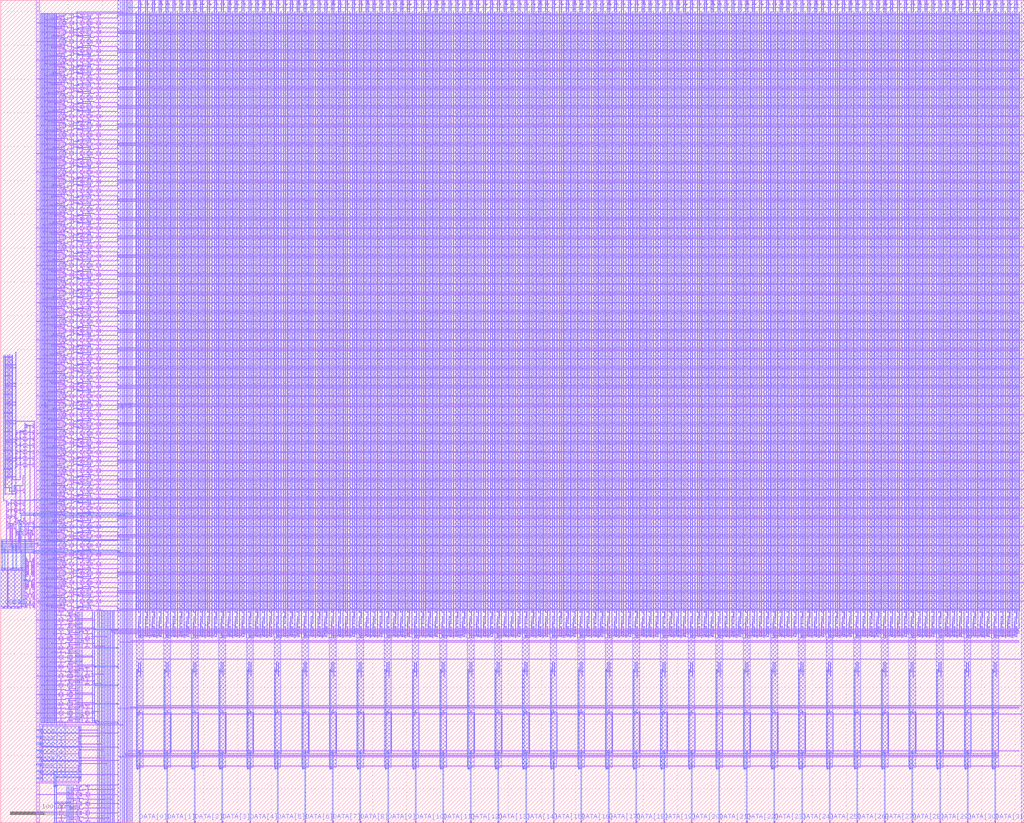
<source format=lef>
VERSION 5.4 ;
NAMESCASESENSITIVE ON ;
BUSBITCHARS "[]" ;
DIVIDERCHAR "/" ;
UNITS
  DATABASE MICRONS 1000 ;
END UNITS
SITE  MacroSite
   CLASS Core ;
   SIZE 1512900.0 by 1216800.0 ;
END  MacroSite
MACRO sram_1rw_32b_256w_1bank_scn3me_subm
   CLASS BLOCK ;
   SIZE 1512900.0 BY 1216800.0 ;
   SYMMETRY X Y R90 ;
   SITE MacroSite ;
   PIN DATA[0]
      DIRECTION INOUT ;
      PORT
         LAYER metal2 ;
         RECT  204600.0 600.0 205500.0 2400.0 ;
      END
   END DATA[0]
   PIN DATA[1]
      DIRECTION INOUT ;
      PORT
         LAYER metal2 ;
         RECT  245400.0 600.0 246300.0 2400.0 ;
      END
   END DATA[1]
   PIN DATA[2]
      DIRECTION INOUT ;
      PORT
         LAYER metal2 ;
         RECT  286200.0 600.0 287100.0 2400.0 ;
      END
   END DATA[2]
   PIN DATA[3]
      DIRECTION INOUT ;
      PORT
         LAYER metal2 ;
         RECT  327000.0 600.0 327900.0 2400.0 ;
      END
   END DATA[3]
   PIN DATA[4]
      DIRECTION INOUT ;
      PORT
         LAYER metal2 ;
         RECT  367800.0 600.0 368700.0 2400.0 ;
      END
   END DATA[4]
   PIN DATA[5]
      DIRECTION INOUT ;
      PORT
         LAYER metal2 ;
         RECT  408600.0 600.0 409500.0 2400.0 ;
      END
   END DATA[5]
   PIN DATA[6]
      DIRECTION INOUT ;
      PORT
         LAYER metal2 ;
         RECT  449400.0 600.0 450300.0 2400.0 ;
      END
   END DATA[6]
   PIN DATA[7]
      DIRECTION INOUT ;
      PORT
         LAYER metal2 ;
         RECT  490200.0 600.0 491100.0 2400.0 ;
      END
   END DATA[7]
   PIN DATA[8]
      DIRECTION INOUT ;
      PORT
         LAYER metal2 ;
         RECT  531000.0 600.0 531900.0 2400.0 ;
      END
   END DATA[8]
   PIN DATA[9]
      DIRECTION INOUT ;
      PORT
         LAYER metal2 ;
         RECT  571800.0 600.0 572700.0 2400.0 ;
      END
   END DATA[9]
   PIN DATA[10]
      DIRECTION INOUT ;
      PORT
         LAYER metal2 ;
         RECT  612600.0 600.0 613500.0 2400.0 ;
      END
   END DATA[10]
   PIN DATA[11]
      DIRECTION INOUT ;
      PORT
         LAYER metal2 ;
         RECT  653400.0 600.0 654300.0 2400.0 ;
      END
   END DATA[11]
   PIN DATA[12]
      DIRECTION INOUT ;
      PORT
         LAYER metal2 ;
         RECT  694200.0 600.0 695100.0 2400.0 ;
      END
   END DATA[12]
   PIN DATA[13]
      DIRECTION INOUT ;
      PORT
         LAYER metal2 ;
         RECT  735000.0 600.0 735900.0 2400.0 ;
      END
   END DATA[13]
   PIN DATA[14]
      DIRECTION INOUT ;
      PORT
         LAYER metal2 ;
         RECT  775800.0 600.0 776700.0 2400.0 ;
      END
   END DATA[14]
   PIN DATA[15]
      DIRECTION INOUT ;
      PORT
         LAYER metal2 ;
         RECT  816600.0 600.0 817500.0 2400.0 ;
      END
   END DATA[15]
   PIN DATA[16]
      DIRECTION INOUT ;
      PORT
         LAYER metal2 ;
         RECT  857400.0 600.0 858300.0 2400.0 ;
      END
   END DATA[16]
   PIN DATA[17]
      DIRECTION INOUT ;
      PORT
         LAYER metal2 ;
         RECT  898200.0 600.0 899100.0 2400.0 ;
      END
   END DATA[17]
   PIN DATA[18]
      DIRECTION INOUT ;
      PORT
         LAYER metal2 ;
         RECT  939000.0 600.0 939900.0 2400.0 ;
      END
   END DATA[18]
   PIN DATA[19]
      DIRECTION INOUT ;
      PORT
         LAYER metal2 ;
         RECT  979800.0 600.0 980700.0 2400.0 ;
      END
   END DATA[19]
   PIN DATA[20]
      DIRECTION INOUT ;
      PORT
         LAYER metal2 ;
         RECT  1020600.0 600.0 1021500.0 2400.0 ;
      END
   END DATA[20]
   PIN DATA[21]
      DIRECTION INOUT ;
      PORT
         LAYER metal2 ;
         RECT  1061400.0 600.0 1062300.0 2400.0 ;
      END
   END DATA[21]
   PIN DATA[22]
      DIRECTION INOUT ;
      PORT
         LAYER metal2 ;
         RECT  1102200.0 600.0 1103100.0 2400.0 ;
      END
   END DATA[22]
   PIN DATA[23]
      DIRECTION INOUT ;
      PORT
         LAYER metal2 ;
         RECT  1143000.0 600.0 1143900.0 2400.0 ;
      END
   END DATA[23]
   PIN DATA[24]
      DIRECTION INOUT ;
      PORT
         LAYER metal2 ;
         RECT  1183800.0 600.0 1184700.0 2400.0 ;
      END
   END DATA[24]
   PIN DATA[25]
      DIRECTION INOUT ;
      PORT
         LAYER metal2 ;
         RECT  1224600.0 600.0 1225500.0 2400.0 ;
      END
   END DATA[25]
   PIN DATA[26]
      DIRECTION INOUT ;
      PORT
         LAYER metal2 ;
         RECT  1265400.0 600.0 1266300.0 2400.0 ;
      END
   END DATA[26]
   PIN DATA[27]
      DIRECTION INOUT ;
      PORT
         LAYER metal2 ;
         RECT  1306200.0 600.0 1307100.0 2400.0 ;
      END
   END DATA[27]
   PIN DATA[28]
      DIRECTION INOUT ;
      PORT
         LAYER metal2 ;
         RECT  1347000.0 600.0 1347900.0 2400.0 ;
      END
   END DATA[28]
   PIN DATA[29]
      DIRECTION INOUT ;
      PORT
         LAYER metal2 ;
         RECT  1387800.0 600.0 1388700.0 2400.0 ;
      END
   END DATA[29]
   PIN DATA[30]
      DIRECTION INOUT ;
      PORT
         LAYER metal2 ;
         RECT  1428600.0 600.0 1429500.0 2400.0 ;
      END
   END DATA[30]
   PIN DATA[31]
      DIRECTION INOUT ;
      PORT
         LAYER metal2 ;
         RECT  1469400.0 600.0 1470300.0 2400.0 ;
      END
   END DATA[31]
   PIN ADDR[0]
      DIRECTION INPUT ;
      PORT
         LAYER metal3 ;
         RECT  52800.0 136800.0 60000.0 138300.0 ;
      END
   END ADDR[0]
   PIN ADDR[1]
      DIRECTION INPUT ;
      PORT
         LAYER metal3 ;
         RECT  52800.0 126600.0 60000.0 128100.0 ;
      END
   END ADDR[1]
   PIN ADDR[2]
      DIRECTION INPUT ;
      PORT
         LAYER metal3 ;
         RECT  52800.0 116400.0 60000.0 117900.0 ;
      END
   END ADDR[2]
   PIN ADDR[3]
      DIRECTION INPUT ;
      PORT
         LAYER metal3 ;
         RECT  52800.0 106200.0 60000.0 107700.0 ;
      END
   END ADDR[3]
   PIN ADDR[4]
      DIRECTION INPUT ;
      PORT
         LAYER metal3 ;
         RECT  52800.0 96000.0 60000.0 97500.0 ;
      END
   END ADDR[4]
   PIN ADDR[5]
      DIRECTION INPUT ;
      PORT
         LAYER metal3 ;
         RECT  52800.0 85800.0 60000.0 87300.0 ;
      END
   END ADDR[5]
   PIN ADDR[6]
      DIRECTION INPUT ;
      PORT
         LAYER metal3 ;
         RECT  52800.0 75600.0 60000.0 77100.0 ;
      END
   END ADDR[6]
   PIN ADDR[7]
      DIRECTION INPUT ;
      PORT
         LAYER metal3 ;
         RECT  52800.0 65400.0 60000.0 66900.0 ;
      END
   END ADDR[7]
   PIN CSb
      DIRECTION INPUT ;
      PORT
         LAYER metal3 ;
         RECT  14400.0 317700.0 16200.0 319500.0 ;
      END
   END CSb
   PIN WEb
      DIRECTION INPUT ;
      PORT
         LAYER metal3 ;
         RECT  24600.0 317700.0 26400.0 319500.0 ;
      END
   END WEb
   PIN OEb
      DIRECTION INPUT ;
      PORT
         LAYER metal3 ;
         RECT  4200.0 317700.0 6000.0 319500.0 ;
      END
   END OEb
   PIN clk
      DIRECTION INPUT ;
      PORT
         LAYER metal1 ;
         RECT  42600.0 316800.0 43800.0 320400.0 ;
      END
   END clk
   PIN vdd
      DIRECTION INOUT ;
      USE POWER ; 
      SHAPE ABUTMENT ; 
      PORT
         LAYER metal1 ;
         RECT  1508400.0 600.0 1512900.0 1217400.0 ;
         LAYER metal1 ;
         RECT  52800.0 600.0 57300.0 1217400.0 ;
      END
   END vdd
   PIN gnd
      DIRECTION INOUT ;
      USE GROUND ; 
      SHAPE ABUTMENT ; 
      PORT
         LAYER metal2 ;
         RECT  172650.0 600.0 177150.0 1217400.0 ;
      END
   END gnd
   OBS
   LAYER  metal1 ;
      RECT  54600.0 410250.0 55500.0 412950.0 ;
      RECT  107100.0 319950.0 108000.0 320850.0 ;
      RECT  107100.0 317550.0 108000.0 318450.0 ;
      RECT  105750.0 319950.0 107550.0 320850.0 ;
      RECT  107100.0 318000.0 108000.0 320400.0 ;
      RECT  107550.0 317550.0 109500.0 318450.0 ;
      RECT  172050.0 319950.0 172950.0 320850.0 ;
      RECT  172050.0 315450.0 172950.0 316350.0 ;
      RECT  145650.0 319950.0 172500.0 320850.0 ;
      RECT  172050.0 315900.0 172950.0 320400.0 ;
      RECT  172500.0 315450.0 199500.0 316350.0 ;
      RECT  107100.0 334350.0 108000.0 335250.0 ;
      RECT  107100.0 336750.0 108000.0 337650.0 ;
      RECT  105750.0 334350.0 107550.0 335250.0 ;
      RECT  107100.0 334800.0 108000.0 337200.0 ;
      RECT  107550.0 336750.0 109500.0 337650.0 ;
      RECT  172050.0 334350.0 172950.0 335250.0 ;
      RECT  172050.0 338850.0 172950.0 339750.0 ;
      RECT  145650.0 334350.0 172500.0 335250.0 ;
      RECT  172050.0 334800.0 172950.0 339300.0 ;
      RECT  172500.0 338850.0 199500.0 339750.0 ;
      RECT  107100.0 347550.0 108000.0 348450.0 ;
      RECT  107100.0 345150.0 108000.0 346050.0 ;
      RECT  105750.0 347550.0 107550.0 348450.0 ;
      RECT  107100.0 345600.0 108000.0 348000.0 ;
      RECT  107550.0 345150.0 109500.0 346050.0 ;
      RECT  172050.0 347550.0 172950.0 348450.0 ;
      RECT  172050.0 343050.0 172950.0 343950.0 ;
      RECT  145650.0 347550.0 172500.0 348450.0 ;
      RECT  172050.0 343500.0 172950.0 348000.0 ;
      RECT  172500.0 343050.0 199500.0 343950.0 ;
      RECT  107100.0 361950.0 108000.0 362850.0 ;
      RECT  107100.0 364350.0 108000.0 365250.0 ;
      RECT  105750.0 361950.0 107550.0 362850.0 ;
      RECT  107100.0 362400.0 108000.0 364800.0 ;
      RECT  107550.0 364350.0 109500.0 365250.0 ;
      RECT  172050.0 361950.0 172950.0 362850.0 ;
      RECT  172050.0 366450.0 172950.0 367350.0 ;
      RECT  145650.0 361950.0 172500.0 362850.0 ;
      RECT  172050.0 362400.0 172950.0 366900.0 ;
      RECT  172500.0 366450.0 199500.0 367350.0 ;
      RECT  107100.0 375150.0 108000.0 376050.0 ;
      RECT  107100.0 372750.0 108000.0 373650.0 ;
      RECT  105750.0 375150.0 107550.0 376050.0 ;
      RECT  107100.0 373200.0 108000.0 375600.0 ;
      RECT  107550.0 372750.0 109500.0 373650.0 ;
      RECT  172050.0 375150.0 172950.0 376050.0 ;
      RECT  172050.0 370650.0 172950.0 371550.0 ;
      RECT  145650.0 375150.0 172500.0 376050.0 ;
      RECT  172050.0 371100.0 172950.0 375600.0 ;
      RECT  172500.0 370650.0 199500.0 371550.0 ;
      RECT  107100.0 389550.0 108000.0 390450.0 ;
      RECT  107100.0 391950.0 108000.0 392850.0 ;
      RECT  105750.0 389550.0 107550.0 390450.0 ;
      RECT  107100.0 390000.0 108000.0 392400.0 ;
      RECT  107550.0 391950.0 109500.0 392850.0 ;
      RECT  172050.0 389550.0 172950.0 390450.0 ;
      RECT  172050.0 394050.0 172950.0 394950.0 ;
      RECT  145650.0 389550.0 172500.0 390450.0 ;
      RECT  172050.0 390000.0 172950.0 394500.0 ;
      RECT  172500.0 394050.0 199500.0 394950.0 ;
      RECT  107100.0 402750.0 108000.0 403650.0 ;
      RECT  107100.0 400350.0 108000.0 401250.0 ;
      RECT  105750.0 402750.0 107550.0 403650.0 ;
      RECT  107100.0 400800.0 108000.0 403200.0 ;
      RECT  107550.0 400350.0 109500.0 401250.0 ;
      RECT  172050.0 402750.0 172950.0 403650.0 ;
      RECT  172050.0 398250.0 172950.0 399150.0 ;
      RECT  145650.0 402750.0 172500.0 403650.0 ;
      RECT  172050.0 398700.0 172950.0 403200.0 ;
      RECT  172500.0 398250.0 199500.0 399150.0 ;
      RECT  107100.0 417150.0 108000.0 418050.0 ;
      RECT  107100.0 419550.0 108000.0 420450.0 ;
      RECT  105750.0 417150.0 107550.0 418050.0 ;
      RECT  107100.0 417600.0 108000.0 420000.0 ;
      RECT  107550.0 419550.0 109500.0 420450.0 ;
      RECT  172050.0 417150.0 172950.0 418050.0 ;
      RECT  172050.0 421650.0 172950.0 422550.0 ;
      RECT  145650.0 417150.0 172500.0 418050.0 ;
      RECT  172050.0 417600.0 172950.0 422100.0 ;
      RECT  172500.0 421650.0 199500.0 422550.0 ;
      RECT  107100.0 430350.0 108000.0 431250.0 ;
      RECT  107100.0 427950.0 108000.0 428850.0 ;
      RECT  105750.0 430350.0 107550.0 431250.0 ;
      RECT  107100.0 428400.0 108000.0 430800.0 ;
      RECT  107550.0 427950.0 109500.0 428850.0 ;
      RECT  172050.0 430350.0 172950.0 431250.0 ;
      RECT  172050.0 425850.0 172950.0 426750.0 ;
      RECT  145650.0 430350.0 172500.0 431250.0 ;
      RECT  172050.0 426300.0 172950.0 430800.0 ;
      RECT  172500.0 425850.0 199500.0 426750.0 ;
      RECT  107100.0 444750.0 108000.0 445650.0 ;
      RECT  107100.0 447150.0 108000.0 448050.0 ;
      RECT  105750.0 444750.0 107550.0 445650.0 ;
      RECT  107100.0 445200.0 108000.0 447600.0 ;
      RECT  107550.0 447150.0 109500.0 448050.0 ;
      RECT  172050.0 444750.0 172950.0 445650.0 ;
      RECT  172050.0 449250.0 172950.0 450150.0 ;
      RECT  145650.0 444750.0 172500.0 445650.0 ;
      RECT  172050.0 445200.0 172950.0 449700.0 ;
      RECT  172500.0 449250.0 199500.0 450150.0 ;
      RECT  107100.0 457950.0 108000.0 458850.0 ;
      RECT  107100.0 455550.0 108000.0 456450.0 ;
      RECT  105750.0 457950.0 107550.0 458850.0 ;
      RECT  107100.0 456000.0 108000.0 458400.0 ;
      RECT  107550.0 455550.0 109500.0 456450.0 ;
      RECT  172050.0 457950.0 172950.0 458850.0 ;
      RECT  172050.0 453450.0 172950.0 454350.0 ;
      RECT  145650.0 457950.0 172500.0 458850.0 ;
      RECT  172050.0 453900.0 172950.0 458400.0 ;
      RECT  172500.0 453450.0 199500.0 454350.0 ;
      RECT  107100.0 472350.0 108000.0 473250.0 ;
      RECT  107100.0 474750.0 108000.0 475650.0 ;
      RECT  105750.0 472350.0 107550.0 473250.0 ;
      RECT  107100.0 472800.0 108000.0 475200.0 ;
      RECT  107550.0 474750.0 109500.0 475650.0 ;
      RECT  172050.0 472350.0 172950.0 473250.0 ;
      RECT  172050.0 476850.0 172950.0 477750.0 ;
      RECT  145650.0 472350.0 172500.0 473250.0 ;
      RECT  172050.0 472800.0 172950.0 477300.0 ;
      RECT  172500.0 476850.0 199500.0 477750.0 ;
      RECT  107100.0 485550.0 108000.0 486450.0 ;
      RECT  107100.0 483150.0 108000.0 484050.0 ;
      RECT  105750.0 485550.0 107550.0 486450.0 ;
      RECT  107100.0 483600.0 108000.0 486000.0 ;
      RECT  107550.0 483150.0 109500.0 484050.0 ;
      RECT  172050.0 485550.0 172950.0 486450.0 ;
      RECT  172050.0 481050.0 172950.0 481950.0 ;
      RECT  145650.0 485550.0 172500.0 486450.0 ;
      RECT  172050.0 481500.0 172950.0 486000.0 ;
      RECT  172500.0 481050.0 199500.0 481950.0 ;
      RECT  107100.0 499950.0 108000.0 500850.0 ;
      RECT  107100.0 502350.0 108000.0 503250.0 ;
      RECT  105750.0 499950.0 107550.0 500850.0 ;
      RECT  107100.0 500400.0 108000.0 502800.0 ;
      RECT  107550.0 502350.0 109500.0 503250.0 ;
      RECT  172050.0 499950.0 172950.0 500850.0 ;
      RECT  172050.0 504450.0 172950.0 505350.0 ;
      RECT  145650.0 499950.0 172500.0 500850.0 ;
      RECT  172050.0 500400.0 172950.0 504900.0 ;
      RECT  172500.0 504450.0 199500.0 505350.0 ;
      RECT  107100.0 513150.0 108000.0 514050.0 ;
      RECT  107100.0 510750.0 108000.0 511650.0 ;
      RECT  105750.0 513150.0 107550.0 514050.0 ;
      RECT  107100.0 511200.0 108000.0 513600.0 ;
      RECT  107550.0 510750.0 109500.0 511650.0 ;
      RECT  172050.0 513150.0 172950.0 514050.0 ;
      RECT  172050.0 508650.0 172950.0 509550.0 ;
      RECT  145650.0 513150.0 172500.0 514050.0 ;
      RECT  172050.0 509100.0 172950.0 513600.0 ;
      RECT  172500.0 508650.0 199500.0 509550.0 ;
      RECT  107100.0 527550.0 108000.0 528450.0 ;
      RECT  107100.0 529950.0 108000.0 530850.0 ;
      RECT  105750.0 527550.0 107550.0 528450.0 ;
      RECT  107100.0 528000.0 108000.0 530400.0 ;
      RECT  107550.0 529950.0 109500.0 530850.0 ;
      RECT  172050.0 527550.0 172950.0 528450.0 ;
      RECT  172050.0 532050.0 172950.0 532950.0 ;
      RECT  145650.0 527550.0 172500.0 528450.0 ;
      RECT  172050.0 528000.0 172950.0 532500.0 ;
      RECT  172500.0 532050.0 199500.0 532950.0 ;
      RECT  107100.0 540750.0 108000.0 541650.0 ;
      RECT  107100.0 538350.0 108000.0 539250.0 ;
      RECT  105750.0 540750.0 107550.0 541650.0 ;
      RECT  107100.0 538800.0 108000.0 541200.0 ;
      RECT  107550.0 538350.0 109500.0 539250.0 ;
      RECT  172050.0 540750.0 172950.0 541650.0 ;
      RECT  172050.0 536250.0 172950.0 537150.0 ;
      RECT  145650.0 540750.0 172500.0 541650.0 ;
      RECT  172050.0 536700.0 172950.0 541200.0 ;
      RECT  172500.0 536250.0 199500.0 537150.0 ;
      RECT  107100.0 555150.0 108000.0 556050.0 ;
      RECT  107100.0 557550.0 108000.0 558450.0 ;
      RECT  105750.0 555150.0 107550.0 556050.0 ;
      RECT  107100.0 555600.0 108000.0 558000.0 ;
      RECT  107550.0 557550.0 109500.0 558450.0 ;
      RECT  172050.0 555150.0 172950.0 556050.0 ;
      RECT  172050.0 559650.0 172950.0 560550.0 ;
      RECT  145650.0 555150.0 172500.0 556050.0 ;
      RECT  172050.0 555600.0 172950.0 560100.0 ;
      RECT  172500.0 559650.0 199500.0 560550.0 ;
      RECT  107100.0 568350.0 108000.0 569250.0 ;
      RECT  107100.0 565950.0 108000.0 566850.0 ;
      RECT  105750.0 568350.0 107550.0 569250.0 ;
      RECT  107100.0 566400.0 108000.0 568800.0 ;
      RECT  107550.0 565950.0 109500.0 566850.0 ;
      RECT  172050.0 568350.0 172950.0 569250.0 ;
      RECT  172050.0 563850.0 172950.0 564750.0 ;
      RECT  145650.0 568350.0 172500.0 569250.0 ;
      RECT  172050.0 564300.0 172950.0 568800.0 ;
      RECT  172500.0 563850.0 199500.0 564750.0 ;
      RECT  107100.0 582750.0 108000.0 583650.0 ;
      RECT  107100.0 585150.0 108000.0 586050.0 ;
      RECT  105750.0 582750.0 107550.0 583650.0 ;
      RECT  107100.0 583200.0 108000.0 585600.0 ;
      RECT  107550.0 585150.0 109500.0 586050.0 ;
      RECT  172050.0 582750.0 172950.0 583650.0 ;
      RECT  172050.0 587250.0 172950.0 588150.0 ;
      RECT  145650.0 582750.0 172500.0 583650.0 ;
      RECT  172050.0 583200.0 172950.0 587700.0 ;
      RECT  172500.0 587250.0 199500.0 588150.0 ;
      RECT  107100.0 595950.0 108000.0 596850.0 ;
      RECT  107100.0 593550.0 108000.0 594450.0 ;
      RECT  105750.0 595950.0 107550.0 596850.0 ;
      RECT  107100.0 594000.0 108000.0 596400.0 ;
      RECT  107550.0 593550.0 109500.0 594450.0 ;
      RECT  172050.0 595950.0 172950.0 596850.0 ;
      RECT  172050.0 591450.0 172950.0 592350.0 ;
      RECT  145650.0 595950.0 172500.0 596850.0 ;
      RECT  172050.0 591900.0 172950.0 596400.0 ;
      RECT  172500.0 591450.0 199500.0 592350.0 ;
      RECT  107100.0 610350.0 108000.0 611250.0 ;
      RECT  107100.0 612750.0 108000.0 613650.0 ;
      RECT  105750.0 610350.0 107550.0 611250.0 ;
      RECT  107100.0 610800.0 108000.0 613200.0 ;
      RECT  107550.0 612750.0 109500.0 613650.0 ;
      RECT  172050.0 610350.0 172950.0 611250.0 ;
      RECT  172050.0 614850.0 172950.0 615750.0 ;
      RECT  145650.0 610350.0 172500.0 611250.0 ;
      RECT  172050.0 610800.0 172950.0 615300.0 ;
      RECT  172500.0 614850.0 199500.0 615750.0 ;
      RECT  107100.0 623550.0 108000.0 624450.0 ;
      RECT  107100.0 621150.0 108000.0 622050.0 ;
      RECT  105750.0 623550.0 107550.0 624450.0 ;
      RECT  107100.0 621600.0 108000.0 624000.0 ;
      RECT  107550.0 621150.0 109500.0 622050.0 ;
      RECT  172050.0 623550.0 172950.0 624450.0 ;
      RECT  172050.0 619050.0 172950.0 619950.0 ;
      RECT  145650.0 623550.0 172500.0 624450.0 ;
      RECT  172050.0 619500.0 172950.0 624000.0 ;
      RECT  172500.0 619050.0 199500.0 619950.0 ;
      RECT  107100.0 637950.0 108000.0 638850.0 ;
      RECT  107100.0 640350.0 108000.0 641250.0 ;
      RECT  105750.0 637950.0 107550.0 638850.0 ;
      RECT  107100.0 638400.0 108000.0 640800.0 ;
      RECT  107550.0 640350.0 109500.0 641250.0 ;
      RECT  172050.0 637950.0 172950.0 638850.0 ;
      RECT  172050.0 642450.0 172950.0 643350.0 ;
      RECT  145650.0 637950.0 172500.0 638850.0 ;
      RECT  172050.0 638400.0 172950.0 642900.0 ;
      RECT  172500.0 642450.0 199500.0 643350.0 ;
      RECT  107100.0 651150.0 108000.0 652050.0 ;
      RECT  107100.0 648750.0 108000.0 649650.0 ;
      RECT  105750.0 651150.0 107550.0 652050.0 ;
      RECT  107100.0 649200.0 108000.0 651600.0 ;
      RECT  107550.0 648750.0 109500.0 649650.0 ;
      RECT  172050.0 651150.0 172950.0 652050.0 ;
      RECT  172050.0 646650.0 172950.0 647550.0 ;
      RECT  145650.0 651150.0 172500.0 652050.0 ;
      RECT  172050.0 647100.0 172950.0 651600.0 ;
      RECT  172500.0 646650.0 199500.0 647550.0 ;
      RECT  107100.0 665550.0 108000.0 666450.0 ;
      RECT  107100.0 667950.0 108000.0 668850.0 ;
      RECT  105750.0 665550.0 107550.0 666450.0 ;
      RECT  107100.0 666000.0 108000.0 668400.0 ;
      RECT  107550.0 667950.0 109500.0 668850.0 ;
      RECT  172050.0 665550.0 172950.0 666450.0 ;
      RECT  172050.0 670050.0 172950.0 670950.0 ;
      RECT  145650.0 665550.0 172500.0 666450.0 ;
      RECT  172050.0 666000.0 172950.0 670500.0 ;
      RECT  172500.0 670050.0 199500.0 670950.0 ;
      RECT  107100.0 678750.0 108000.0 679650.0 ;
      RECT  107100.0 676350.0 108000.0 677250.0 ;
      RECT  105750.0 678750.0 107550.0 679650.0 ;
      RECT  107100.0 676800.0 108000.0 679200.0 ;
      RECT  107550.0 676350.0 109500.0 677250.0 ;
      RECT  172050.0 678750.0 172950.0 679650.0 ;
      RECT  172050.0 674250.0 172950.0 675150.0 ;
      RECT  145650.0 678750.0 172500.0 679650.0 ;
      RECT  172050.0 674700.0 172950.0 679200.0 ;
      RECT  172500.0 674250.0 199500.0 675150.0 ;
      RECT  107100.0 693150.0 108000.0 694050.0 ;
      RECT  107100.0 695550.0 108000.0 696450.0 ;
      RECT  105750.0 693150.0 107550.0 694050.0 ;
      RECT  107100.0 693600.0 108000.0 696000.0 ;
      RECT  107550.0 695550.0 109500.0 696450.0 ;
      RECT  172050.0 693150.0 172950.0 694050.0 ;
      RECT  172050.0 697650.0 172950.0 698550.0 ;
      RECT  145650.0 693150.0 172500.0 694050.0 ;
      RECT  172050.0 693600.0 172950.0 698100.0 ;
      RECT  172500.0 697650.0 199500.0 698550.0 ;
      RECT  107100.0 706350.0 108000.0 707250.0 ;
      RECT  107100.0 703950.0 108000.0 704850.0 ;
      RECT  105750.0 706350.0 107550.0 707250.0 ;
      RECT  107100.0 704400.0 108000.0 706800.0 ;
      RECT  107550.0 703950.0 109500.0 704850.0 ;
      RECT  172050.0 706350.0 172950.0 707250.0 ;
      RECT  172050.0 701850.0 172950.0 702750.0 ;
      RECT  145650.0 706350.0 172500.0 707250.0 ;
      RECT  172050.0 702300.0 172950.0 706800.0 ;
      RECT  172500.0 701850.0 199500.0 702750.0 ;
      RECT  107100.0 720750.0 108000.0 721650.0 ;
      RECT  107100.0 723150.0 108000.0 724050.0 ;
      RECT  105750.0 720750.0 107550.0 721650.0 ;
      RECT  107100.0 721200.0 108000.0 723600.0 ;
      RECT  107550.0 723150.0 109500.0 724050.0 ;
      RECT  172050.0 720750.0 172950.0 721650.0 ;
      RECT  172050.0 725250.0 172950.0 726150.0 ;
      RECT  145650.0 720750.0 172500.0 721650.0 ;
      RECT  172050.0 721200.0 172950.0 725700.0 ;
      RECT  172500.0 725250.0 199500.0 726150.0 ;
      RECT  107100.0 733950.0 108000.0 734850.0 ;
      RECT  107100.0 731550.0 108000.0 732450.0 ;
      RECT  105750.0 733950.0 107550.0 734850.0 ;
      RECT  107100.0 732000.0 108000.0 734400.0 ;
      RECT  107550.0 731550.0 109500.0 732450.0 ;
      RECT  172050.0 733950.0 172950.0 734850.0 ;
      RECT  172050.0 729450.0 172950.0 730350.0 ;
      RECT  145650.0 733950.0 172500.0 734850.0 ;
      RECT  172050.0 729900.0 172950.0 734400.0 ;
      RECT  172500.0 729450.0 199500.0 730350.0 ;
      RECT  107100.0 748350.0 108000.0 749250.0 ;
      RECT  107100.0 750750.0 108000.0 751650.0 ;
      RECT  105750.0 748350.0 107550.0 749250.0 ;
      RECT  107100.0 748800.0 108000.0 751200.0 ;
      RECT  107550.0 750750.0 109500.0 751650.0 ;
      RECT  172050.0 748350.0 172950.0 749250.0 ;
      RECT  172050.0 752850.0 172950.0 753750.0 ;
      RECT  145650.0 748350.0 172500.0 749250.0 ;
      RECT  172050.0 748800.0 172950.0 753300.0 ;
      RECT  172500.0 752850.0 199500.0 753750.0 ;
      RECT  107100.0 761550.0 108000.0 762450.0 ;
      RECT  107100.0 759150.0 108000.0 760050.0 ;
      RECT  105750.0 761550.0 107550.0 762450.0 ;
      RECT  107100.0 759600.0 108000.0 762000.0 ;
      RECT  107550.0 759150.0 109500.0 760050.0 ;
      RECT  172050.0 761550.0 172950.0 762450.0 ;
      RECT  172050.0 757050.0 172950.0 757950.0 ;
      RECT  145650.0 761550.0 172500.0 762450.0 ;
      RECT  172050.0 757500.0 172950.0 762000.0 ;
      RECT  172500.0 757050.0 199500.0 757950.0 ;
      RECT  107100.0 775950.0 108000.0 776850.0 ;
      RECT  107100.0 778350.0 108000.0 779250.0 ;
      RECT  105750.0 775950.0 107550.0 776850.0 ;
      RECT  107100.0 776400.0 108000.0 778800.0 ;
      RECT  107550.0 778350.0 109500.0 779250.0 ;
      RECT  172050.0 775950.0 172950.0 776850.0 ;
      RECT  172050.0 780450.0 172950.0 781350.0 ;
      RECT  145650.0 775950.0 172500.0 776850.0 ;
      RECT  172050.0 776400.0 172950.0 780900.0 ;
      RECT  172500.0 780450.0 199500.0 781350.0 ;
      RECT  107100.0 789150.0 108000.0 790050.0 ;
      RECT  107100.0 786750.0 108000.0 787650.0 ;
      RECT  105750.0 789150.0 107550.0 790050.0 ;
      RECT  107100.0 787200.0 108000.0 789600.0 ;
      RECT  107550.0 786750.0 109500.0 787650.0 ;
      RECT  172050.0 789150.0 172950.0 790050.0 ;
      RECT  172050.0 784650.0 172950.0 785550.0 ;
      RECT  145650.0 789150.0 172500.0 790050.0 ;
      RECT  172050.0 785100.0 172950.0 789600.0 ;
      RECT  172500.0 784650.0 199500.0 785550.0 ;
      RECT  107100.0 803550.0 108000.0 804450.0 ;
      RECT  107100.0 805950.0 108000.0 806850.0 ;
      RECT  105750.0 803550.0 107550.0 804450.0 ;
      RECT  107100.0 804000.0 108000.0 806400.0 ;
      RECT  107550.0 805950.0 109500.0 806850.0 ;
      RECT  172050.0 803550.0 172950.0 804450.0 ;
      RECT  172050.0 808050.0 172950.0 808950.0 ;
      RECT  145650.0 803550.0 172500.0 804450.0 ;
      RECT  172050.0 804000.0 172950.0 808500.0 ;
      RECT  172500.0 808050.0 199500.0 808950.0 ;
      RECT  107100.0 816750.0 108000.0 817650.0 ;
      RECT  107100.0 814350.0 108000.0 815250.0 ;
      RECT  105750.0 816750.0 107550.0 817650.0 ;
      RECT  107100.0 814800.0 108000.0 817200.0 ;
      RECT  107550.0 814350.0 109500.0 815250.0 ;
      RECT  172050.0 816750.0 172950.0 817650.0 ;
      RECT  172050.0 812250.0 172950.0 813150.0 ;
      RECT  145650.0 816750.0 172500.0 817650.0 ;
      RECT  172050.0 812700.0 172950.0 817200.0 ;
      RECT  172500.0 812250.0 199500.0 813150.0 ;
      RECT  107100.0 831150.0 108000.0 832050.0 ;
      RECT  107100.0 833550.0 108000.0 834450.0 ;
      RECT  105750.0 831150.0 107550.0 832050.0 ;
      RECT  107100.0 831600.0 108000.0 834000.0 ;
      RECT  107550.0 833550.0 109500.0 834450.0 ;
      RECT  172050.0 831150.0 172950.0 832050.0 ;
      RECT  172050.0 835650.0 172950.0 836550.0 ;
      RECT  145650.0 831150.0 172500.0 832050.0 ;
      RECT  172050.0 831600.0 172950.0 836100.0 ;
      RECT  172500.0 835650.0 199500.0 836550.0 ;
      RECT  107100.0 844350.0 108000.0 845250.0 ;
      RECT  107100.0 841950.0 108000.0 842850.0 ;
      RECT  105750.0 844350.0 107550.0 845250.0 ;
      RECT  107100.0 842400.0 108000.0 844800.0 ;
      RECT  107550.0 841950.0 109500.0 842850.0 ;
      RECT  172050.0 844350.0 172950.0 845250.0 ;
      RECT  172050.0 839850.0 172950.0 840750.0 ;
      RECT  145650.0 844350.0 172500.0 845250.0 ;
      RECT  172050.0 840300.0 172950.0 844800.0 ;
      RECT  172500.0 839850.0 199500.0 840750.0 ;
      RECT  107100.0 858750.0 108000.0 859650.0 ;
      RECT  107100.0 861150.0 108000.0 862050.0 ;
      RECT  105750.0 858750.0 107550.0 859650.0 ;
      RECT  107100.0 859200.0 108000.0 861600.0 ;
      RECT  107550.0 861150.0 109500.0 862050.0 ;
      RECT  172050.0 858750.0 172950.0 859650.0 ;
      RECT  172050.0 863250.0 172950.0 864150.0 ;
      RECT  145650.0 858750.0 172500.0 859650.0 ;
      RECT  172050.0 859200.0 172950.0 863700.0 ;
      RECT  172500.0 863250.0 199500.0 864150.0 ;
      RECT  107100.0 871950.0 108000.0 872850.0 ;
      RECT  107100.0 869550.0 108000.0 870450.0 ;
      RECT  105750.0 871950.0 107550.0 872850.0 ;
      RECT  107100.0 870000.0 108000.0 872400.0 ;
      RECT  107550.0 869550.0 109500.0 870450.0 ;
      RECT  172050.0 871950.0 172950.0 872850.0 ;
      RECT  172050.0 867450.0 172950.0 868350.0 ;
      RECT  145650.0 871950.0 172500.0 872850.0 ;
      RECT  172050.0 867900.0 172950.0 872400.0 ;
      RECT  172500.0 867450.0 199500.0 868350.0 ;
      RECT  107100.0 886350.0 108000.0 887250.0 ;
      RECT  107100.0 888750.0 108000.0 889650.0 ;
      RECT  105750.0 886350.0 107550.0 887250.0 ;
      RECT  107100.0 886800.0 108000.0 889200.0 ;
      RECT  107550.0 888750.0 109500.0 889650.0 ;
      RECT  172050.0 886350.0 172950.0 887250.0 ;
      RECT  172050.0 890850.0 172950.0 891750.0 ;
      RECT  145650.0 886350.0 172500.0 887250.0 ;
      RECT  172050.0 886800.0 172950.0 891300.0 ;
      RECT  172500.0 890850.0 199500.0 891750.0 ;
      RECT  107100.0 899550.0 108000.0 900450.0 ;
      RECT  107100.0 897150.0 108000.0 898050.0 ;
      RECT  105750.0 899550.0 107550.0 900450.0 ;
      RECT  107100.0 897600.0 108000.0 900000.0 ;
      RECT  107550.0 897150.0 109500.0 898050.0 ;
      RECT  172050.0 899550.0 172950.0 900450.0 ;
      RECT  172050.0 895050.0 172950.0 895950.0 ;
      RECT  145650.0 899550.0 172500.0 900450.0 ;
      RECT  172050.0 895500.0 172950.0 900000.0 ;
      RECT  172500.0 895050.0 199500.0 895950.0 ;
      RECT  107100.0 913950.0 108000.0 914850.0 ;
      RECT  107100.0 916350.0 108000.0 917250.0 ;
      RECT  105750.0 913950.0 107550.0 914850.0 ;
      RECT  107100.0 914400.0 108000.0 916800.0 ;
      RECT  107550.0 916350.0 109500.0 917250.0 ;
      RECT  172050.0 913950.0 172950.0 914850.0 ;
      RECT  172050.0 918450.0 172950.0 919350.0 ;
      RECT  145650.0 913950.0 172500.0 914850.0 ;
      RECT  172050.0 914400.0 172950.0 918900.0 ;
      RECT  172500.0 918450.0 199500.0 919350.0 ;
      RECT  107100.0 927150.0 108000.0 928050.0 ;
      RECT  107100.0 924750.0 108000.0 925650.0 ;
      RECT  105750.0 927150.0 107550.0 928050.0 ;
      RECT  107100.0 925200.0 108000.0 927600.0 ;
      RECT  107550.0 924750.0 109500.0 925650.0 ;
      RECT  172050.0 927150.0 172950.0 928050.0 ;
      RECT  172050.0 922650.0 172950.0 923550.0 ;
      RECT  145650.0 927150.0 172500.0 928050.0 ;
      RECT  172050.0 923100.0 172950.0 927600.0 ;
      RECT  172500.0 922650.0 199500.0 923550.0 ;
      RECT  107100.0 941550.0 108000.0 942450.0 ;
      RECT  107100.0 943950.0 108000.0 944850.0 ;
      RECT  105750.0 941550.0 107550.0 942450.0 ;
      RECT  107100.0 942000.0 108000.0 944400.0 ;
      RECT  107550.0 943950.0 109500.0 944850.0 ;
      RECT  172050.0 941550.0 172950.0 942450.0 ;
      RECT  172050.0 946050.0 172950.0 946950.0 ;
      RECT  145650.0 941550.0 172500.0 942450.0 ;
      RECT  172050.0 942000.0 172950.0 946500.0 ;
      RECT  172500.0 946050.0 199500.0 946950.0 ;
      RECT  107100.0 954750.0 108000.0 955650.0 ;
      RECT  107100.0 952350.0 108000.0 953250.0 ;
      RECT  105750.0 954750.0 107550.0 955650.0 ;
      RECT  107100.0 952800.0 108000.0 955200.0 ;
      RECT  107550.0 952350.0 109500.0 953250.0 ;
      RECT  172050.0 954750.0 172950.0 955650.0 ;
      RECT  172050.0 950250.0 172950.0 951150.0 ;
      RECT  145650.0 954750.0 172500.0 955650.0 ;
      RECT  172050.0 950700.0 172950.0 955200.0 ;
      RECT  172500.0 950250.0 199500.0 951150.0 ;
      RECT  107100.0 969150.0 108000.0 970050.0 ;
      RECT  107100.0 971550.0 108000.0 972450.0 ;
      RECT  105750.0 969150.0 107550.0 970050.0 ;
      RECT  107100.0 969600.0 108000.0 972000.0 ;
      RECT  107550.0 971550.0 109500.0 972450.0 ;
      RECT  172050.0 969150.0 172950.0 970050.0 ;
      RECT  172050.0 973650.0 172950.0 974550.0 ;
      RECT  145650.0 969150.0 172500.0 970050.0 ;
      RECT  172050.0 969600.0 172950.0 974100.0 ;
      RECT  172500.0 973650.0 199500.0 974550.0 ;
      RECT  107100.0 982350.0 108000.0 983250.0 ;
      RECT  107100.0 979950.0 108000.0 980850.0 ;
      RECT  105750.0 982350.0 107550.0 983250.0 ;
      RECT  107100.0 980400.0 108000.0 982800.0 ;
      RECT  107550.0 979950.0 109500.0 980850.0 ;
      RECT  172050.0 982350.0 172950.0 983250.0 ;
      RECT  172050.0 977850.0 172950.0 978750.0 ;
      RECT  145650.0 982350.0 172500.0 983250.0 ;
      RECT  172050.0 978300.0 172950.0 982800.0 ;
      RECT  172500.0 977850.0 199500.0 978750.0 ;
      RECT  107100.0 996750.0 108000.0 997650.0 ;
      RECT  107100.0 999150.0 108000.0 1000050.0 ;
      RECT  105750.0 996750.0 107550.0 997650.0 ;
      RECT  107100.0 997200.0 108000.0 999600.0 ;
      RECT  107550.0 999150.0 109500.0 1000050.0 ;
      RECT  172050.0 996750.0 172950.0 997650.0 ;
      RECT  172050.0 1001250.0 172950.0 1002150.0 ;
      RECT  145650.0 996750.0 172500.0 997650.0 ;
      RECT  172050.0 997200.0 172950.0 1001700.0 ;
      RECT  172500.0 1001250.0 199500.0 1002150.0 ;
      RECT  107100.0 1009950.0 108000.0 1010850.0 ;
      RECT  107100.0 1007550.0 108000.0 1008450.0 ;
      RECT  105750.0 1009950.0 107550.0 1010850.0 ;
      RECT  107100.0 1008000.0 108000.0 1010400.0 ;
      RECT  107550.0 1007550.0 109500.0 1008450.0 ;
      RECT  172050.0 1009950.0 172950.0 1010850.0 ;
      RECT  172050.0 1005450.0 172950.0 1006350.0 ;
      RECT  145650.0 1009950.0 172500.0 1010850.0 ;
      RECT  172050.0 1005900.0 172950.0 1010400.0 ;
      RECT  172500.0 1005450.0 199500.0 1006350.0 ;
      RECT  107100.0 1024350.0 108000.0 1025250.0 ;
      RECT  107100.0 1026750.0 108000.0 1027650.0 ;
      RECT  105750.0 1024350.0 107550.0 1025250.0 ;
      RECT  107100.0 1024800.0 108000.0 1027200.0 ;
      RECT  107550.0 1026750.0 109500.0 1027650.0 ;
      RECT  172050.0 1024350.0 172950.0 1025250.0 ;
      RECT  172050.0 1028850.0 172950.0 1029750.0 ;
      RECT  145650.0 1024350.0 172500.0 1025250.0 ;
      RECT  172050.0 1024800.0 172950.0 1029300.0 ;
      RECT  172500.0 1028850.0 199500.0 1029750.0 ;
      RECT  107100.0 1037550.0 108000.0 1038450.0 ;
      RECT  107100.0 1035150.0 108000.0 1036050.0 ;
      RECT  105750.0 1037550.0 107550.0 1038450.0 ;
      RECT  107100.0 1035600.0 108000.0 1038000.0 ;
      RECT  107550.0 1035150.0 109500.0 1036050.0 ;
      RECT  172050.0 1037550.0 172950.0 1038450.0 ;
      RECT  172050.0 1033050.0 172950.0 1033950.0 ;
      RECT  145650.0 1037550.0 172500.0 1038450.0 ;
      RECT  172050.0 1033500.0 172950.0 1038000.0 ;
      RECT  172500.0 1033050.0 199500.0 1033950.0 ;
      RECT  107100.0 1051950.0 108000.0 1052850.0 ;
      RECT  107100.0 1054350.0 108000.0 1055250.0 ;
      RECT  105750.0 1051950.0 107550.0 1052850.0 ;
      RECT  107100.0 1052400.0 108000.0 1054800.0 ;
      RECT  107550.0 1054350.0 109500.0 1055250.0 ;
      RECT  172050.0 1051950.0 172950.0 1052850.0 ;
      RECT  172050.0 1056450.0 172950.0 1057350.0 ;
      RECT  145650.0 1051950.0 172500.0 1052850.0 ;
      RECT  172050.0 1052400.0 172950.0 1056900.0 ;
      RECT  172500.0 1056450.0 199500.0 1057350.0 ;
      RECT  107100.0 1065150.0 108000.0 1066050.0 ;
      RECT  107100.0 1062750.0 108000.0 1063650.0 ;
      RECT  105750.0 1065150.0 107550.0 1066050.0 ;
      RECT  107100.0 1063200.0 108000.0 1065600.0 ;
      RECT  107550.0 1062750.0 109500.0 1063650.0 ;
      RECT  172050.0 1065150.0 172950.0 1066050.0 ;
      RECT  172050.0 1060650.0 172950.0 1061550.0 ;
      RECT  145650.0 1065150.0 172500.0 1066050.0 ;
      RECT  172050.0 1061100.0 172950.0 1065600.0 ;
      RECT  172500.0 1060650.0 199500.0 1061550.0 ;
      RECT  107100.0 1079550.0 108000.0 1080450.0 ;
      RECT  107100.0 1081950.0 108000.0 1082850.0 ;
      RECT  105750.0 1079550.0 107550.0 1080450.0 ;
      RECT  107100.0 1080000.0 108000.0 1082400.0 ;
      RECT  107550.0 1081950.0 109500.0 1082850.0 ;
      RECT  172050.0 1079550.0 172950.0 1080450.0 ;
      RECT  172050.0 1084050.0 172950.0 1084950.0 ;
      RECT  145650.0 1079550.0 172500.0 1080450.0 ;
      RECT  172050.0 1080000.0 172950.0 1084500.0 ;
      RECT  172500.0 1084050.0 199500.0 1084950.0 ;
      RECT  107100.0 1092750.0 108000.0 1093650.0 ;
      RECT  107100.0 1090350.0 108000.0 1091250.0 ;
      RECT  105750.0 1092750.0 107550.0 1093650.0 ;
      RECT  107100.0 1090800.0 108000.0 1093200.0 ;
      RECT  107550.0 1090350.0 109500.0 1091250.0 ;
      RECT  172050.0 1092750.0 172950.0 1093650.0 ;
      RECT  172050.0 1088250.0 172950.0 1089150.0 ;
      RECT  145650.0 1092750.0 172500.0 1093650.0 ;
      RECT  172050.0 1088700.0 172950.0 1093200.0 ;
      RECT  172500.0 1088250.0 199500.0 1089150.0 ;
      RECT  107100.0 1107150.0 108000.0 1108050.0 ;
      RECT  107100.0 1109550.0 108000.0 1110450.0 ;
      RECT  105750.0 1107150.0 107550.0 1108050.0 ;
      RECT  107100.0 1107600.0 108000.0 1110000.0 ;
      RECT  107550.0 1109550.0 109500.0 1110450.0 ;
      RECT  172050.0 1107150.0 172950.0 1108050.0 ;
      RECT  172050.0 1111650.0 172950.0 1112550.0 ;
      RECT  145650.0 1107150.0 172500.0 1108050.0 ;
      RECT  172050.0 1107600.0 172950.0 1112100.0 ;
      RECT  172500.0 1111650.0 199500.0 1112550.0 ;
      RECT  107100.0 1120350.0 108000.0 1121250.0 ;
      RECT  107100.0 1117950.0 108000.0 1118850.0 ;
      RECT  105750.0 1120350.0 107550.0 1121250.0 ;
      RECT  107100.0 1118400.0 108000.0 1120800.0 ;
      RECT  107550.0 1117950.0 109500.0 1118850.0 ;
      RECT  172050.0 1120350.0 172950.0 1121250.0 ;
      RECT  172050.0 1115850.0 172950.0 1116750.0 ;
      RECT  145650.0 1120350.0 172500.0 1121250.0 ;
      RECT  172050.0 1116300.0 172950.0 1120800.0 ;
      RECT  172500.0 1115850.0 199500.0 1116750.0 ;
      RECT  107100.0 1134750.0 108000.0 1135650.0 ;
      RECT  107100.0 1137150.0 108000.0 1138050.0 ;
      RECT  105750.0 1134750.0 107550.0 1135650.0 ;
      RECT  107100.0 1135200.0 108000.0 1137600.0 ;
      RECT  107550.0 1137150.0 109500.0 1138050.0 ;
      RECT  172050.0 1134750.0 172950.0 1135650.0 ;
      RECT  172050.0 1139250.0 172950.0 1140150.0 ;
      RECT  145650.0 1134750.0 172500.0 1135650.0 ;
      RECT  172050.0 1135200.0 172950.0 1139700.0 ;
      RECT  172500.0 1139250.0 199500.0 1140150.0 ;
      RECT  107100.0 1147950.0 108000.0 1148850.0 ;
      RECT  107100.0 1145550.0 108000.0 1146450.0 ;
      RECT  105750.0 1147950.0 107550.0 1148850.0 ;
      RECT  107100.0 1146000.0 108000.0 1148400.0 ;
      RECT  107550.0 1145550.0 109500.0 1146450.0 ;
      RECT  172050.0 1147950.0 172950.0 1148850.0 ;
      RECT  172050.0 1143450.0 172950.0 1144350.0 ;
      RECT  145650.0 1147950.0 172500.0 1148850.0 ;
      RECT  172050.0 1143900.0 172950.0 1148400.0 ;
      RECT  172500.0 1143450.0 199500.0 1144350.0 ;
      RECT  107100.0 1162350.0 108000.0 1163250.0 ;
      RECT  107100.0 1164750.0 108000.0 1165650.0 ;
      RECT  105750.0 1162350.0 107550.0 1163250.0 ;
      RECT  107100.0 1162800.0 108000.0 1165200.0 ;
      RECT  107550.0 1164750.0 109500.0 1165650.0 ;
      RECT  172050.0 1162350.0 172950.0 1163250.0 ;
      RECT  172050.0 1166850.0 172950.0 1167750.0 ;
      RECT  145650.0 1162350.0 172500.0 1163250.0 ;
      RECT  172050.0 1162800.0 172950.0 1167300.0 ;
      RECT  172500.0 1166850.0 199500.0 1167750.0 ;
      RECT  107100.0 1175550.0 108000.0 1176450.0 ;
      RECT  107100.0 1173150.0 108000.0 1174050.0 ;
      RECT  105750.0 1175550.0 107550.0 1176450.0 ;
      RECT  107100.0 1173600.0 108000.0 1176000.0 ;
      RECT  107550.0 1173150.0 109500.0 1174050.0 ;
      RECT  172050.0 1175550.0 172950.0 1176450.0 ;
      RECT  172050.0 1171050.0 172950.0 1171950.0 ;
      RECT  145650.0 1175550.0 172500.0 1176450.0 ;
      RECT  172050.0 1171500.0 172950.0 1176000.0 ;
      RECT  172500.0 1171050.0 199500.0 1171950.0 ;
      RECT  107100.0 1189950.0 108000.0 1190850.0 ;
      RECT  107100.0 1192350.0 108000.0 1193250.0 ;
      RECT  105750.0 1189950.0 107550.0 1190850.0 ;
      RECT  107100.0 1190400.0 108000.0 1192800.0 ;
      RECT  107550.0 1192350.0 109500.0 1193250.0 ;
      RECT  172050.0 1189950.0 172950.0 1190850.0 ;
      RECT  172050.0 1194450.0 172950.0 1195350.0 ;
      RECT  145650.0 1189950.0 172500.0 1190850.0 ;
      RECT  172050.0 1190400.0 172950.0 1194900.0 ;
      RECT  172500.0 1194450.0 199500.0 1195350.0 ;
      RECT  115800.0 313350.0 200100.0 314250.0 ;
      RECT  115800.0 340950.0 200100.0 341850.0 ;
      RECT  115800.0 368550.0 200100.0 369450.0 ;
      RECT  115800.0 396150.0 200100.0 397050.0 ;
      RECT  115800.0 423750.0 200100.0 424650.0 ;
      RECT  115800.0 451350.0 200100.0 452250.0 ;
      RECT  115800.0 478950.0 200100.0 479850.0 ;
      RECT  115800.0 506550.0 200100.0 507450.0 ;
      RECT  115800.0 534150.0 200100.0 535050.0 ;
      RECT  115800.0 561750.0 200100.0 562650.0 ;
      RECT  115800.0 589350.0 200100.0 590250.0 ;
      RECT  115800.0 616950.0 200100.0 617850.0 ;
      RECT  115800.0 644550.0 200100.0 645450.0 ;
      RECT  115800.0 672150.0 200100.0 673050.0 ;
      RECT  115800.0 699750.0 200100.0 700650.0 ;
      RECT  115800.0 727350.0 200100.0 728250.0 ;
      RECT  115800.0 754950.0 200100.0 755850.0 ;
      RECT  115800.0 782550.0 200100.0 783450.0 ;
      RECT  115800.0 810150.0 200100.0 811050.0 ;
      RECT  115800.0 837750.0 200100.0 838650.0 ;
      RECT  115800.0 865350.0 200100.0 866250.0 ;
      RECT  115800.0 892950.0 200100.0 893850.0 ;
      RECT  115800.0 920550.0 200100.0 921450.0 ;
      RECT  115800.0 948150.0 200100.0 949050.0 ;
      RECT  115800.0 975750.0 200100.0 976650.0 ;
      RECT  115800.0 1003350.0 200100.0 1004250.0 ;
      RECT  115800.0 1030950.0 200100.0 1031850.0 ;
      RECT  115800.0 1058550.0 200100.0 1059450.0 ;
      RECT  115800.0 1086150.0 200100.0 1087050.0 ;
      RECT  115800.0 1113750.0 200100.0 1114650.0 ;
      RECT  115800.0 1141350.0 200100.0 1142250.0 ;
      RECT  115800.0 1168950.0 200100.0 1169850.0 ;
      RECT  115800.0 1196550.0 200100.0 1197450.0 ;
      RECT  52800.0 327150.0 1512900.0 328050.0 ;
      RECT  52800.0 354750.0 1512900.0 355650.0 ;
      RECT  52800.0 382350.0 1512900.0 383250.0 ;
      RECT  52800.0 409950.0 1512900.0 410850.0 ;
      RECT  52800.0 437550.0 1512900.0 438450.0 ;
      RECT  52800.0 465150.0 1512900.0 466050.0 ;
      RECT  52800.0 492750.0 1512900.0 493650.0 ;
      RECT  52800.0 520350.0 1512900.0 521250.0 ;
      RECT  52800.0 547950.0 1512900.0 548850.0 ;
      RECT  52800.0 575550.0 1512900.0 576450.0 ;
      RECT  52800.0 603150.0 1512900.0 604050.0 ;
      RECT  52800.0 630750.0 1512900.0 631650.0 ;
      RECT  52800.0 658350.0 1512900.0 659250.0 ;
      RECT  52800.0 685950.0 1512900.0 686850.0 ;
      RECT  52800.0 713550.0 1512900.0 714450.0 ;
      RECT  52800.0 741150.0 1512900.0 742050.0 ;
      RECT  52800.0 768750.0 1512900.0 769650.0 ;
      RECT  52800.0 796350.0 1512900.0 797250.0 ;
      RECT  52800.0 823950.0 1512900.0 824850.0 ;
      RECT  52800.0 851550.0 1512900.0 852450.0 ;
      RECT  52800.0 879150.0 1512900.0 880050.0 ;
      RECT  52800.0 906750.0 1512900.0 907650.0 ;
      RECT  52800.0 934350.0 1512900.0 935250.0 ;
      RECT  52800.0 961950.0 1512900.0 962850.0 ;
      RECT  52800.0 989550.0 1512900.0 990450.0 ;
      RECT  52800.0 1017150.0 1512900.0 1018050.0 ;
      RECT  52800.0 1044750.0 1512900.0 1045650.0 ;
      RECT  52800.0 1072350.0 1512900.0 1073250.0 ;
      RECT  52800.0 1099950.0 1512900.0 1100850.0 ;
      RECT  52800.0 1127550.0 1512900.0 1128450.0 ;
      RECT  52800.0 1155150.0 1512900.0 1156050.0 ;
      RECT  52800.0 1182750.0 1512900.0 1183650.0 ;
      RECT  138900.0 150450.0 143400.0 151350.0 ;
      RECT  135900.0 164250.0 146100.0 165150.0 ;
      RECT  138900.0 205650.0 148800.0 206550.0 ;
      RECT  135900.0 219450.0 151500.0 220350.0 ;
      RECT  138900.0 260850.0 154200.0 261750.0 ;
      RECT  135900.0 274650.0 156900.0 275550.0 ;
      RECT  138900.0 147750.0 140400.0 148650.0 ;
      RECT  138900.0 175350.0 140400.0 176250.0 ;
      RECT  138900.0 202950.0 140400.0 203850.0 ;
      RECT  138900.0 230550.0 140400.0 231450.0 ;
      RECT  138900.0 258150.0 140400.0 259050.0 ;
      RECT  138900.0 285750.0 140400.0 286650.0 ;
      RECT  52800.0 161550.0 138900.0 162450.0 ;
      RECT  52800.0 189150.0 138900.0 190050.0 ;
      RECT  52800.0 216750.0 138900.0 217650.0 ;
      RECT  52800.0 244350.0 138900.0 245250.0 ;
      RECT  52800.0 271950.0 138900.0 272850.0 ;
      RECT  52800.0 299550.0 138900.0 300450.0 ;
      RECT  159600.0 285900.0 200100.0 286800.0 ;
      RECT  162300.0 283800.0 200100.0 284700.0 ;
      RECT  165000.0 281700.0 200100.0 282600.0 ;
      RECT  167700.0 279600.0 200100.0 280500.0 ;
      RECT  133500.0 6750.0 159600.0 7650.0 ;
      RECT  133500.0 21150.0 162300.0 22050.0 ;
      RECT  133500.0 34350.0 165000.0 35250.0 ;
      RECT  133500.0 48750.0 167700.0 49650.0 ;
      RECT  133500.0 150.0 172650.0 1050.0 ;
      RECT  133500.0 27750.0 172650.0 28650.0 ;
      RECT  133500.0 55350.0 172650.0 56250.0 ;
      RECT  52800.0 13950.0 172650.0 14850.0 ;
      RECT  52800.0 41550.0 172650.0 42450.0 ;
      RECT  117900.0 136500.0 143400.0 137400.0 ;
      RECT  117900.0 127800.0 146100.0 128700.0 ;
      RECT  117900.0 116100.0 148800.0 117000.0 ;
      RECT  117900.0 107400.0 151500.0 108300.0 ;
      RECT  117900.0 95700.0 154200.0 96600.0 ;
      RECT  117900.0 87000.0 156900.0 87900.0 ;
      RECT  119100.0 132150.0 173850.0 133050.0 ;
      RECT  119100.0 111750.0 173850.0 112650.0 ;
      RECT  119100.0 91350.0 173850.0 92250.0 ;
      RECT  119100.0 70950.0 173850.0 71850.0 ;
      RECT  115500.0 58650.0 116400.0 59550.0 ;
      RECT  115500.0 59100.0 116400.0 61200.0 ;
      RECT  52800.0 58650.0 115950.0 59550.0 ;
      RECT  188400.0 106050.0 200100.0 106950.0 ;
      RECT  183000.0 101550.0 200100.0 102450.0 ;
      RECT  185700.0 99150.0 200100.0 100050.0 ;
      RECT  188400.0 1205400.0 200100.0 1206300.0 ;
      RECT  191100.0 170850.0 200100.0 171750.0 ;
      RECT  193800.0 268950.0 200100.0 269850.0 ;
      RECT  61500.0 144450.0 62400.0 145350.0 ;
      RECT  61500.0 142800.0 62400.0 144900.0 ;
      RECT  61950.0 144450.0 180300.0 145350.0 ;
      RECT  112650.0 1198650.0 181200.0 1199550.0 ;
      RECT  200100.0 1216500.0 1508400.0 1217400.0 ;
      RECT  200100.0 241650.0 1508400.0 242550.0 ;
      RECT  200100.0 172950.0 1508400.0 173850.0 ;
      RECT  200100.0 160050.0 1508400.0 160950.0 ;
      RECT  200100.0 83250.0 1508400.0 84150.0 ;
      RECT  177150.0 97050.0 200100.0 97950.0 ;
      RECT  177150.0 266850.0 200100.0 267750.0 ;
      RECT  177150.0 168750.0 200100.0 169650.0 ;
      RECT  200100.0 313800.0 210300.0 327600.0 ;
      RECT  200100.0 341400.0 210300.0 327600.0 ;
      RECT  200100.0 341400.0 210300.0 355200.0 ;
      RECT  200100.0 369000.0 210300.0 355200.0 ;
      RECT  200100.0 369000.0 210300.0 382800.0 ;
      RECT  200100.0 396600.0 210300.0 382800.0 ;
      RECT  200100.0 396600.0 210300.0 410400.0 ;
      RECT  200100.0 424200.0 210300.0 410400.0 ;
      RECT  200100.0 424200.0 210300.0 438000.0 ;
      RECT  200100.0 451800.0 210300.0 438000.0 ;
      RECT  200100.0 451800.0 210300.0 465600.0 ;
      RECT  200100.0 479400.0 210300.0 465600.0 ;
      RECT  200100.0 479400.0 210300.0 493200.0 ;
      RECT  200100.0 507000.0 210300.0 493200.0 ;
      RECT  200100.0 507000.0 210300.0 520800.0 ;
      RECT  200100.0 534600.0 210300.0 520800.0 ;
      RECT  200100.0 534600.0 210300.0 548400.0 ;
      RECT  200100.0 562200.0 210300.0 548400.0 ;
      RECT  200100.0 562200.0 210300.0 576000.0 ;
      RECT  200100.0 589800.0 210300.0 576000.0 ;
      RECT  200100.0 589800.0 210300.0 603600.0 ;
      RECT  200100.0 617400.0 210300.0 603600.0 ;
      RECT  200100.0 617400.0 210300.0 631200.0 ;
      RECT  200100.0 645000.0 210300.0 631200.0 ;
      RECT  200100.0 645000.0 210300.0 658800.0 ;
      RECT  200100.0 672600.0 210300.0 658800.0 ;
      RECT  200100.0 672600.0 210300.0 686400.0 ;
      RECT  200100.0 700200.0 210300.0 686400.0 ;
      RECT  200100.0 700200.0 210300.0 714000.0 ;
      RECT  200100.0 727800.0 210300.0 714000.0 ;
      RECT  200100.0 727800.0 210300.0 741600.0 ;
      RECT  200100.0 755400.0 210300.0 741600.0 ;
      RECT  200100.0 755400.0 210300.0 769200.0 ;
      RECT  200100.0 783000.0 210300.0 769200.0 ;
      RECT  200100.0 783000.0 210300.0 796800.0 ;
      RECT  200100.0 810600.0 210300.0 796800.0 ;
      RECT  200100.0 810600.0 210300.0 824400.0 ;
      RECT  200100.0 838200.0 210300.0 824400.0 ;
      RECT  200100.0 838200.0 210300.0 852000.0 ;
      RECT  200100.0 865800.0 210300.0 852000.0 ;
      RECT  200100.0 865800.0 210300.0 879600.0 ;
      RECT  200100.0 893400.0 210300.0 879600.0 ;
      RECT  200100.0 893400.0 210300.0 907200.0 ;
      RECT  200100.0 921000.0 210300.0 907200.0 ;
      RECT  200100.0 921000.0 210300.0 934800.0 ;
      RECT  200100.0 948600.0 210300.0 934800.0 ;
      RECT  200100.0 948600.0 210300.0 962400.0 ;
      RECT  200100.0 976200.0 210300.0 962400.0 ;
      RECT  200100.0 976200.0 210300.0 990000.0 ;
      RECT  200100.0 1003800.0 210300.0 990000.0 ;
      RECT  200100.0 1003800.0 210300.0 1017600.0 ;
      RECT  200100.0 1031400.0 210300.0 1017600.0 ;
      RECT  200100.0 1031400.0 210300.0 1045200.0 ;
      RECT  200100.0 1059000.0 210300.0 1045200.0 ;
      RECT  200100.0 1059000.0 210300.0 1072800.0 ;
      RECT  200100.0 1086600.0 210300.0 1072800.0 ;
      RECT  200100.0 1086600.0 210300.0 1100400.0 ;
      RECT  200100.0 1114200.0 210300.0 1100400.0 ;
      RECT  200100.0 1114200.0 210300.0 1128000.0 ;
      RECT  200100.0 1141800.0 210300.0 1128000.0 ;
      RECT  200100.0 1141800.0 210300.0 1155600.0 ;
      RECT  200100.0 1169400.0 210300.0 1155600.0 ;
      RECT  200100.0 1169400.0 210300.0 1183200.0 ;
      RECT  200100.0 1197000.0 210300.0 1183200.0 ;
      RECT  210300.0 313800.0 220500.0 327600.0 ;
      RECT  210300.0 341400.0 220500.0 327600.0 ;
      RECT  210300.0 341400.0 220500.0 355200.0 ;
      RECT  210300.0 369000.0 220500.0 355200.0 ;
      RECT  210300.0 369000.0 220500.0 382800.0 ;
      RECT  210300.0 396600.0 220500.0 382800.0 ;
      RECT  210300.0 396600.0 220500.0 410400.0 ;
      RECT  210300.0 424200.0 220500.0 410400.0 ;
      RECT  210300.0 424200.0 220500.0 438000.0 ;
      RECT  210300.0 451800.0 220500.0 438000.0 ;
      RECT  210300.0 451800.0 220500.0 465600.0 ;
      RECT  210300.0 479400.0 220500.0 465600.0 ;
      RECT  210300.0 479400.0 220500.0 493200.0 ;
      RECT  210300.0 507000.0 220500.0 493200.0 ;
      RECT  210300.0 507000.0 220500.0 520800.0 ;
      RECT  210300.0 534600.0 220500.0 520800.0 ;
      RECT  210300.0 534600.0 220500.0 548400.0 ;
      RECT  210300.0 562200.0 220500.0 548400.0 ;
      RECT  210300.0 562200.0 220500.0 576000.0 ;
      RECT  210300.0 589800.0 220500.0 576000.0 ;
      RECT  210300.0 589800.0 220500.0 603600.0 ;
      RECT  210300.0 617400.0 220500.0 603600.0 ;
      RECT  210300.0 617400.0 220500.0 631200.0 ;
      RECT  210300.0 645000.0 220500.0 631200.0 ;
      RECT  210300.0 645000.0 220500.0 658800.0 ;
      RECT  210300.0 672600.0 220500.0 658800.0 ;
      RECT  210300.0 672600.0 220500.0 686400.0 ;
      RECT  210300.0 700200.0 220500.0 686400.0 ;
      RECT  210300.0 700200.0 220500.0 714000.0 ;
      RECT  210300.0 727800.0 220500.0 714000.0 ;
      RECT  210300.0 727800.0 220500.0 741600.0 ;
      RECT  210300.0 755400.0 220500.0 741600.0 ;
      RECT  210300.0 755400.0 220500.0 769200.0 ;
      RECT  210300.0 783000.0 220500.0 769200.0 ;
      RECT  210300.0 783000.0 220500.0 796800.0 ;
      RECT  210300.0 810600.0 220500.0 796800.0 ;
      RECT  210300.0 810600.0 220500.0 824400.0 ;
      RECT  210300.0 838200.0 220500.0 824400.0 ;
      RECT  210300.0 838200.0 220500.0 852000.0 ;
      RECT  210300.0 865800.0 220500.0 852000.0 ;
      RECT  210300.0 865800.0 220500.0 879600.0 ;
      RECT  210300.0 893400.0 220500.0 879600.0 ;
      RECT  210300.0 893400.0 220500.0 907200.0 ;
      RECT  210300.0 921000.0 220500.0 907200.0 ;
      RECT  210300.0 921000.0 220500.0 934800.0 ;
      RECT  210300.0 948600.0 220500.0 934800.0 ;
      RECT  210300.0 948600.0 220500.0 962400.0 ;
      RECT  210300.0 976200.0 220500.0 962400.0 ;
      RECT  210300.0 976200.0 220500.0 990000.0 ;
      RECT  210300.0 1003800.0 220500.0 990000.0 ;
      RECT  210300.0 1003800.0 220500.0 1017600.0 ;
      RECT  210300.0 1031400.0 220500.0 1017600.0 ;
      RECT  210300.0 1031400.0 220500.0 1045200.0 ;
      RECT  210300.0 1059000.0 220500.0 1045200.0 ;
      RECT  210300.0 1059000.0 220500.0 1072800.0 ;
      RECT  210300.0 1086600.0 220500.0 1072800.0 ;
      RECT  210300.0 1086600.0 220500.0 1100400.0 ;
      RECT  210300.0 1114200.0 220500.0 1100400.0 ;
      RECT  210300.0 1114200.0 220500.0 1128000.0 ;
      RECT  210300.0 1141800.0 220500.0 1128000.0 ;
      RECT  210300.0 1141800.0 220500.0 1155600.0 ;
      RECT  210300.0 1169400.0 220500.0 1155600.0 ;
      RECT  210300.0 1169400.0 220500.0 1183200.0 ;
      RECT  210300.0 1197000.0 220500.0 1183200.0 ;
      RECT  220500.0 313800.0 230700.0 327600.0 ;
      RECT  220500.0 341400.0 230700.0 327600.0 ;
      RECT  220500.0 341400.0 230700.0 355200.0 ;
      RECT  220500.0 369000.0 230700.0 355200.0 ;
      RECT  220500.0 369000.0 230700.0 382800.0 ;
      RECT  220500.0 396600.0 230700.0 382800.0 ;
      RECT  220500.0 396600.0 230700.0 410400.0 ;
      RECT  220500.0 424200.0 230700.0 410400.0 ;
      RECT  220500.0 424200.0 230700.0 438000.0 ;
      RECT  220500.0 451800.0 230700.0 438000.0 ;
      RECT  220500.0 451800.0 230700.0 465600.0 ;
      RECT  220500.0 479400.0 230700.0 465600.0 ;
      RECT  220500.0 479400.0 230700.0 493200.0 ;
      RECT  220500.0 507000.0 230700.0 493200.0 ;
      RECT  220500.0 507000.0 230700.0 520800.0 ;
      RECT  220500.0 534600.0 230700.0 520800.0 ;
      RECT  220500.0 534600.0 230700.0 548400.0 ;
      RECT  220500.0 562200.0 230700.0 548400.0 ;
      RECT  220500.0 562200.0 230700.0 576000.0 ;
      RECT  220500.0 589800.0 230700.0 576000.0 ;
      RECT  220500.0 589800.0 230700.0 603600.0 ;
      RECT  220500.0 617400.0 230700.0 603600.0 ;
      RECT  220500.0 617400.0 230700.0 631200.0 ;
      RECT  220500.0 645000.0 230700.0 631200.0 ;
      RECT  220500.0 645000.0 230700.0 658800.0 ;
      RECT  220500.0 672600.0 230700.0 658800.0 ;
      RECT  220500.0 672600.0 230700.0 686400.0 ;
      RECT  220500.0 700200.0 230700.0 686400.0 ;
      RECT  220500.0 700200.0 230700.0 714000.0 ;
      RECT  220500.0 727800.0 230700.0 714000.0 ;
      RECT  220500.0 727800.0 230700.0 741600.0 ;
      RECT  220500.0 755400.0 230700.0 741600.0 ;
      RECT  220500.0 755400.0 230700.0 769200.0 ;
      RECT  220500.0 783000.0 230700.0 769200.0 ;
      RECT  220500.0 783000.0 230700.0 796800.0 ;
      RECT  220500.0 810600.0 230700.0 796800.0 ;
      RECT  220500.0 810600.0 230700.0 824400.0 ;
      RECT  220500.0 838200.0 230700.0 824400.0 ;
      RECT  220500.0 838200.0 230700.0 852000.0 ;
      RECT  220500.0 865800.0 230700.0 852000.0 ;
      RECT  220500.0 865800.0 230700.0 879600.0 ;
      RECT  220500.0 893400.0 230700.0 879600.0 ;
      RECT  220500.0 893400.0 230700.0 907200.0 ;
      RECT  220500.0 921000.0 230700.0 907200.0 ;
      RECT  220500.0 921000.0 230700.0 934800.0 ;
      RECT  220500.0 948600.0 230700.0 934800.0 ;
      RECT  220500.0 948600.0 230700.0 962400.0 ;
      RECT  220500.0 976200.0 230700.0 962400.0 ;
      RECT  220500.0 976200.0 230700.0 990000.0 ;
      RECT  220500.0 1003800.0 230700.0 990000.0 ;
      RECT  220500.0 1003800.0 230700.0 1017600.0 ;
      RECT  220500.0 1031400.0 230700.0 1017600.0 ;
      RECT  220500.0 1031400.0 230700.0 1045200.0 ;
      RECT  220500.0 1059000.0 230700.0 1045200.0 ;
      RECT  220500.0 1059000.0 230700.0 1072800.0 ;
      RECT  220500.0 1086600.0 230700.0 1072800.0 ;
      RECT  220500.0 1086600.0 230700.0 1100400.0 ;
      RECT  220500.0 1114200.0 230700.0 1100400.0 ;
      RECT  220500.0 1114200.0 230700.0 1128000.0 ;
      RECT  220500.0 1141800.0 230700.0 1128000.0 ;
      RECT  220500.0 1141800.0 230700.0 1155600.0 ;
      RECT  220500.0 1169400.0 230700.0 1155600.0 ;
      RECT  220500.0 1169400.0 230700.0 1183200.0 ;
      RECT  220500.0 1197000.0 230700.0 1183200.0 ;
      RECT  230700.0 313800.0 240900.0 327600.0 ;
      RECT  230700.0 341400.0 240900.0 327600.0 ;
      RECT  230700.0 341400.0 240900.0 355200.0 ;
      RECT  230700.0 369000.0 240900.0 355200.0 ;
      RECT  230700.0 369000.0 240900.0 382800.0 ;
      RECT  230700.0 396600.0 240900.0 382800.0 ;
      RECT  230700.0 396600.0 240900.0 410400.0 ;
      RECT  230700.0 424200.0 240900.0 410400.0 ;
      RECT  230700.0 424200.0 240900.0 438000.0 ;
      RECT  230700.0 451800.0 240900.0 438000.0 ;
      RECT  230700.0 451800.0 240900.0 465600.0 ;
      RECT  230700.0 479400.0 240900.0 465600.0 ;
      RECT  230700.0 479400.0 240900.0 493200.0 ;
      RECT  230700.0 507000.0 240900.0 493200.0 ;
      RECT  230700.0 507000.0 240900.0 520800.0 ;
      RECT  230700.0 534600.0 240900.0 520800.0 ;
      RECT  230700.0 534600.0 240900.0 548400.0 ;
      RECT  230700.0 562200.0 240900.0 548400.0 ;
      RECT  230700.0 562200.0 240900.0 576000.0 ;
      RECT  230700.0 589800.0 240900.0 576000.0 ;
      RECT  230700.0 589800.0 240900.0 603600.0 ;
      RECT  230700.0 617400.0 240900.0 603600.0 ;
      RECT  230700.0 617400.0 240900.0 631200.0 ;
      RECT  230700.0 645000.0 240900.0 631200.0 ;
      RECT  230700.0 645000.0 240900.0 658800.0 ;
      RECT  230700.0 672600.0 240900.0 658800.0 ;
      RECT  230700.0 672600.0 240900.0 686400.0 ;
      RECT  230700.0 700200.0 240900.0 686400.0 ;
      RECT  230700.0 700200.0 240900.0 714000.0 ;
      RECT  230700.0 727800.0 240900.0 714000.0 ;
      RECT  230700.0 727800.0 240900.0 741600.0 ;
      RECT  230700.0 755400.0 240900.0 741600.0 ;
      RECT  230700.0 755400.0 240900.0 769200.0 ;
      RECT  230700.0 783000.0 240900.0 769200.0 ;
      RECT  230700.0 783000.0 240900.0 796800.0 ;
      RECT  230700.0 810600.0 240900.0 796800.0 ;
      RECT  230700.0 810600.0 240900.0 824400.0 ;
      RECT  230700.0 838200.0 240900.0 824400.0 ;
      RECT  230700.0 838200.0 240900.0 852000.0 ;
      RECT  230700.0 865800.0 240900.0 852000.0 ;
      RECT  230700.0 865800.0 240900.0 879600.0 ;
      RECT  230700.0 893400.0 240900.0 879600.0 ;
      RECT  230700.0 893400.0 240900.0 907200.0 ;
      RECT  230700.0 921000.0 240900.0 907200.0 ;
      RECT  230700.0 921000.0 240900.0 934800.0 ;
      RECT  230700.0 948600.0 240900.0 934800.0 ;
      RECT  230700.0 948600.0 240900.0 962400.0 ;
      RECT  230700.0 976200.0 240900.0 962400.0 ;
      RECT  230700.0 976200.0 240900.0 990000.0 ;
      RECT  230700.0 1003800.0 240900.0 990000.0 ;
      RECT  230700.0 1003800.0 240900.0 1017600.0 ;
      RECT  230700.0 1031400.0 240900.0 1017600.0 ;
      RECT  230700.0 1031400.0 240900.0 1045200.0 ;
      RECT  230700.0 1059000.0 240900.0 1045200.0 ;
      RECT  230700.0 1059000.0 240900.0 1072800.0 ;
      RECT  230700.0 1086600.0 240900.0 1072800.0 ;
      RECT  230700.0 1086600.0 240900.0 1100400.0 ;
      RECT  230700.0 1114200.0 240900.0 1100400.0 ;
      RECT  230700.0 1114200.0 240900.0 1128000.0 ;
      RECT  230700.0 1141800.0 240900.0 1128000.0 ;
      RECT  230700.0 1141800.0 240900.0 1155600.0 ;
      RECT  230700.0 1169400.0 240900.0 1155600.0 ;
      RECT  230700.0 1169400.0 240900.0 1183200.0 ;
      RECT  230700.0 1197000.0 240900.0 1183200.0 ;
      RECT  240900.0 313800.0 251100.0 327600.0 ;
      RECT  240900.0 341400.0 251100.0 327600.0 ;
      RECT  240900.0 341400.0 251100.0 355200.0 ;
      RECT  240900.0 369000.0 251100.0 355200.0 ;
      RECT  240900.0 369000.0 251100.0 382800.0 ;
      RECT  240900.0 396600.0 251100.0 382800.0 ;
      RECT  240900.0 396600.0 251100.0 410400.0 ;
      RECT  240900.0 424200.0 251100.0 410400.0 ;
      RECT  240900.0 424200.0 251100.0 438000.0 ;
      RECT  240900.0 451800.0 251100.0 438000.0 ;
      RECT  240900.0 451800.0 251100.0 465600.0 ;
      RECT  240900.0 479400.0 251100.0 465600.0 ;
      RECT  240900.0 479400.0 251100.0 493200.0 ;
      RECT  240900.0 507000.0 251100.0 493200.0 ;
      RECT  240900.0 507000.0 251100.0 520800.0 ;
      RECT  240900.0 534600.0 251100.0 520800.0 ;
      RECT  240900.0 534600.0 251100.0 548400.0 ;
      RECT  240900.0 562200.0 251100.0 548400.0 ;
      RECT  240900.0 562200.0 251100.0 576000.0 ;
      RECT  240900.0 589800.0 251100.0 576000.0 ;
      RECT  240900.0 589800.0 251100.0 603600.0 ;
      RECT  240900.0 617400.0 251100.0 603600.0 ;
      RECT  240900.0 617400.0 251100.0 631200.0 ;
      RECT  240900.0 645000.0 251100.0 631200.0 ;
      RECT  240900.0 645000.0 251100.0 658800.0 ;
      RECT  240900.0 672600.0 251100.0 658800.0 ;
      RECT  240900.0 672600.0 251100.0 686400.0 ;
      RECT  240900.0 700200.0 251100.0 686400.0 ;
      RECT  240900.0 700200.0 251100.0 714000.0 ;
      RECT  240900.0 727800.0 251100.0 714000.0 ;
      RECT  240900.0 727800.0 251100.0 741600.0 ;
      RECT  240900.0 755400.0 251100.0 741600.0 ;
      RECT  240900.0 755400.0 251100.0 769200.0 ;
      RECT  240900.0 783000.0 251100.0 769200.0 ;
      RECT  240900.0 783000.0 251100.0 796800.0 ;
      RECT  240900.0 810600.0 251100.0 796800.0 ;
      RECT  240900.0 810600.0 251100.0 824400.0 ;
      RECT  240900.0 838200.0 251100.0 824400.0 ;
      RECT  240900.0 838200.0 251100.0 852000.0 ;
      RECT  240900.0 865800.0 251100.0 852000.0 ;
      RECT  240900.0 865800.0 251100.0 879600.0 ;
      RECT  240900.0 893400.0 251100.0 879600.0 ;
      RECT  240900.0 893400.0 251100.0 907200.0 ;
      RECT  240900.0 921000.0 251100.0 907200.0 ;
      RECT  240900.0 921000.0 251100.0 934800.0 ;
      RECT  240900.0 948600.0 251100.0 934800.0 ;
      RECT  240900.0 948600.0 251100.0 962400.0 ;
      RECT  240900.0 976200.0 251100.0 962400.0 ;
      RECT  240900.0 976200.0 251100.0 990000.0 ;
      RECT  240900.0 1003800.0 251100.0 990000.0 ;
      RECT  240900.0 1003800.0 251100.0 1017600.0 ;
      RECT  240900.0 1031400.0 251100.0 1017600.0 ;
      RECT  240900.0 1031400.0 251100.0 1045200.0 ;
      RECT  240900.0 1059000.0 251100.0 1045200.0 ;
      RECT  240900.0 1059000.0 251100.0 1072800.0 ;
      RECT  240900.0 1086600.0 251100.0 1072800.0 ;
      RECT  240900.0 1086600.0 251100.0 1100400.0 ;
      RECT  240900.0 1114200.0 251100.0 1100400.0 ;
      RECT  240900.0 1114200.0 251100.0 1128000.0 ;
      RECT  240900.0 1141800.0 251100.0 1128000.0 ;
      RECT  240900.0 1141800.0 251100.0 1155600.0 ;
      RECT  240900.0 1169400.0 251100.0 1155600.0 ;
      RECT  240900.0 1169400.0 251100.0 1183200.0 ;
      RECT  240900.0 1197000.0 251100.0 1183200.0 ;
      RECT  251100.0 313800.0 261300.0 327600.0 ;
      RECT  251100.0 341400.0 261300.0 327600.0 ;
      RECT  251100.0 341400.0 261300.0 355200.0 ;
      RECT  251100.0 369000.0 261300.0 355200.0 ;
      RECT  251100.0 369000.0 261300.0 382800.0 ;
      RECT  251100.0 396600.0 261300.0 382800.0 ;
      RECT  251100.0 396600.0 261300.0 410400.0 ;
      RECT  251100.0 424200.0 261300.0 410400.0 ;
      RECT  251100.0 424200.0 261300.0 438000.0 ;
      RECT  251100.0 451800.0 261300.0 438000.0 ;
      RECT  251100.0 451800.0 261300.0 465600.0 ;
      RECT  251100.0 479400.0 261300.0 465600.0 ;
      RECT  251100.0 479400.0 261300.0 493200.0 ;
      RECT  251100.0 507000.0 261300.0 493200.0 ;
      RECT  251100.0 507000.0 261300.0 520800.0 ;
      RECT  251100.0 534600.0 261300.0 520800.0 ;
      RECT  251100.0 534600.0 261300.0 548400.0 ;
      RECT  251100.0 562200.0 261300.0 548400.0 ;
      RECT  251100.0 562200.0 261300.0 576000.0 ;
      RECT  251100.0 589800.0 261300.0 576000.0 ;
      RECT  251100.0 589800.0 261300.0 603600.0 ;
      RECT  251100.0 617400.0 261300.0 603600.0 ;
      RECT  251100.0 617400.0 261300.0 631200.0 ;
      RECT  251100.0 645000.0 261300.0 631200.0 ;
      RECT  251100.0 645000.0 261300.0 658800.0 ;
      RECT  251100.0 672600.0 261300.0 658800.0 ;
      RECT  251100.0 672600.0 261300.0 686400.0 ;
      RECT  251100.0 700200.0 261300.0 686400.0 ;
      RECT  251100.0 700200.0 261300.0 714000.0 ;
      RECT  251100.0 727800.0 261300.0 714000.0 ;
      RECT  251100.0 727800.0 261300.0 741600.0 ;
      RECT  251100.0 755400.0 261300.0 741600.0 ;
      RECT  251100.0 755400.0 261300.0 769200.0 ;
      RECT  251100.0 783000.0 261300.0 769200.0 ;
      RECT  251100.0 783000.0 261300.0 796800.0 ;
      RECT  251100.0 810600.0 261300.0 796800.0 ;
      RECT  251100.0 810600.0 261300.0 824400.0 ;
      RECT  251100.0 838200.0 261300.0 824400.0 ;
      RECT  251100.0 838200.0 261300.0 852000.0 ;
      RECT  251100.0 865800.0 261300.0 852000.0 ;
      RECT  251100.0 865800.0 261300.0 879600.0 ;
      RECT  251100.0 893400.0 261300.0 879600.0 ;
      RECT  251100.0 893400.0 261300.0 907200.0 ;
      RECT  251100.0 921000.0 261300.0 907200.0 ;
      RECT  251100.0 921000.0 261300.0 934800.0 ;
      RECT  251100.0 948600.0 261300.0 934800.0 ;
      RECT  251100.0 948600.0 261300.0 962400.0 ;
      RECT  251100.0 976200.0 261300.0 962400.0 ;
      RECT  251100.0 976200.0 261300.0 990000.0 ;
      RECT  251100.0 1003800.0 261300.0 990000.0 ;
      RECT  251100.0 1003800.0 261300.0 1017600.0 ;
      RECT  251100.0 1031400.0 261300.0 1017600.0 ;
      RECT  251100.0 1031400.0 261300.0 1045200.0 ;
      RECT  251100.0 1059000.0 261300.0 1045200.0 ;
      RECT  251100.0 1059000.0 261300.0 1072800.0 ;
      RECT  251100.0 1086600.0 261300.0 1072800.0 ;
      RECT  251100.0 1086600.0 261300.0 1100400.0 ;
      RECT  251100.0 1114200.0 261300.0 1100400.0 ;
      RECT  251100.0 1114200.0 261300.0 1128000.0 ;
      RECT  251100.0 1141800.0 261300.0 1128000.0 ;
      RECT  251100.0 1141800.0 261300.0 1155600.0 ;
      RECT  251100.0 1169400.0 261300.0 1155600.0 ;
      RECT  251100.0 1169400.0 261300.0 1183200.0 ;
      RECT  251100.0 1197000.0 261300.0 1183200.0 ;
      RECT  261300.0 313800.0 271500.0 327600.0 ;
      RECT  261300.0 341400.0 271500.0 327600.0 ;
      RECT  261300.0 341400.0 271500.0 355200.0 ;
      RECT  261300.0 369000.0 271500.0 355200.0 ;
      RECT  261300.0 369000.0 271500.0 382800.0 ;
      RECT  261300.0 396600.0 271500.0 382800.0 ;
      RECT  261300.0 396600.0 271500.0 410400.0 ;
      RECT  261300.0 424200.0 271500.0 410400.0 ;
      RECT  261300.0 424200.0 271500.0 438000.0 ;
      RECT  261300.0 451800.0 271500.0 438000.0 ;
      RECT  261300.0 451800.0 271500.0 465600.0 ;
      RECT  261300.0 479400.0 271500.0 465600.0 ;
      RECT  261300.0 479400.0 271500.0 493200.0 ;
      RECT  261300.0 507000.0 271500.0 493200.0 ;
      RECT  261300.0 507000.0 271500.0 520800.0 ;
      RECT  261300.0 534600.0 271500.0 520800.0 ;
      RECT  261300.0 534600.0 271500.0 548400.0 ;
      RECT  261300.0 562200.0 271500.0 548400.0 ;
      RECT  261300.0 562200.0 271500.0 576000.0 ;
      RECT  261300.0 589800.0 271500.0 576000.0 ;
      RECT  261300.0 589800.0 271500.0 603600.0 ;
      RECT  261300.0 617400.0 271500.0 603600.0 ;
      RECT  261300.0 617400.0 271500.0 631200.0 ;
      RECT  261300.0 645000.0 271500.0 631200.0 ;
      RECT  261300.0 645000.0 271500.0 658800.0 ;
      RECT  261300.0 672600.0 271500.0 658800.0 ;
      RECT  261300.0 672600.0 271500.0 686400.0 ;
      RECT  261300.0 700200.0 271500.0 686400.0 ;
      RECT  261300.0 700200.0 271500.0 714000.0 ;
      RECT  261300.0 727800.0 271500.0 714000.0 ;
      RECT  261300.0 727800.0 271500.0 741600.0 ;
      RECT  261300.0 755400.0 271500.0 741600.0 ;
      RECT  261300.0 755400.0 271500.0 769200.0 ;
      RECT  261300.0 783000.0 271500.0 769200.0 ;
      RECT  261300.0 783000.0 271500.0 796800.0 ;
      RECT  261300.0 810600.0 271500.0 796800.0 ;
      RECT  261300.0 810600.0 271500.0 824400.0 ;
      RECT  261300.0 838200.0 271500.0 824400.0 ;
      RECT  261300.0 838200.0 271500.0 852000.0 ;
      RECT  261300.0 865800.0 271500.0 852000.0 ;
      RECT  261300.0 865800.0 271500.0 879600.0 ;
      RECT  261300.0 893400.0 271500.0 879600.0 ;
      RECT  261300.0 893400.0 271500.0 907200.0 ;
      RECT  261300.0 921000.0 271500.0 907200.0 ;
      RECT  261300.0 921000.0 271500.0 934800.0 ;
      RECT  261300.0 948600.0 271500.0 934800.0 ;
      RECT  261300.0 948600.0 271500.0 962400.0 ;
      RECT  261300.0 976200.0 271500.0 962400.0 ;
      RECT  261300.0 976200.0 271500.0 990000.0 ;
      RECT  261300.0 1003800.0 271500.0 990000.0 ;
      RECT  261300.0 1003800.0 271500.0 1017600.0 ;
      RECT  261300.0 1031400.0 271500.0 1017600.0 ;
      RECT  261300.0 1031400.0 271500.0 1045200.0 ;
      RECT  261300.0 1059000.0 271500.0 1045200.0 ;
      RECT  261300.0 1059000.0 271500.0 1072800.0 ;
      RECT  261300.0 1086600.0 271500.0 1072800.0 ;
      RECT  261300.0 1086600.0 271500.0 1100400.0 ;
      RECT  261300.0 1114200.0 271500.0 1100400.0 ;
      RECT  261300.0 1114200.0 271500.0 1128000.0 ;
      RECT  261300.0 1141800.0 271500.0 1128000.0 ;
      RECT  261300.0 1141800.0 271500.0 1155600.0 ;
      RECT  261300.0 1169400.0 271500.0 1155600.0 ;
      RECT  261300.0 1169400.0 271500.0 1183200.0 ;
      RECT  261300.0 1197000.0 271500.0 1183200.0 ;
      RECT  271500.0 313800.0 281700.0 327600.0 ;
      RECT  271500.0 341400.0 281700.0 327600.0 ;
      RECT  271500.0 341400.0 281700.0 355200.0 ;
      RECT  271500.0 369000.0 281700.0 355200.0 ;
      RECT  271500.0 369000.0 281700.0 382800.0 ;
      RECT  271500.0 396600.0 281700.0 382800.0 ;
      RECT  271500.0 396600.0 281700.0 410400.0 ;
      RECT  271500.0 424200.0 281700.0 410400.0 ;
      RECT  271500.0 424200.0 281700.0 438000.0 ;
      RECT  271500.0 451800.0 281700.0 438000.0 ;
      RECT  271500.0 451800.0 281700.0 465600.0 ;
      RECT  271500.0 479400.0 281700.0 465600.0 ;
      RECT  271500.0 479400.0 281700.0 493200.0 ;
      RECT  271500.0 507000.0 281700.0 493200.0 ;
      RECT  271500.0 507000.0 281700.0 520800.0 ;
      RECT  271500.0 534600.0 281700.0 520800.0 ;
      RECT  271500.0 534600.0 281700.0 548400.0 ;
      RECT  271500.0 562200.0 281700.0 548400.0 ;
      RECT  271500.0 562200.0 281700.0 576000.0 ;
      RECT  271500.0 589800.0 281700.0 576000.0 ;
      RECT  271500.0 589800.0 281700.0 603600.0 ;
      RECT  271500.0 617400.0 281700.0 603600.0 ;
      RECT  271500.0 617400.0 281700.0 631200.0 ;
      RECT  271500.0 645000.0 281700.0 631200.0 ;
      RECT  271500.0 645000.0 281700.0 658800.0 ;
      RECT  271500.0 672600.0 281700.0 658800.0 ;
      RECT  271500.0 672600.0 281700.0 686400.0 ;
      RECT  271500.0 700200.0 281700.0 686400.0 ;
      RECT  271500.0 700200.0 281700.0 714000.0 ;
      RECT  271500.0 727800.0 281700.0 714000.0 ;
      RECT  271500.0 727800.0 281700.0 741600.0 ;
      RECT  271500.0 755400.0 281700.0 741600.0 ;
      RECT  271500.0 755400.0 281700.0 769200.0 ;
      RECT  271500.0 783000.0 281700.0 769200.0 ;
      RECT  271500.0 783000.0 281700.0 796800.0 ;
      RECT  271500.0 810600.0 281700.0 796800.0 ;
      RECT  271500.0 810600.0 281700.0 824400.0 ;
      RECT  271500.0 838200.0 281700.0 824400.0 ;
      RECT  271500.0 838200.0 281700.0 852000.0 ;
      RECT  271500.0 865800.0 281700.0 852000.0 ;
      RECT  271500.0 865800.0 281700.0 879600.0 ;
      RECT  271500.0 893400.0 281700.0 879600.0 ;
      RECT  271500.0 893400.0 281700.0 907200.0 ;
      RECT  271500.0 921000.0 281700.0 907200.0 ;
      RECT  271500.0 921000.0 281700.0 934800.0 ;
      RECT  271500.0 948600.0 281700.0 934800.0 ;
      RECT  271500.0 948600.0 281700.0 962400.0 ;
      RECT  271500.0 976200.0 281700.0 962400.0 ;
      RECT  271500.0 976200.0 281700.0 990000.0 ;
      RECT  271500.0 1003800.0 281700.0 990000.0 ;
      RECT  271500.0 1003800.0 281700.0 1017600.0 ;
      RECT  271500.0 1031400.0 281700.0 1017600.0 ;
      RECT  271500.0 1031400.0 281700.0 1045200.0 ;
      RECT  271500.0 1059000.0 281700.0 1045200.0 ;
      RECT  271500.0 1059000.0 281700.0 1072800.0 ;
      RECT  271500.0 1086600.0 281700.0 1072800.0 ;
      RECT  271500.0 1086600.0 281700.0 1100400.0 ;
      RECT  271500.0 1114200.0 281700.0 1100400.0 ;
      RECT  271500.0 1114200.0 281700.0 1128000.0 ;
      RECT  271500.0 1141800.0 281700.0 1128000.0 ;
      RECT  271500.0 1141800.0 281700.0 1155600.0 ;
      RECT  271500.0 1169400.0 281700.0 1155600.0 ;
      RECT  271500.0 1169400.0 281700.0 1183200.0 ;
      RECT  271500.0 1197000.0 281700.0 1183200.0 ;
      RECT  281700.0 313800.0 291900.0 327600.0 ;
      RECT  281700.0 341400.0 291900.0 327600.0 ;
      RECT  281700.0 341400.0 291900.0 355200.0 ;
      RECT  281700.0 369000.0 291900.0 355200.0 ;
      RECT  281700.0 369000.0 291900.0 382800.0 ;
      RECT  281700.0 396600.0 291900.0 382800.0 ;
      RECT  281700.0 396600.0 291900.0 410400.0 ;
      RECT  281700.0 424200.0 291900.0 410400.0 ;
      RECT  281700.0 424200.0 291900.0 438000.0 ;
      RECT  281700.0 451800.0 291900.0 438000.0 ;
      RECT  281700.0 451800.0 291900.0 465600.0 ;
      RECT  281700.0 479400.0 291900.0 465600.0 ;
      RECT  281700.0 479400.0 291900.0 493200.0 ;
      RECT  281700.0 507000.0 291900.0 493200.0 ;
      RECT  281700.0 507000.0 291900.0 520800.0 ;
      RECT  281700.0 534600.0 291900.0 520800.0 ;
      RECT  281700.0 534600.0 291900.0 548400.0 ;
      RECT  281700.0 562200.0 291900.0 548400.0 ;
      RECT  281700.0 562200.0 291900.0 576000.0 ;
      RECT  281700.0 589800.0 291900.0 576000.0 ;
      RECT  281700.0 589800.0 291900.0 603600.0 ;
      RECT  281700.0 617400.0 291900.0 603600.0 ;
      RECT  281700.0 617400.0 291900.0 631200.0 ;
      RECT  281700.0 645000.0 291900.0 631200.0 ;
      RECT  281700.0 645000.0 291900.0 658800.0 ;
      RECT  281700.0 672600.0 291900.0 658800.0 ;
      RECT  281700.0 672600.0 291900.0 686400.0 ;
      RECT  281700.0 700200.0 291900.0 686400.0 ;
      RECT  281700.0 700200.0 291900.0 714000.0 ;
      RECT  281700.0 727800.0 291900.0 714000.0 ;
      RECT  281700.0 727800.0 291900.0 741600.0 ;
      RECT  281700.0 755400.0 291900.0 741600.0 ;
      RECT  281700.0 755400.0 291900.0 769200.0 ;
      RECT  281700.0 783000.0 291900.0 769200.0 ;
      RECT  281700.0 783000.0 291900.0 796800.0 ;
      RECT  281700.0 810600.0 291900.0 796800.0 ;
      RECT  281700.0 810600.0 291900.0 824400.0 ;
      RECT  281700.0 838200.0 291900.0 824400.0 ;
      RECT  281700.0 838200.0 291900.0 852000.0 ;
      RECT  281700.0 865800.0 291900.0 852000.0 ;
      RECT  281700.0 865800.0 291900.0 879600.0 ;
      RECT  281700.0 893400.0 291900.0 879600.0 ;
      RECT  281700.0 893400.0 291900.0 907200.0 ;
      RECT  281700.0 921000.0 291900.0 907200.0 ;
      RECT  281700.0 921000.0 291900.0 934800.0 ;
      RECT  281700.0 948600.0 291900.0 934800.0 ;
      RECT  281700.0 948600.0 291900.0 962400.0 ;
      RECT  281700.0 976200.0 291900.0 962400.0 ;
      RECT  281700.0 976200.0 291900.0 990000.0 ;
      RECT  281700.0 1003800.0 291900.0 990000.0 ;
      RECT  281700.0 1003800.0 291900.0 1017600.0 ;
      RECT  281700.0 1031400.0 291900.0 1017600.0 ;
      RECT  281700.0 1031400.0 291900.0 1045200.0 ;
      RECT  281700.0 1059000.0 291900.0 1045200.0 ;
      RECT  281700.0 1059000.0 291900.0 1072800.0 ;
      RECT  281700.0 1086600.0 291900.0 1072800.0 ;
      RECT  281700.0 1086600.0 291900.0 1100400.0 ;
      RECT  281700.0 1114200.0 291900.0 1100400.0 ;
      RECT  281700.0 1114200.0 291900.0 1128000.0 ;
      RECT  281700.0 1141800.0 291900.0 1128000.0 ;
      RECT  281700.0 1141800.0 291900.0 1155600.0 ;
      RECT  281700.0 1169400.0 291900.0 1155600.0 ;
      RECT  281700.0 1169400.0 291900.0 1183200.0 ;
      RECT  281700.0 1197000.0 291900.0 1183200.0 ;
      RECT  291900.0 313800.0 302100.0 327600.0 ;
      RECT  291900.0 341400.0 302100.0 327600.0 ;
      RECT  291900.0 341400.0 302100.0 355200.0 ;
      RECT  291900.0 369000.0 302100.0 355200.0 ;
      RECT  291900.0 369000.0 302100.0 382800.0 ;
      RECT  291900.0 396600.0 302100.0 382800.0 ;
      RECT  291900.0 396600.0 302100.0 410400.0 ;
      RECT  291900.0 424200.0 302100.0 410400.0 ;
      RECT  291900.0 424200.0 302100.0 438000.0 ;
      RECT  291900.0 451800.0 302100.0 438000.0 ;
      RECT  291900.0 451800.0 302100.0 465600.0 ;
      RECT  291900.0 479400.0 302100.0 465600.0 ;
      RECT  291900.0 479400.0 302100.0 493200.0 ;
      RECT  291900.0 507000.0 302100.0 493200.0 ;
      RECT  291900.0 507000.0 302100.0 520800.0 ;
      RECT  291900.0 534600.0 302100.0 520800.0 ;
      RECT  291900.0 534600.0 302100.0 548400.0 ;
      RECT  291900.0 562200.0 302100.0 548400.0 ;
      RECT  291900.0 562200.0 302100.0 576000.0 ;
      RECT  291900.0 589800.0 302100.0 576000.0 ;
      RECT  291900.0 589800.0 302100.0 603600.0 ;
      RECT  291900.0 617400.0 302100.0 603600.0 ;
      RECT  291900.0 617400.0 302100.0 631200.0 ;
      RECT  291900.0 645000.0 302100.0 631200.0 ;
      RECT  291900.0 645000.0 302100.0 658800.0 ;
      RECT  291900.0 672600.0 302100.0 658800.0 ;
      RECT  291900.0 672600.0 302100.0 686400.0 ;
      RECT  291900.0 700200.0 302100.0 686400.0 ;
      RECT  291900.0 700200.0 302100.0 714000.0 ;
      RECT  291900.0 727800.0 302100.0 714000.0 ;
      RECT  291900.0 727800.0 302100.0 741600.0 ;
      RECT  291900.0 755400.0 302100.0 741600.0 ;
      RECT  291900.0 755400.0 302100.0 769200.0 ;
      RECT  291900.0 783000.0 302100.0 769200.0 ;
      RECT  291900.0 783000.0 302100.0 796800.0 ;
      RECT  291900.0 810600.0 302100.0 796800.0 ;
      RECT  291900.0 810600.0 302100.0 824400.0 ;
      RECT  291900.0 838200.0 302100.0 824400.0 ;
      RECT  291900.0 838200.0 302100.0 852000.0 ;
      RECT  291900.0 865800.0 302100.0 852000.0 ;
      RECT  291900.0 865800.0 302100.0 879600.0 ;
      RECT  291900.0 893400.0 302100.0 879600.0 ;
      RECT  291900.0 893400.0 302100.0 907200.0 ;
      RECT  291900.0 921000.0 302100.0 907200.0 ;
      RECT  291900.0 921000.0 302100.0 934800.0 ;
      RECT  291900.0 948600.0 302100.0 934800.0 ;
      RECT  291900.0 948600.0 302100.0 962400.0 ;
      RECT  291900.0 976200.0 302100.0 962400.0 ;
      RECT  291900.0 976200.0 302100.0 990000.0 ;
      RECT  291900.0 1003800.0 302100.0 990000.0 ;
      RECT  291900.0 1003800.0 302100.0 1017600.0 ;
      RECT  291900.0 1031400.0 302100.0 1017600.0 ;
      RECT  291900.0 1031400.0 302100.0 1045200.0 ;
      RECT  291900.0 1059000.0 302100.0 1045200.0 ;
      RECT  291900.0 1059000.0 302100.0 1072800.0 ;
      RECT  291900.0 1086600.0 302100.0 1072800.0 ;
      RECT  291900.0 1086600.0 302100.0 1100400.0 ;
      RECT  291900.0 1114200.0 302100.0 1100400.0 ;
      RECT  291900.0 1114200.0 302100.0 1128000.0 ;
      RECT  291900.0 1141800.0 302100.0 1128000.0 ;
      RECT  291900.0 1141800.0 302100.0 1155600.0 ;
      RECT  291900.0 1169400.0 302100.0 1155600.0 ;
      RECT  291900.0 1169400.0 302100.0 1183200.0 ;
      RECT  291900.0 1197000.0 302100.0 1183200.0 ;
      RECT  302100.0 313800.0 312300.0 327600.0 ;
      RECT  302100.0 341400.0 312300.0 327600.0 ;
      RECT  302100.0 341400.0 312300.0 355200.0 ;
      RECT  302100.0 369000.0 312300.0 355200.0 ;
      RECT  302100.0 369000.0 312300.0 382800.0 ;
      RECT  302100.0 396600.0 312300.0 382800.0 ;
      RECT  302100.0 396600.0 312300.0 410400.0 ;
      RECT  302100.0 424200.0 312300.0 410400.0 ;
      RECT  302100.0 424200.0 312300.0 438000.0 ;
      RECT  302100.0 451800.0 312300.0 438000.0 ;
      RECT  302100.0 451800.0 312300.0 465600.0 ;
      RECT  302100.0 479400.0 312300.0 465600.0 ;
      RECT  302100.0 479400.0 312300.0 493200.0 ;
      RECT  302100.0 507000.0 312300.0 493200.0 ;
      RECT  302100.0 507000.0 312300.0 520800.0 ;
      RECT  302100.0 534600.0 312300.0 520800.0 ;
      RECT  302100.0 534600.0 312300.0 548400.0 ;
      RECT  302100.0 562200.0 312300.0 548400.0 ;
      RECT  302100.0 562200.0 312300.0 576000.0 ;
      RECT  302100.0 589800.0 312300.0 576000.0 ;
      RECT  302100.0 589800.0 312300.0 603600.0 ;
      RECT  302100.0 617400.0 312300.0 603600.0 ;
      RECT  302100.0 617400.0 312300.0 631200.0 ;
      RECT  302100.0 645000.0 312300.0 631200.0 ;
      RECT  302100.0 645000.0 312300.0 658800.0 ;
      RECT  302100.0 672600.0 312300.0 658800.0 ;
      RECT  302100.0 672600.0 312300.0 686400.0 ;
      RECT  302100.0 700200.0 312300.0 686400.0 ;
      RECT  302100.0 700200.0 312300.0 714000.0 ;
      RECT  302100.0 727800.0 312300.0 714000.0 ;
      RECT  302100.0 727800.0 312300.0 741600.0 ;
      RECT  302100.0 755400.0 312300.0 741600.0 ;
      RECT  302100.0 755400.0 312300.0 769200.0 ;
      RECT  302100.0 783000.0 312300.0 769200.0 ;
      RECT  302100.0 783000.0 312300.0 796800.0 ;
      RECT  302100.0 810600.0 312300.0 796800.0 ;
      RECT  302100.0 810600.0 312300.0 824400.0 ;
      RECT  302100.0 838200.0 312300.0 824400.0 ;
      RECT  302100.0 838200.0 312300.0 852000.0 ;
      RECT  302100.0 865800.0 312300.0 852000.0 ;
      RECT  302100.0 865800.0 312300.0 879600.0 ;
      RECT  302100.0 893400.0 312300.0 879600.0 ;
      RECT  302100.0 893400.0 312300.0 907200.0 ;
      RECT  302100.0 921000.0 312300.0 907200.0 ;
      RECT  302100.0 921000.0 312300.0 934800.0 ;
      RECT  302100.0 948600.0 312300.0 934800.0 ;
      RECT  302100.0 948600.0 312300.0 962400.0 ;
      RECT  302100.0 976200.0 312300.0 962400.0 ;
      RECT  302100.0 976200.0 312300.0 990000.0 ;
      RECT  302100.0 1003800.0 312300.0 990000.0 ;
      RECT  302100.0 1003800.0 312300.0 1017600.0 ;
      RECT  302100.0 1031400.0 312300.0 1017600.0 ;
      RECT  302100.0 1031400.0 312300.0 1045200.0 ;
      RECT  302100.0 1059000.0 312300.0 1045200.0 ;
      RECT  302100.0 1059000.0 312300.0 1072800.0 ;
      RECT  302100.0 1086600.0 312300.0 1072800.0 ;
      RECT  302100.0 1086600.0 312300.0 1100400.0 ;
      RECT  302100.0 1114200.0 312300.0 1100400.0 ;
      RECT  302100.0 1114200.0 312300.0 1128000.0 ;
      RECT  302100.0 1141800.0 312300.0 1128000.0 ;
      RECT  302100.0 1141800.0 312300.0 1155600.0 ;
      RECT  302100.0 1169400.0 312300.0 1155600.0 ;
      RECT  302100.0 1169400.0 312300.0 1183200.0 ;
      RECT  302100.0 1197000.0 312300.0 1183200.0 ;
      RECT  312300.0 313800.0 322500.0 327600.0 ;
      RECT  312300.0 341400.0 322500.0 327600.0 ;
      RECT  312300.0 341400.0 322500.0 355200.0 ;
      RECT  312300.0 369000.0 322500.0 355200.0 ;
      RECT  312300.0 369000.0 322500.0 382800.0 ;
      RECT  312300.0 396600.0 322500.0 382800.0 ;
      RECT  312300.0 396600.0 322500.0 410400.0 ;
      RECT  312300.0 424200.0 322500.0 410400.0 ;
      RECT  312300.0 424200.0 322500.0 438000.0 ;
      RECT  312300.0 451800.0 322500.0 438000.0 ;
      RECT  312300.0 451800.0 322500.0 465600.0 ;
      RECT  312300.0 479400.0 322500.0 465600.0 ;
      RECT  312300.0 479400.0 322500.0 493200.0 ;
      RECT  312300.0 507000.0 322500.0 493200.0 ;
      RECT  312300.0 507000.0 322500.0 520800.0 ;
      RECT  312300.0 534600.0 322500.0 520800.0 ;
      RECT  312300.0 534600.0 322500.0 548400.0 ;
      RECT  312300.0 562200.0 322500.0 548400.0 ;
      RECT  312300.0 562200.0 322500.0 576000.0 ;
      RECT  312300.0 589800.0 322500.0 576000.0 ;
      RECT  312300.0 589800.0 322500.0 603600.0 ;
      RECT  312300.0 617400.0 322500.0 603600.0 ;
      RECT  312300.0 617400.0 322500.0 631200.0 ;
      RECT  312300.0 645000.0 322500.0 631200.0 ;
      RECT  312300.0 645000.0 322500.0 658800.0 ;
      RECT  312300.0 672600.0 322500.0 658800.0 ;
      RECT  312300.0 672600.0 322500.0 686400.0 ;
      RECT  312300.0 700200.0 322500.0 686400.0 ;
      RECT  312300.0 700200.0 322500.0 714000.0 ;
      RECT  312300.0 727800.0 322500.0 714000.0 ;
      RECT  312300.0 727800.0 322500.0 741600.0 ;
      RECT  312300.0 755400.0 322500.0 741600.0 ;
      RECT  312300.0 755400.0 322500.0 769200.0 ;
      RECT  312300.0 783000.0 322500.0 769200.0 ;
      RECT  312300.0 783000.0 322500.0 796800.0 ;
      RECT  312300.0 810600.0 322500.0 796800.0 ;
      RECT  312300.0 810600.0 322500.0 824400.0 ;
      RECT  312300.0 838200.0 322500.0 824400.0 ;
      RECT  312300.0 838200.0 322500.0 852000.0 ;
      RECT  312300.0 865800.0 322500.0 852000.0 ;
      RECT  312300.0 865800.0 322500.0 879600.0 ;
      RECT  312300.0 893400.0 322500.0 879600.0 ;
      RECT  312300.0 893400.0 322500.0 907200.0 ;
      RECT  312300.0 921000.0 322500.0 907200.0 ;
      RECT  312300.0 921000.0 322500.0 934800.0 ;
      RECT  312300.0 948600.0 322500.0 934800.0 ;
      RECT  312300.0 948600.0 322500.0 962400.0 ;
      RECT  312300.0 976200.0 322500.0 962400.0 ;
      RECT  312300.0 976200.0 322500.0 990000.0 ;
      RECT  312300.0 1003800.0 322500.0 990000.0 ;
      RECT  312300.0 1003800.0 322500.0 1017600.0 ;
      RECT  312300.0 1031400.0 322500.0 1017600.0 ;
      RECT  312300.0 1031400.0 322500.0 1045200.0 ;
      RECT  312300.0 1059000.0 322500.0 1045200.0 ;
      RECT  312300.0 1059000.0 322500.0 1072800.0 ;
      RECT  312300.0 1086600.0 322500.0 1072800.0 ;
      RECT  312300.0 1086600.0 322500.0 1100400.0 ;
      RECT  312300.0 1114200.0 322500.0 1100400.0 ;
      RECT  312300.0 1114200.0 322500.0 1128000.0 ;
      RECT  312300.0 1141800.0 322500.0 1128000.0 ;
      RECT  312300.0 1141800.0 322500.0 1155600.0 ;
      RECT  312300.0 1169400.0 322500.0 1155600.0 ;
      RECT  312300.0 1169400.0 322500.0 1183200.0 ;
      RECT  312300.0 1197000.0 322500.0 1183200.0 ;
      RECT  322500.0 313800.0 332700.0 327600.0 ;
      RECT  322500.0 341400.0 332700.0 327600.0 ;
      RECT  322500.0 341400.0 332700.0 355200.0 ;
      RECT  322500.0 369000.0 332700.0 355200.0 ;
      RECT  322500.0 369000.0 332700.0 382800.0 ;
      RECT  322500.0 396600.0 332700.0 382800.0 ;
      RECT  322500.0 396600.0 332700.0 410400.0 ;
      RECT  322500.0 424200.0 332700.0 410400.0 ;
      RECT  322500.0 424200.0 332700.0 438000.0 ;
      RECT  322500.0 451800.0 332700.0 438000.0 ;
      RECT  322500.0 451800.0 332700.0 465600.0 ;
      RECT  322500.0 479400.0 332700.0 465600.0 ;
      RECT  322500.0 479400.0 332700.0 493200.0 ;
      RECT  322500.0 507000.0 332700.0 493200.0 ;
      RECT  322500.0 507000.0 332700.0 520800.0 ;
      RECT  322500.0 534600.0 332700.0 520800.0 ;
      RECT  322500.0 534600.0 332700.0 548400.0 ;
      RECT  322500.0 562200.0 332700.0 548400.0 ;
      RECT  322500.0 562200.0 332700.0 576000.0 ;
      RECT  322500.0 589800.0 332700.0 576000.0 ;
      RECT  322500.0 589800.0 332700.0 603600.0 ;
      RECT  322500.0 617400.0 332700.0 603600.0 ;
      RECT  322500.0 617400.0 332700.0 631200.0 ;
      RECT  322500.0 645000.0 332700.0 631200.0 ;
      RECT  322500.0 645000.0 332700.0 658800.0 ;
      RECT  322500.0 672600.0 332700.0 658800.0 ;
      RECT  322500.0 672600.0 332700.0 686400.0 ;
      RECT  322500.0 700200.0 332700.0 686400.0 ;
      RECT  322500.0 700200.0 332700.0 714000.0 ;
      RECT  322500.0 727800.0 332700.0 714000.0 ;
      RECT  322500.0 727800.0 332700.0 741600.0 ;
      RECT  322500.0 755400.0 332700.0 741600.0 ;
      RECT  322500.0 755400.0 332700.0 769200.0 ;
      RECT  322500.0 783000.0 332700.0 769200.0 ;
      RECT  322500.0 783000.0 332700.0 796800.0 ;
      RECT  322500.0 810600.0 332700.0 796800.0 ;
      RECT  322500.0 810600.0 332700.0 824400.0 ;
      RECT  322500.0 838200.0 332700.0 824400.0 ;
      RECT  322500.0 838200.0 332700.0 852000.0 ;
      RECT  322500.0 865800.0 332700.0 852000.0 ;
      RECT  322500.0 865800.0 332700.0 879600.0 ;
      RECT  322500.0 893400.0 332700.0 879600.0 ;
      RECT  322500.0 893400.0 332700.0 907200.0 ;
      RECT  322500.0 921000.0 332700.0 907200.0 ;
      RECT  322500.0 921000.0 332700.0 934800.0 ;
      RECT  322500.0 948600.0 332700.0 934800.0 ;
      RECT  322500.0 948600.0 332700.0 962400.0 ;
      RECT  322500.0 976200.0 332700.0 962400.0 ;
      RECT  322500.0 976200.0 332700.0 990000.0 ;
      RECT  322500.0 1003800.0 332700.0 990000.0 ;
      RECT  322500.0 1003800.0 332700.0 1017600.0 ;
      RECT  322500.0 1031400.0 332700.0 1017600.0 ;
      RECT  322500.0 1031400.0 332700.0 1045200.0 ;
      RECT  322500.0 1059000.0 332700.0 1045200.0 ;
      RECT  322500.0 1059000.0 332700.0 1072800.0 ;
      RECT  322500.0 1086600.0 332700.0 1072800.0 ;
      RECT  322500.0 1086600.0 332700.0 1100400.0 ;
      RECT  322500.0 1114200.0 332700.0 1100400.0 ;
      RECT  322500.0 1114200.0 332700.0 1128000.0 ;
      RECT  322500.0 1141800.0 332700.0 1128000.0 ;
      RECT  322500.0 1141800.0 332700.0 1155600.0 ;
      RECT  322500.0 1169400.0 332700.0 1155600.0 ;
      RECT  322500.0 1169400.0 332700.0 1183200.0 ;
      RECT  322500.0 1197000.0 332700.0 1183200.0 ;
      RECT  332700.0 313800.0 342900.0 327600.0 ;
      RECT  332700.0 341400.0 342900.0 327600.0 ;
      RECT  332700.0 341400.0 342900.0 355200.0 ;
      RECT  332700.0 369000.0 342900.0 355200.0 ;
      RECT  332700.0 369000.0 342900.0 382800.0 ;
      RECT  332700.0 396600.0 342900.0 382800.0 ;
      RECT  332700.0 396600.0 342900.0 410400.0 ;
      RECT  332700.0 424200.0 342900.0 410400.0 ;
      RECT  332700.0 424200.0 342900.0 438000.0 ;
      RECT  332700.0 451800.0 342900.0 438000.0 ;
      RECT  332700.0 451800.0 342900.0 465600.0 ;
      RECT  332700.0 479400.0 342900.0 465600.0 ;
      RECT  332700.0 479400.0 342900.0 493200.0 ;
      RECT  332700.0 507000.0 342900.0 493200.0 ;
      RECT  332700.0 507000.0 342900.0 520800.0 ;
      RECT  332700.0 534600.0 342900.0 520800.0 ;
      RECT  332700.0 534600.0 342900.0 548400.0 ;
      RECT  332700.0 562200.0 342900.0 548400.0 ;
      RECT  332700.0 562200.0 342900.0 576000.0 ;
      RECT  332700.0 589800.0 342900.0 576000.0 ;
      RECT  332700.0 589800.0 342900.0 603600.0 ;
      RECT  332700.0 617400.0 342900.0 603600.0 ;
      RECT  332700.0 617400.0 342900.0 631200.0 ;
      RECT  332700.0 645000.0 342900.0 631200.0 ;
      RECT  332700.0 645000.0 342900.0 658800.0 ;
      RECT  332700.0 672600.0 342900.0 658800.0 ;
      RECT  332700.0 672600.0 342900.0 686400.0 ;
      RECT  332700.0 700200.0 342900.0 686400.0 ;
      RECT  332700.0 700200.0 342900.0 714000.0 ;
      RECT  332700.0 727800.0 342900.0 714000.0 ;
      RECT  332700.0 727800.0 342900.0 741600.0 ;
      RECT  332700.0 755400.0 342900.0 741600.0 ;
      RECT  332700.0 755400.0 342900.0 769200.0 ;
      RECT  332700.0 783000.0 342900.0 769200.0 ;
      RECT  332700.0 783000.0 342900.0 796800.0 ;
      RECT  332700.0 810600.0 342900.0 796800.0 ;
      RECT  332700.0 810600.0 342900.0 824400.0 ;
      RECT  332700.0 838200.0 342900.0 824400.0 ;
      RECT  332700.0 838200.0 342900.0 852000.0 ;
      RECT  332700.0 865800.0 342900.0 852000.0 ;
      RECT  332700.0 865800.0 342900.0 879600.0 ;
      RECT  332700.0 893400.0 342900.0 879600.0 ;
      RECT  332700.0 893400.0 342900.0 907200.0 ;
      RECT  332700.0 921000.0 342900.0 907200.0 ;
      RECT  332700.0 921000.0 342900.0 934800.0 ;
      RECT  332700.0 948600.0 342900.0 934800.0 ;
      RECT  332700.0 948600.0 342900.0 962400.0 ;
      RECT  332700.0 976200.0 342900.0 962400.0 ;
      RECT  332700.0 976200.0 342900.0 990000.0 ;
      RECT  332700.0 1003800.0 342900.0 990000.0 ;
      RECT  332700.0 1003800.0 342900.0 1017600.0 ;
      RECT  332700.0 1031400.0 342900.0 1017600.0 ;
      RECT  332700.0 1031400.0 342900.0 1045200.0 ;
      RECT  332700.0 1059000.0 342900.0 1045200.0 ;
      RECT  332700.0 1059000.0 342900.0 1072800.0 ;
      RECT  332700.0 1086600.0 342900.0 1072800.0 ;
      RECT  332700.0 1086600.0 342900.0 1100400.0 ;
      RECT  332700.0 1114200.0 342900.0 1100400.0 ;
      RECT  332700.0 1114200.0 342900.0 1128000.0 ;
      RECT  332700.0 1141800.0 342900.0 1128000.0 ;
      RECT  332700.0 1141800.0 342900.0 1155600.0 ;
      RECT  332700.0 1169400.0 342900.0 1155600.0 ;
      RECT  332700.0 1169400.0 342900.0 1183200.0 ;
      RECT  332700.0 1197000.0 342900.0 1183200.0 ;
      RECT  342900.0 313800.0 353100.0 327600.0 ;
      RECT  342900.0 341400.0 353100.0 327600.0 ;
      RECT  342900.0 341400.0 353100.0 355200.0 ;
      RECT  342900.0 369000.0 353100.0 355200.0 ;
      RECT  342900.0 369000.0 353100.0 382800.0 ;
      RECT  342900.0 396600.0 353100.0 382800.0 ;
      RECT  342900.0 396600.0 353100.0 410400.0 ;
      RECT  342900.0 424200.0 353100.0 410400.0 ;
      RECT  342900.0 424200.0 353100.0 438000.0 ;
      RECT  342900.0 451800.0 353100.0 438000.0 ;
      RECT  342900.0 451800.0 353100.0 465600.0 ;
      RECT  342900.0 479400.0 353100.0 465600.0 ;
      RECT  342900.0 479400.0 353100.0 493200.0 ;
      RECT  342900.0 507000.0 353100.0 493200.0 ;
      RECT  342900.0 507000.0 353100.0 520800.0 ;
      RECT  342900.0 534600.0 353100.0 520800.0 ;
      RECT  342900.0 534600.0 353100.0 548400.0 ;
      RECT  342900.0 562200.0 353100.0 548400.0 ;
      RECT  342900.0 562200.0 353100.0 576000.0 ;
      RECT  342900.0 589800.0 353100.0 576000.0 ;
      RECT  342900.0 589800.0 353100.0 603600.0 ;
      RECT  342900.0 617400.0 353100.0 603600.0 ;
      RECT  342900.0 617400.0 353100.0 631200.0 ;
      RECT  342900.0 645000.0 353100.0 631200.0 ;
      RECT  342900.0 645000.0 353100.0 658800.0 ;
      RECT  342900.0 672600.0 353100.0 658800.0 ;
      RECT  342900.0 672600.0 353100.0 686400.0 ;
      RECT  342900.0 700200.0 353100.0 686400.0 ;
      RECT  342900.0 700200.0 353100.0 714000.0 ;
      RECT  342900.0 727800.0 353100.0 714000.0 ;
      RECT  342900.0 727800.0 353100.0 741600.0 ;
      RECT  342900.0 755400.0 353100.0 741600.0 ;
      RECT  342900.0 755400.0 353100.0 769200.0 ;
      RECT  342900.0 783000.0 353100.0 769200.0 ;
      RECT  342900.0 783000.0 353100.0 796800.0 ;
      RECT  342900.0 810600.0 353100.0 796800.0 ;
      RECT  342900.0 810600.0 353100.0 824400.0 ;
      RECT  342900.0 838200.0 353100.0 824400.0 ;
      RECT  342900.0 838200.0 353100.0 852000.0 ;
      RECT  342900.0 865800.0 353100.0 852000.0 ;
      RECT  342900.0 865800.0 353100.0 879600.0 ;
      RECT  342900.0 893400.0 353100.0 879600.0 ;
      RECT  342900.0 893400.0 353100.0 907200.0 ;
      RECT  342900.0 921000.0 353100.0 907200.0 ;
      RECT  342900.0 921000.0 353100.0 934800.0 ;
      RECT  342900.0 948600.0 353100.0 934800.0 ;
      RECT  342900.0 948600.0 353100.0 962400.0 ;
      RECT  342900.0 976200.0 353100.0 962400.0 ;
      RECT  342900.0 976200.0 353100.0 990000.0 ;
      RECT  342900.0 1003800.0 353100.0 990000.0 ;
      RECT  342900.0 1003800.0 353100.0 1017600.0 ;
      RECT  342900.0 1031400.0 353100.0 1017600.0 ;
      RECT  342900.0 1031400.0 353100.0 1045200.0 ;
      RECT  342900.0 1059000.0 353100.0 1045200.0 ;
      RECT  342900.0 1059000.0 353100.0 1072800.0 ;
      RECT  342900.0 1086600.0 353100.0 1072800.0 ;
      RECT  342900.0 1086600.0 353100.0 1100400.0 ;
      RECT  342900.0 1114200.0 353100.0 1100400.0 ;
      RECT  342900.0 1114200.0 353100.0 1128000.0 ;
      RECT  342900.0 1141800.0 353100.0 1128000.0 ;
      RECT  342900.0 1141800.0 353100.0 1155600.0 ;
      RECT  342900.0 1169400.0 353100.0 1155600.0 ;
      RECT  342900.0 1169400.0 353100.0 1183200.0 ;
      RECT  342900.0 1197000.0 353100.0 1183200.0 ;
      RECT  353100.0 313800.0 363300.0 327600.0 ;
      RECT  353100.0 341400.0 363300.0 327600.0 ;
      RECT  353100.0 341400.0 363300.0 355200.0 ;
      RECT  353100.0 369000.0 363300.0 355200.0 ;
      RECT  353100.0 369000.0 363300.0 382800.0 ;
      RECT  353100.0 396600.0 363300.0 382800.0 ;
      RECT  353100.0 396600.0 363300.0 410400.0 ;
      RECT  353100.0 424200.0 363300.0 410400.0 ;
      RECT  353100.0 424200.0 363300.0 438000.0 ;
      RECT  353100.0 451800.0 363300.0 438000.0 ;
      RECT  353100.0 451800.0 363300.0 465600.0 ;
      RECT  353100.0 479400.0 363300.0 465600.0 ;
      RECT  353100.0 479400.0 363300.0 493200.0 ;
      RECT  353100.0 507000.0 363300.0 493200.0 ;
      RECT  353100.0 507000.0 363300.0 520800.0 ;
      RECT  353100.0 534600.0 363300.0 520800.0 ;
      RECT  353100.0 534600.0 363300.0 548400.0 ;
      RECT  353100.0 562200.0 363300.0 548400.0 ;
      RECT  353100.0 562200.0 363300.0 576000.0 ;
      RECT  353100.0 589800.0 363300.0 576000.0 ;
      RECT  353100.0 589800.0 363300.0 603600.0 ;
      RECT  353100.0 617400.0 363300.0 603600.0 ;
      RECT  353100.0 617400.0 363300.0 631200.0 ;
      RECT  353100.0 645000.0 363300.0 631200.0 ;
      RECT  353100.0 645000.0 363300.0 658800.0 ;
      RECT  353100.0 672600.0 363300.0 658800.0 ;
      RECT  353100.0 672600.0 363300.0 686400.0 ;
      RECT  353100.0 700200.0 363300.0 686400.0 ;
      RECT  353100.0 700200.0 363300.0 714000.0 ;
      RECT  353100.0 727800.0 363300.0 714000.0 ;
      RECT  353100.0 727800.0 363300.0 741600.0 ;
      RECT  353100.0 755400.0 363300.0 741600.0 ;
      RECT  353100.0 755400.0 363300.0 769200.0 ;
      RECT  353100.0 783000.0 363300.0 769200.0 ;
      RECT  353100.0 783000.0 363300.0 796800.0 ;
      RECT  353100.0 810600.0 363300.0 796800.0 ;
      RECT  353100.0 810600.0 363300.0 824400.0 ;
      RECT  353100.0 838200.0 363300.0 824400.0 ;
      RECT  353100.0 838200.0 363300.0 852000.0 ;
      RECT  353100.0 865800.0 363300.0 852000.0 ;
      RECT  353100.0 865800.0 363300.0 879600.0 ;
      RECT  353100.0 893400.0 363300.0 879600.0 ;
      RECT  353100.0 893400.0 363300.0 907200.0 ;
      RECT  353100.0 921000.0 363300.0 907200.0 ;
      RECT  353100.0 921000.0 363300.0 934800.0 ;
      RECT  353100.0 948600.0 363300.0 934800.0 ;
      RECT  353100.0 948600.0 363300.0 962400.0 ;
      RECT  353100.0 976200.0 363300.0 962400.0 ;
      RECT  353100.0 976200.0 363300.0 990000.0 ;
      RECT  353100.0 1003800.0 363300.0 990000.0 ;
      RECT  353100.0 1003800.0 363300.0 1017600.0 ;
      RECT  353100.0 1031400.0 363300.0 1017600.0 ;
      RECT  353100.0 1031400.0 363300.0 1045200.0 ;
      RECT  353100.0 1059000.0 363300.0 1045200.0 ;
      RECT  353100.0 1059000.0 363300.0 1072800.0 ;
      RECT  353100.0 1086600.0 363300.0 1072800.0 ;
      RECT  353100.0 1086600.0 363300.0 1100400.0 ;
      RECT  353100.0 1114200.0 363300.0 1100400.0 ;
      RECT  353100.0 1114200.0 363300.0 1128000.0 ;
      RECT  353100.0 1141800.0 363300.0 1128000.0 ;
      RECT  353100.0 1141800.0 363300.0 1155600.0 ;
      RECT  353100.0 1169400.0 363300.0 1155600.0 ;
      RECT  353100.0 1169400.0 363300.0 1183200.0 ;
      RECT  353100.0 1197000.0 363300.0 1183200.0 ;
      RECT  363300.0 313800.0 373500.0 327600.0 ;
      RECT  363300.0 341400.0 373500.0 327600.0 ;
      RECT  363300.0 341400.0 373500.0 355200.0 ;
      RECT  363300.0 369000.0 373500.0 355200.0 ;
      RECT  363300.0 369000.0 373500.0 382800.0 ;
      RECT  363300.0 396600.0 373500.0 382800.0 ;
      RECT  363300.0 396600.0 373500.0 410400.0 ;
      RECT  363300.0 424200.0 373500.0 410400.0 ;
      RECT  363300.0 424200.0 373500.0 438000.0 ;
      RECT  363300.0 451800.0 373500.0 438000.0 ;
      RECT  363300.0 451800.0 373500.0 465600.0 ;
      RECT  363300.0 479400.0 373500.0 465600.0 ;
      RECT  363300.0 479400.0 373500.0 493200.0 ;
      RECT  363300.0 507000.0 373500.0 493200.0 ;
      RECT  363300.0 507000.0 373500.0 520800.0 ;
      RECT  363300.0 534600.0 373500.0 520800.0 ;
      RECT  363300.0 534600.0 373500.0 548400.0 ;
      RECT  363300.0 562200.0 373500.0 548400.0 ;
      RECT  363300.0 562200.0 373500.0 576000.0 ;
      RECT  363300.0 589800.0 373500.0 576000.0 ;
      RECT  363300.0 589800.0 373500.0 603600.0 ;
      RECT  363300.0 617400.0 373500.0 603600.0 ;
      RECT  363300.0 617400.0 373500.0 631200.0 ;
      RECT  363300.0 645000.0 373500.0 631200.0 ;
      RECT  363300.0 645000.0 373500.0 658800.0 ;
      RECT  363300.0 672600.0 373500.0 658800.0 ;
      RECT  363300.0 672600.0 373500.0 686400.0 ;
      RECT  363300.0 700200.0 373500.0 686400.0 ;
      RECT  363300.0 700200.0 373500.0 714000.0 ;
      RECT  363300.0 727800.0 373500.0 714000.0 ;
      RECT  363300.0 727800.0 373500.0 741600.0 ;
      RECT  363300.0 755400.0 373500.0 741600.0 ;
      RECT  363300.0 755400.0 373500.0 769200.0 ;
      RECT  363300.0 783000.0 373500.0 769200.0 ;
      RECT  363300.0 783000.0 373500.0 796800.0 ;
      RECT  363300.0 810600.0 373500.0 796800.0 ;
      RECT  363300.0 810600.0 373500.0 824400.0 ;
      RECT  363300.0 838200.0 373500.0 824400.0 ;
      RECT  363300.0 838200.0 373500.0 852000.0 ;
      RECT  363300.0 865800.0 373500.0 852000.0 ;
      RECT  363300.0 865800.0 373500.0 879600.0 ;
      RECT  363300.0 893400.0 373500.0 879600.0 ;
      RECT  363300.0 893400.0 373500.0 907200.0 ;
      RECT  363300.0 921000.0 373500.0 907200.0 ;
      RECT  363300.0 921000.0 373500.0 934800.0 ;
      RECT  363300.0 948600.0 373500.0 934800.0 ;
      RECT  363300.0 948600.0 373500.0 962400.0 ;
      RECT  363300.0 976200.0 373500.0 962400.0 ;
      RECT  363300.0 976200.0 373500.0 990000.0 ;
      RECT  363300.0 1003800.0 373500.0 990000.0 ;
      RECT  363300.0 1003800.0 373500.0 1017600.0 ;
      RECT  363300.0 1031400.0 373500.0 1017600.0 ;
      RECT  363300.0 1031400.0 373500.0 1045200.0 ;
      RECT  363300.0 1059000.0 373500.0 1045200.0 ;
      RECT  363300.0 1059000.0 373500.0 1072800.0 ;
      RECT  363300.0 1086600.0 373500.0 1072800.0 ;
      RECT  363300.0 1086600.0 373500.0 1100400.0 ;
      RECT  363300.0 1114200.0 373500.0 1100400.0 ;
      RECT  363300.0 1114200.0 373500.0 1128000.0 ;
      RECT  363300.0 1141800.0 373500.0 1128000.0 ;
      RECT  363300.0 1141800.0 373500.0 1155600.0 ;
      RECT  363300.0 1169400.0 373500.0 1155600.0 ;
      RECT  363300.0 1169400.0 373500.0 1183200.0 ;
      RECT  363300.0 1197000.0 373500.0 1183200.0 ;
      RECT  373500.0 313800.0 383700.0 327600.0 ;
      RECT  373500.0 341400.0 383700.0 327600.0 ;
      RECT  373500.0 341400.0 383700.0 355200.0 ;
      RECT  373500.0 369000.0 383700.0 355200.0 ;
      RECT  373500.0 369000.0 383700.0 382800.0 ;
      RECT  373500.0 396600.0 383700.0 382800.0 ;
      RECT  373500.0 396600.0 383700.0 410400.0 ;
      RECT  373500.0 424200.0 383700.0 410400.0 ;
      RECT  373500.0 424200.0 383700.0 438000.0 ;
      RECT  373500.0 451800.0 383700.0 438000.0 ;
      RECT  373500.0 451800.0 383700.0 465600.0 ;
      RECT  373500.0 479400.0 383700.0 465600.0 ;
      RECT  373500.0 479400.0 383700.0 493200.0 ;
      RECT  373500.0 507000.0 383700.0 493200.0 ;
      RECT  373500.0 507000.0 383700.0 520800.0 ;
      RECT  373500.0 534600.0 383700.0 520800.0 ;
      RECT  373500.0 534600.0 383700.0 548400.0 ;
      RECT  373500.0 562200.0 383700.0 548400.0 ;
      RECT  373500.0 562200.0 383700.0 576000.0 ;
      RECT  373500.0 589800.0 383700.0 576000.0 ;
      RECT  373500.0 589800.0 383700.0 603600.0 ;
      RECT  373500.0 617400.0 383700.0 603600.0 ;
      RECT  373500.0 617400.0 383700.0 631200.0 ;
      RECT  373500.0 645000.0 383700.0 631200.0 ;
      RECT  373500.0 645000.0 383700.0 658800.0 ;
      RECT  373500.0 672600.0 383700.0 658800.0 ;
      RECT  373500.0 672600.0 383700.0 686400.0 ;
      RECT  373500.0 700200.0 383700.0 686400.0 ;
      RECT  373500.0 700200.0 383700.0 714000.0 ;
      RECT  373500.0 727800.0 383700.0 714000.0 ;
      RECT  373500.0 727800.0 383700.0 741600.0 ;
      RECT  373500.0 755400.0 383700.0 741600.0 ;
      RECT  373500.0 755400.0 383700.0 769200.0 ;
      RECT  373500.0 783000.0 383700.0 769200.0 ;
      RECT  373500.0 783000.0 383700.0 796800.0 ;
      RECT  373500.0 810600.0 383700.0 796800.0 ;
      RECT  373500.0 810600.0 383700.0 824400.0 ;
      RECT  373500.0 838200.0 383700.0 824400.0 ;
      RECT  373500.0 838200.0 383700.0 852000.0 ;
      RECT  373500.0 865800.0 383700.0 852000.0 ;
      RECT  373500.0 865800.0 383700.0 879600.0 ;
      RECT  373500.0 893400.0 383700.0 879600.0 ;
      RECT  373500.0 893400.0 383700.0 907200.0 ;
      RECT  373500.0 921000.0 383700.0 907200.0 ;
      RECT  373500.0 921000.0 383700.0 934800.0 ;
      RECT  373500.0 948600.0 383700.0 934800.0 ;
      RECT  373500.0 948600.0 383700.0 962400.0 ;
      RECT  373500.0 976200.0 383700.0 962400.0 ;
      RECT  373500.0 976200.0 383700.0 990000.0 ;
      RECT  373500.0 1003800.0 383700.0 990000.0 ;
      RECT  373500.0 1003800.0 383700.0 1017600.0 ;
      RECT  373500.0 1031400.0 383700.0 1017600.0 ;
      RECT  373500.0 1031400.0 383700.0 1045200.0 ;
      RECT  373500.0 1059000.0 383700.0 1045200.0 ;
      RECT  373500.0 1059000.0 383700.0 1072800.0 ;
      RECT  373500.0 1086600.0 383700.0 1072800.0 ;
      RECT  373500.0 1086600.0 383700.0 1100400.0 ;
      RECT  373500.0 1114200.0 383700.0 1100400.0 ;
      RECT  373500.0 1114200.0 383700.0 1128000.0 ;
      RECT  373500.0 1141800.0 383700.0 1128000.0 ;
      RECT  373500.0 1141800.0 383700.0 1155600.0 ;
      RECT  373500.0 1169400.0 383700.0 1155600.0 ;
      RECT  373500.0 1169400.0 383700.0 1183200.0 ;
      RECT  373500.0 1197000.0 383700.0 1183200.0 ;
      RECT  383700.0 313800.0 393900.0 327600.0 ;
      RECT  383700.0 341400.0 393900.0 327600.0 ;
      RECT  383700.0 341400.0 393900.0 355200.0 ;
      RECT  383700.0 369000.0 393900.0 355200.0 ;
      RECT  383700.0 369000.0 393900.0 382800.0 ;
      RECT  383700.0 396600.0 393900.0 382800.0 ;
      RECT  383700.0 396600.0 393900.0 410400.0 ;
      RECT  383700.0 424200.0 393900.0 410400.0 ;
      RECT  383700.0 424200.0 393900.0 438000.0 ;
      RECT  383700.0 451800.0 393900.0 438000.0 ;
      RECT  383700.0 451800.0 393900.0 465600.0 ;
      RECT  383700.0 479400.0 393900.0 465600.0 ;
      RECT  383700.0 479400.0 393900.0 493200.0 ;
      RECT  383700.0 507000.0 393900.0 493200.0 ;
      RECT  383700.0 507000.0 393900.0 520800.0 ;
      RECT  383700.0 534600.0 393900.0 520800.0 ;
      RECT  383700.0 534600.0 393900.0 548400.0 ;
      RECT  383700.0 562200.0 393900.0 548400.0 ;
      RECT  383700.0 562200.0 393900.0 576000.0 ;
      RECT  383700.0 589800.0 393900.0 576000.0 ;
      RECT  383700.0 589800.0 393900.0 603600.0 ;
      RECT  383700.0 617400.0 393900.0 603600.0 ;
      RECT  383700.0 617400.0 393900.0 631200.0 ;
      RECT  383700.0 645000.0 393900.0 631200.0 ;
      RECT  383700.0 645000.0 393900.0 658800.0 ;
      RECT  383700.0 672600.0 393900.0 658800.0 ;
      RECT  383700.0 672600.0 393900.0 686400.0 ;
      RECT  383700.0 700200.0 393900.0 686400.0 ;
      RECT  383700.0 700200.0 393900.0 714000.0 ;
      RECT  383700.0 727800.0 393900.0 714000.0 ;
      RECT  383700.0 727800.0 393900.0 741600.0 ;
      RECT  383700.0 755400.0 393900.0 741600.0 ;
      RECT  383700.0 755400.0 393900.0 769200.0 ;
      RECT  383700.0 783000.0 393900.0 769200.0 ;
      RECT  383700.0 783000.0 393900.0 796800.0 ;
      RECT  383700.0 810600.0 393900.0 796800.0 ;
      RECT  383700.0 810600.0 393900.0 824400.0 ;
      RECT  383700.0 838200.0 393900.0 824400.0 ;
      RECT  383700.0 838200.0 393900.0 852000.0 ;
      RECT  383700.0 865800.0 393900.0 852000.0 ;
      RECT  383700.0 865800.0 393900.0 879600.0 ;
      RECT  383700.0 893400.0 393900.0 879600.0 ;
      RECT  383700.0 893400.0 393900.0 907200.0 ;
      RECT  383700.0 921000.0 393900.0 907200.0 ;
      RECT  383700.0 921000.0 393900.0 934800.0 ;
      RECT  383700.0 948600.0 393900.0 934800.0 ;
      RECT  383700.0 948600.0 393900.0 962400.0 ;
      RECT  383700.0 976200.0 393900.0 962400.0 ;
      RECT  383700.0 976200.0 393900.0 990000.0 ;
      RECT  383700.0 1003800.0 393900.0 990000.0 ;
      RECT  383700.0 1003800.0 393900.0 1017600.0 ;
      RECT  383700.0 1031400.0 393900.0 1017600.0 ;
      RECT  383700.0 1031400.0 393900.0 1045200.0 ;
      RECT  383700.0 1059000.0 393900.0 1045200.0 ;
      RECT  383700.0 1059000.0 393900.0 1072800.0 ;
      RECT  383700.0 1086600.0 393900.0 1072800.0 ;
      RECT  383700.0 1086600.0 393900.0 1100400.0 ;
      RECT  383700.0 1114200.0 393900.0 1100400.0 ;
      RECT  383700.0 1114200.0 393900.0 1128000.0 ;
      RECT  383700.0 1141800.0 393900.0 1128000.0 ;
      RECT  383700.0 1141800.0 393900.0 1155600.0 ;
      RECT  383700.0 1169400.0 393900.0 1155600.0 ;
      RECT  383700.0 1169400.0 393900.0 1183200.0 ;
      RECT  383700.0 1197000.0 393900.0 1183200.0 ;
      RECT  393900.0 313800.0 404100.0 327600.0 ;
      RECT  393900.0 341400.0 404100.0 327600.0 ;
      RECT  393900.0 341400.0 404100.0 355200.0 ;
      RECT  393900.0 369000.0 404100.0 355200.0 ;
      RECT  393900.0 369000.0 404100.0 382800.0 ;
      RECT  393900.0 396600.0 404100.0 382800.0 ;
      RECT  393900.0 396600.0 404100.0 410400.0 ;
      RECT  393900.0 424200.0 404100.0 410400.0 ;
      RECT  393900.0 424200.0 404100.0 438000.0 ;
      RECT  393900.0 451800.0 404100.0 438000.0 ;
      RECT  393900.0 451800.0 404100.0 465600.0 ;
      RECT  393900.0 479400.0 404100.0 465600.0 ;
      RECT  393900.0 479400.0 404100.0 493200.0 ;
      RECT  393900.0 507000.0 404100.0 493200.0 ;
      RECT  393900.0 507000.0 404100.0 520800.0 ;
      RECT  393900.0 534600.0 404100.0 520800.0 ;
      RECT  393900.0 534600.0 404100.0 548400.0 ;
      RECT  393900.0 562200.0 404100.0 548400.0 ;
      RECT  393900.0 562200.0 404100.0 576000.0 ;
      RECT  393900.0 589800.0 404100.0 576000.0 ;
      RECT  393900.0 589800.0 404100.0 603600.0 ;
      RECT  393900.0 617400.0 404100.0 603600.0 ;
      RECT  393900.0 617400.0 404100.0 631200.0 ;
      RECT  393900.0 645000.0 404100.0 631200.0 ;
      RECT  393900.0 645000.0 404100.0 658800.0 ;
      RECT  393900.0 672600.0 404100.0 658800.0 ;
      RECT  393900.0 672600.0 404100.0 686400.0 ;
      RECT  393900.0 700200.0 404100.0 686400.0 ;
      RECT  393900.0 700200.0 404100.0 714000.0 ;
      RECT  393900.0 727800.0 404100.0 714000.0 ;
      RECT  393900.0 727800.0 404100.0 741600.0 ;
      RECT  393900.0 755400.0 404100.0 741600.0 ;
      RECT  393900.0 755400.0 404100.0 769200.0 ;
      RECT  393900.0 783000.0 404100.0 769200.0 ;
      RECT  393900.0 783000.0 404100.0 796800.0 ;
      RECT  393900.0 810600.0 404100.0 796800.0 ;
      RECT  393900.0 810600.0 404100.0 824400.0 ;
      RECT  393900.0 838200.0 404100.0 824400.0 ;
      RECT  393900.0 838200.0 404100.0 852000.0 ;
      RECT  393900.0 865800.0 404100.0 852000.0 ;
      RECT  393900.0 865800.0 404100.0 879600.0 ;
      RECT  393900.0 893400.0 404100.0 879600.0 ;
      RECT  393900.0 893400.0 404100.0 907200.0 ;
      RECT  393900.0 921000.0 404100.0 907200.0 ;
      RECT  393900.0 921000.0 404100.0 934800.0 ;
      RECT  393900.0 948600.0 404100.0 934800.0 ;
      RECT  393900.0 948600.0 404100.0 962400.0 ;
      RECT  393900.0 976200.0 404100.0 962400.0 ;
      RECT  393900.0 976200.0 404100.0 990000.0 ;
      RECT  393900.0 1003800.0 404100.0 990000.0 ;
      RECT  393900.0 1003800.0 404100.0 1017600.0 ;
      RECT  393900.0 1031400.0 404100.0 1017600.0 ;
      RECT  393900.0 1031400.0 404100.0 1045200.0 ;
      RECT  393900.0 1059000.0 404100.0 1045200.0 ;
      RECT  393900.0 1059000.0 404100.0 1072800.0 ;
      RECT  393900.0 1086600.0 404100.0 1072800.0 ;
      RECT  393900.0 1086600.0 404100.0 1100400.0 ;
      RECT  393900.0 1114200.0 404100.0 1100400.0 ;
      RECT  393900.0 1114200.0 404100.0 1128000.0 ;
      RECT  393900.0 1141800.0 404100.0 1128000.0 ;
      RECT  393900.0 1141800.0 404100.0 1155600.0 ;
      RECT  393900.0 1169400.0 404100.0 1155600.0 ;
      RECT  393900.0 1169400.0 404100.0 1183200.0 ;
      RECT  393900.0 1197000.0 404100.0 1183200.0 ;
      RECT  404100.0 313800.0 414300.0 327600.0 ;
      RECT  404100.0 341400.0 414300.0 327600.0 ;
      RECT  404100.0 341400.0 414300.0 355200.0 ;
      RECT  404100.0 369000.0 414300.0 355200.0 ;
      RECT  404100.0 369000.0 414300.0 382800.0 ;
      RECT  404100.0 396600.0 414300.0 382800.0 ;
      RECT  404100.0 396600.0 414300.0 410400.0 ;
      RECT  404100.0 424200.0 414300.0 410400.0 ;
      RECT  404100.0 424200.0 414300.0 438000.0 ;
      RECT  404100.0 451800.0 414300.0 438000.0 ;
      RECT  404100.0 451800.0 414300.0 465600.0 ;
      RECT  404100.0 479400.0 414300.0 465600.0 ;
      RECT  404100.0 479400.0 414300.0 493200.0 ;
      RECT  404100.0 507000.0 414300.0 493200.0 ;
      RECT  404100.0 507000.0 414300.0 520800.0 ;
      RECT  404100.0 534600.0 414300.0 520800.0 ;
      RECT  404100.0 534600.0 414300.0 548400.0 ;
      RECT  404100.0 562200.0 414300.0 548400.0 ;
      RECT  404100.0 562200.0 414300.0 576000.0 ;
      RECT  404100.0 589800.0 414300.0 576000.0 ;
      RECT  404100.0 589800.0 414300.0 603600.0 ;
      RECT  404100.0 617400.0 414300.0 603600.0 ;
      RECT  404100.0 617400.0 414300.0 631200.0 ;
      RECT  404100.0 645000.0 414300.0 631200.0 ;
      RECT  404100.0 645000.0 414300.0 658800.0 ;
      RECT  404100.0 672600.0 414300.0 658800.0 ;
      RECT  404100.0 672600.0 414300.0 686400.0 ;
      RECT  404100.0 700200.0 414300.0 686400.0 ;
      RECT  404100.0 700200.0 414300.0 714000.0 ;
      RECT  404100.0 727800.0 414300.0 714000.0 ;
      RECT  404100.0 727800.0 414300.0 741600.0 ;
      RECT  404100.0 755400.0 414300.0 741600.0 ;
      RECT  404100.0 755400.0 414300.0 769200.0 ;
      RECT  404100.0 783000.0 414300.0 769200.0 ;
      RECT  404100.0 783000.0 414300.0 796800.0 ;
      RECT  404100.0 810600.0 414300.0 796800.0 ;
      RECT  404100.0 810600.0 414300.0 824400.0 ;
      RECT  404100.0 838200.0 414300.0 824400.0 ;
      RECT  404100.0 838200.0 414300.0 852000.0 ;
      RECT  404100.0 865800.0 414300.0 852000.0 ;
      RECT  404100.0 865800.0 414300.0 879600.0 ;
      RECT  404100.0 893400.0 414300.0 879600.0 ;
      RECT  404100.0 893400.0 414300.0 907200.0 ;
      RECT  404100.0 921000.0 414300.0 907200.0 ;
      RECT  404100.0 921000.0 414300.0 934800.0 ;
      RECT  404100.0 948600.0 414300.0 934800.0 ;
      RECT  404100.0 948600.0 414300.0 962400.0 ;
      RECT  404100.0 976200.0 414300.0 962400.0 ;
      RECT  404100.0 976200.0 414300.0 990000.0 ;
      RECT  404100.0 1003800.0 414300.0 990000.0 ;
      RECT  404100.0 1003800.0 414300.0 1017600.0 ;
      RECT  404100.0 1031400.0 414300.0 1017600.0 ;
      RECT  404100.0 1031400.0 414300.0 1045200.0 ;
      RECT  404100.0 1059000.0 414300.0 1045200.0 ;
      RECT  404100.0 1059000.0 414300.0 1072800.0 ;
      RECT  404100.0 1086600.0 414300.0 1072800.0 ;
      RECT  404100.0 1086600.0 414300.0 1100400.0 ;
      RECT  404100.0 1114200.0 414300.0 1100400.0 ;
      RECT  404100.0 1114200.0 414300.0 1128000.0 ;
      RECT  404100.0 1141800.0 414300.0 1128000.0 ;
      RECT  404100.0 1141800.0 414300.0 1155600.0 ;
      RECT  404100.0 1169400.0 414300.0 1155600.0 ;
      RECT  404100.0 1169400.0 414300.0 1183200.0 ;
      RECT  404100.0 1197000.0 414300.0 1183200.0 ;
      RECT  414300.0 313800.0 424500.0 327600.0 ;
      RECT  414300.0 341400.0 424500.0 327600.0 ;
      RECT  414300.0 341400.0 424500.0 355200.0 ;
      RECT  414300.0 369000.0 424500.0 355200.0 ;
      RECT  414300.0 369000.0 424500.0 382800.0 ;
      RECT  414300.0 396600.0 424500.0 382800.0 ;
      RECT  414300.0 396600.0 424500.0 410400.0 ;
      RECT  414300.0 424200.0 424500.0 410400.0 ;
      RECT  414300.0 424200.0 424500.0 438000.0 ;
      RECT  414300.0 451800.0 424500.0 438000.0 ;
      RECT  414300.0 451800.0 424500.0 465600.0 ;
      RECT  414300.0 479400.0 424500.0 465600.0 ;
      RECT  414300.0 479400.0 424500.0 493200.0 ;
      RECT  414300.0 507000.0 424500.0 493200.0 ;
      RECT  414300.0 507000.0 424500.0 520800.0 ;
      RECT  414300.0 534600.0 424500.0 520800.0 ;
      RECT  414300.0 534600.0 424500.0 548400.0 ;
      RECT  414300.0 562200.0 424500.0 548400.0 ;
      RECT  414300.0 562200.0 424500.0 576000.0 ;
      RECT  414300.0 589800.0 424500.0 576000.0 ;
      RECT  414300.0 589800.0 424500.0 603600.0 ;
      RECT  414300.0 617400.0 424500.0 603600.0 ;
      RECT  414300.0 617400.0 424500.0 631200.0 ;
      RECT  414300.0 645000.0 424500.0 631200.0 ;
      RECT  414300.0 645000.0 424500.0 658800.0 ;
      RECT  414300.0 672600.0 424500.0 658800.0 ;
      RECT  414300.0 672600.0 424500.0 686400.0 ;
      RECT  414300.0 700200.0 424500.0 686400.0 ;
      RECT  414300.0 700200.0 424500.0 714000.0 ;
      RECT  414300.0 727800.0 424500.0 714000.0 ;
      RECT  414300.0 727800.0 424500.0 741600.0 ;
      RECT  414300.0 755400.0 424500.0 741600.0 ;
      RECT  414300.0 755400.0 424500.0 769200.0 ;
      RECT  414300.0 783000.0 424500.0 769200.0 ;
      RECT  414300.0 783000.0 424500.0 796800.0 ;
      RECT  414300.0 810600.0 424500.0 796800.0 ;
      RECT  414300.0 810600.0 424500.0 824400.0 ;
      RECT  414300.0 838200.0 424500.0 824400.0 ;
      RECT  414300.0 838200.0 424500.0 852000.0 ;
      RECT  414300.0 865800.0 424500.0 852000.0 ;
      RECT  414300.0 865800.0 424500.0 879600.0 ;
      RECT  414300.0 893400.0 424500.0 879600.0 ;
      RECT  414300.0 893400.0 424500.0 907200.0 ;
      RECT  414300.0 921000.0 424500.0 907200.0 ;
      RECT  414300.0 921000.0 424500.0 934800.0 ;
      RECT  414300.0 948600.0 424500.0 934800.0 ;
      RECT  414300.0 948600.0 424500.0 962400.0 ;
      RECT  414300.0 976200.0 424500.0 962400.0 ;
      RECT  414300.0 976200.0 424500.0 990000.0 ;
      RECT  414300.0 1003800.0 424500.0 990000.0 ;
      RECT  414300.0 1003800.0 424500.0 1017600.0 ;
      RECT  414300.0 1031400.0 424500.0 1017600.0 ;
      RECT  414300.0 1031400.0 424500.0 1045200.0 ;
      RECT  414300.0 1059000.0 424500.0 1045200.0 ;
      RECT  414300.0 1059000.0 424500.0 1072800.0 ;
      RECT  414300.0 1086600.0 424500.0 1072800.0 ;
      RECT  414300.0 1086600.0 424500.0 1100400.0 ;
      RECT  414300.0 1114200.0 424500.0 1100400.0 ;
      RECT  414300.0 1114200.0 424500.0 1128000.0 ;
      RECT  414300.0 1141800.0 424500.0 1128000.0 ;
      RECT  414300.0 1141800.0 424500.0 1155600.0 ;
      RECT  414300.0 1169400.0 424500.0 1155600.0 ;
      RECT  414300.0 1169400.0 424500.0 1183200.0 ;
      RECT  414300.0 1197000.0 424500.0 1183200.0 ;
      RECT  424500.0 313800.0 434700.0 327600.0 ;
      RECT  424500.0 341400.0 434700.0 327600.0 ;
      RECT  424500.0 341400.0 434700.0 355200.0 ;
      RECT  424500.0 369000.0 434700.0 355200.0 ;
      RECT  424500.0 369000.0 434700.0 382800.0 ;
      RECT  424500.0 396600.0 434700.0 382800.0 ;
      RECT  424500.0 396600.0 434700.0 410400.0 ;
      RECT  424500.0 424200.0 434700.0 410400.0 ;
      RECT  424500.0 424200.0 434700.0 438000.0 ;
      RECT  424500.0 451800.0 434700.0 438000.0 ;
      RECT  424500.0 451800.0 434700.0 465600.0 ;
      RECT  424500.0 479400.0 434700.0 465600.0 ;
      RECT  424500.0 479400.0 434700.0 493200.0 ;
      RECT  424500.0 507000.0 434700.0 493200.0 ;
      RECT  424500.0 507000.0 434700.0 520800.0 ;
      RECT  424500.0 534600.0 434700.0 520800.0 ;
      RECT  424500.0 534600.0 434700.0 548400.0 ;
      RECT  424500.0 562200.0 434700.0 548400.0 ;
      RECT  424500.0 562200.0 434700.0 576000.0 ;
      RECT  424500.0 589800.0 434700.0 576000.0 ;
      RECT  424500.0 589800.0 434700.0 603600.0 ;
      RECT  424500.0 617400.0 434700.0 603600.0 ;
      RECT  424500.0 617400.0 434700.0 631200.0 ;
      RECT  424500.0 645000.0 434700.0 631200.0 ;
      RECT  424500.0 645000.0 434700.0 658800.0 ;
      RECT  424500.0 672600.0 434700.0 658800.0 ;
      RECT  424500.0 672600.0 434700.0 686400.0 ;
      RECT  424500.0 700200.0 434700.0 686400.0 ;
      RECT  424500.0 700200.0 434700.0 714000.0 ;
      RECT  424500.0 727800.0 434700.0 714000.0 ;
      RECT  424500.0 727800.0 434700.0 741600.0 ;
      RECT  424500.0 755400.0 434700.0 741600.0 ;
      RECT  424500.0 755400.0 434700.0 769200.0 ;
      RECT  424500.0 783000.0 434700.0 769200.0 ;
      RECT  424500.0 783000.0 434700.0 796800.0 ;
      RECT  424500.0 810600.0 434700.0 796800.0 ;
      RECT  424500.0 810600.0 434700.0 824400.0 ;
      RECT  424500.0 838200.0 434700.0 824400.0 ;
      RECT  424500.0 838200.0 434700.0 852000.0 ;
      RECT  424500.0 865800.0 434700.0 852000.0 ;
      RECT  424500.0 865800.0 434700.0 879600.0 ;
      RECT  424500.0 893400.0 434700.0 879600.0 ;
      RECT  424500.0 893400.0 434700.0 907200.0 ;
      RECT  424500.0 921000.0 434700.0 907200.0 ;
      RECT  424500.0 921000.0 434700.0 934800.0 ;
      RECT  424500.0 948600.0 434700.0 934800.0 ;
      RECT  424500.0 948600.0 434700.0 962400.0 ;
      RECT  424500.0 976200.0 434700.0 962400.0 ;
      RECT  424500.0 976200.0 434700.0 990000.0 ;
      RECT  424500.0 1003800.0 434700.0 990000.0 ;
      RECT  424500.0 1003800.0 434700.0 1017600.0 ;
      RECT  424500.0 1031400.0 434700.0 1017600.0 ;
      RECT  424500.0 1031400.0 434700.0 1045200.0 ;
      RECT  424500.0 1059000.0 434700.0 1045200.0 ;
      RECT  424500.0 1059000.0 434700.0 1072800.0 ;
      RECT  424500.0 1086600.0 434700.0 1072800.0 ;
      RECT  424500.0 1086600.0 434700.0 1100400.0 ;
      RECT  424500.0 1114200.0 434700.0 1100400.0 ;
      RECT  424500.0 1114200.0 434700.0 1128000.0 ;
      RECT  424500.0 1141800.0 434700.0 1128000.0 ;
      RECT  424500.0 1141800.0 434700.0 1155600.0 ;
      RECT  424500.0 1169400.0 434700.0 1155600.0 ;
      RECT  424500.0 1169400.0 434700.0 1183200.0 ;
      RECT  424500.0 1197000.0 434700.0 1183200.0 ;
      RECT  434700.0 313800.0 444900.0 327600.0 ;
      RECT  434700.0 341400.0 444900.0 327600.0 ;
      RECT  434700.0 341400.0 444900.0 355200.0 ;
      RECT  434700.0 369000.0 444900.0 355200.0 ;
      RECT  434700.0 369000.0 444900.0 382800.0 ;
      RECT  434700.0 396600.0 444900.0 382800.0 ;
      RECT  434700.0 396600.0 444900.0 410400.0 ;
      RECT  434700.0 424200.0 444900.0 410400.0 ;
      RECT  434700.0 424200.0 444900.0 438000.0 ;
      RECT  434700.0 451800.0 444900.0 438000.0 ;
      RECT  434700.0 451800.0 444900.0 465600.0 ;
      RECT  434700.0 479400.0 444900.0 465600.0 ;
      RECT  434700.0 479400.0 444900.0 493200.0 ;
      RECT  434700.0 507000.0 444900.0 493200.0 ;
      RECT  434700.0 507000.0 444900.0 520800.0 ;
      RECT  434700.0 534600.0 444900.0 520800.0 ;
      RECT  434700.0 534600.0 444900.0 548400.0 ;
      RECT  434700.0 562200.0 444900.0 548400.0 ;
      RECT  434700.0 562200.0 444900.0 576000.0 ;
      RECT  434700.0 589800.0 444900.0 576000.0 ;
      RECT  434700.0 589800.0 444900.0 603600.0 ;
      RECT  434700.0 617400.0 444900.0 603600.0 ;
      RECT  434700.0 617400.0 444900.0 631200.0 ;
      RECT  434700.0 645000.0 444900.0 631200.0 ;
      RECT  434700.0 645000.0 444900.0 658800.0 ;
      RECT  434700.0 672600.0 444900.0 658800.0 ;
      RECT  434700.0 672600.0 444900.0 686400.0 ;
      RECT  434700.0 700200.0 444900.0 686400.0 ;
      RECT  434700.0 700200.0 444900.0 714000.0 ;
      RECT  434700.0 727800.0 444900.0 714000.0 ;
      RECT  434700.0 727800.0 444900.0 741600.0 ;
      RECT  434700.0 755400.0 444900.0 741600.0 ;
      RECT  434700.0 755400.0 444900.0 769200.0 ;
      RECT  434700.0 783000.0 444900.0 769200.0 ;
      RECT  434700.0 783000.0 444900.0 796800.0 ;
      RECT  434700.0 810600.0 444900.0 796800.0 ;
      RECT  434700.0 810600.0 444900.0 824400.0 ;
      RECT  434700.0 838200.0 444900.0 824400.0 ;
      RECT  434700.0 838200.0 444900.0 852000.0 ;
      RECT  434700.0 865800.0 444900.0 852000.0 ;
      RECT  434700.0 865800.0 444900.0 879600.0 ;
      RECT  434700.0 893400.0 444900.0 879600.0 ;
      RECT  434700.0 893400.0 444900.0 907200.0 ;
      RECT  434700.0 921000.0 444900.0 907200.0 ;
      RECT  434700.0 921000.0 444900.0 934800.0 ;
      RECT  434700.0 948600.0 444900.0 934800.0 ;
      RECT  434700.0 948600.0 444900.0 962400.0 ;
      RECT  434700.0 976200.0 444900.0 962400.0 ;
      RECT  434700.0 976200.0 444900.0 990000.0 ;
      RECT  434700.0 1003800.0 444900.0 990000.0 ;
      RECT  434700.0 1003800.0 444900.0 1017600.0 ;
      RECT  434700.0 1031400.0 444900.0 1017600.0 ;
      RECT  434700.0 1031400.0 444900.0 1045200.0 ;
      RECT  434700.0 1059000.0 444900.0 1045200.0 ;
      RECT  434700.0 1059000.0 444900.0 1072800.0 ;
      RECT  434700.0 1086600.0 444900.0 1072800.0 ;
      RECT  434700.0 1086600.0 444900.0 1100400.0 ;
      RECT  434700.0 1114200.0 444900.0 1100400.0 ;
      RECT  434700.0 1114200.0 444900.0 1128000.0 ;
      RECT  434700.0 1141800.0 444900.0 1128000.0 ;
      RECT  434700.0 1141800.0 444900.0 1155600.0 ;
      RECT  434700.0 1169400.0 444900.0 1155600.0 ;
      RECT  434700.0 1169400.0 444900.0 1183200.0 ;
      RECT  434700.0 1197000.0 444900.0 1183200.0 ;
      RECT  444900.0 313800.0 455100.0 327600.0 ;
      RECT  444900.0 341400.0 455100.0 327600.0 ;
      RECT  444900.0 341400.0 455100.0 355200.0 ;
      RECT  444900.0 369000.0 455100.0 355200.0 ;
      RECT  444900.0 369000.0 455100.0 382800.0 ;
      RECT  444900.0 396600.0 455100.0 382800.0 ;
      RECT  444900.0 396600.0 455100.0 410400.0 ;
      RECT  444900.0 424200.0 455100.0 410400.0 ;
      RECT  444900.0 424200.0 455100.0 438000.0 ;
      RECT  444900.0 451800.0 455100.0 438000.0 ;
      RECT  444900.0 451800.0 455100.0 465600.0 ;
      RECT  444900.0 479400.0 455100.0 465600.0 ;
      RECT  444900.0 479400.0 455100.0 493200.0 ;
      RECT  444900.0 507000.0 455100.0 493200.0 ;
      RECT  444900.0 507000.0 455100.0 520800.0 ;
      RECT  444900.0 534600.0 455100.0 520800.0 ;
      RECT  444900.0 534600.0 455100.0 548400.0 ;
      RECT  444900.0 562200.0 455100.0 548400.0 ;
      RECT  444900.0 562200.0 455100.0 576000.0 ;
      RECT  444900.0 589800.0 455100.0 576000.0 ;
      RECT  444900.0 589800.0 455100.0 603600.0 ;
      RECT  444900.0 617400.0 455100.0 603600.0 ;
      RECT  444900.0 617400.0 455100.0 631200.0 ;
      RECT  444900.0 645000.0 455100.0 631200.0 ;
      RECT  444900.0 645000.0 455100.0 658800.0 ;
      RECT  444900.0 672600.0 455100.0 658800.0 ;
      RECT  444900.0 672600.0 455100.0 686400.0 ;
      RECT  444900.0 700200.0 455100.0 686400.0 ;
      RECT  444900.0 700200.0 455100.0 714000.0 ;
      RECT  444900.0 727800.0 455100.0 714000.0 ;
      RECT  444900.0 727800.0 455100.0 741600.0 ;
      RECT  444900.0 755400.0 455100.0 741600.0 ;
      RECT  444900.0 755400.0 455100.0 769200.0 ;
      RECT  444900.0 783000.0 455100.0 769200.0 ;
      RECT  444900.0 783000.0 455100.0 796800.0 ;
      RECT  444900.0 810600.0 455100.0 796800.0 ;
      RECT  444900.0 810600.0 455100.0 824400.0 ;
      RECT  444900.0 838200.0 455100.0 824400.0 ;
      RECT  444900.0 838200.0 455100.0 852000.0 ;
      RECT  444900.0 865800.0 455100.0 852000.0 ;
      RECT  444900.0 865800.0 455100.0 879600.0 ;
      RECT  444900.0 893400.0 455100.0 879600.0 ;
      RECT  444900.0 893400.0 455100.0 907200.0 ;
      RECT  444900.0 921000.0 455100.0 907200.0 ;
      RECT  444900.0 921000.0 455100.0 934800.0 ;
      RECT  444900.0 948600.0 455100.0 934800.0 ;
      RECT  444900.0 948600.0 455100.0 962400.0 ;
      RECT  444900.0 976200.0 455100.0 962400.0 ;
      RECT  444900.0 976200.0 455100.0 990000.0 ;
      RECT  444900.0 1003800.0 455100.0 990000.0 ;
      RECT  444900.0 1003800.0 455100.0 1017600.0 ;
      RECT  444900.0 1031400.0 455100.0 1017600.0 ;
      RECT  444900.0 1031400.0 455100.0 1045200.0 ;
      RECT  444900.0 1059000.0 455100.0 1045200.0 ;
      RECT  444900.0 1059000.0 455100.0 1072800.0 ;
      RECT  444900.0 1086600.0 455100.0 1072800.0 ;
      RECT  444900.0 1086600.0 455100.0 1100400.0 ;
      RECT  444900.0 1114200.0 455100.0 1100400.0 ;
      RECT  444900.0 1114200.0 455100.0 1128000.0 ;
      RECT  444900.0 1141800.0 455100.0 1128000.0 ;
      RECT  444900.0 1141800.0 455100.0 1155600.0 ;
      RECT  444900.0 1169400.0 455100.0 1155600.0 ;
      RECT  444900.0 1169400.0 455100.0 1183200.0 ;
      RECT  444900.0 1197000.0 455100.0 1183200.0 ;
      RECT  455100.0 313800.0 465300.0 327600.0 ;
      RECT  455100.0 341400.0 465300.0 327600.0 ;
      RECT  455100.0 341400.0 465300.0 355200.0 ;
      RECT  455100.0 369000.0 465300.0 355200.0 ;
      RECT  455100.0 369000.0 465300.0 382800.0 ;
      RECT  455100.0 396600.0 465300.0 382800.0 ;
      RECT  455100.0 396600.0 465300.0 410400.0 ;
      RECT  455100.0 424200.0 465300.0 410400.0 ;
      RECT  455100.0 424200.0 465300.0 438000.0 ;
      RECT  455100.0 451800.0 465300.0 438000.0 ;
      RECT  455100.0 451800.0 465300.0 465600.0 ;
      RECT  455100.0 479400.0 465300.0 465600.0 ;
      RECT  455100.0 479400.0 465300.0 493200.0 ;
      RECT  455100.0 507000.0 465300.0 493200.0 ;
      RECT  455100.0 507000.0 465300.0 520800.0 ;
      RECT  455100.0 534600.0 465300.0 520800.0 ;
      RECT  455100.0 534600.0 465300.0 548400.0 ;
      RECT  455100.0 562200.0 465300.0 548400.0 ;
      RECT  455100.0 562200.0 465300.0 576000.0 ;
      RECT  455100.0 589800.0 465300.0 576000.0 ;
      RECT  455100.0 589800.0 465300.0 603600.0 ;
      RECT  455100.0 617400.0 465300.0 603600.0 ;
      RECT  455100.0 617400.0 465300.0 631200.0 ;
      RECT  455100.0 645000.0 465300.0 631200.0 ;
      RECT  455100.0 645000.0 465300.0 658800.0 ;
      RECT  455100.0 672600.0 465300.0 658800.0 ;
      RECT  455100.0 672600.0 465300.0 686400.0 ;
      RECT  455100.0 700200.0 465300.0 686400.0 ;
      RECT  455100.0 700200.0 465300.0 714000.0 ;
      RECT  455100.0 727800.0 465300.0 714000.0 ;
      RECT  455100.0 727800.0 465300.0 741600.0 ;
      RECT  455100.0 755400.0 465300.0 741600.0 ;
      RECT  455100.0 755400.0 465300.0 769200.0 ;
      RECT  455100.0 783000.0 465300.0 769200.0 ;
      RECT  455100.0 783000.0 465300.0 796800.0 ;
      RECT  455100.0 810600.0 465300.0 796800.0 ;
      RECT  455100.0 810600.0 465300.0 824400.0 ;
      RECT  455100.0 838200.0 465300.0 824400.0 ;
      RECT  455100.0 838200.0 465300.0 852000.0 ;
      RECT  455100.0 865800.0 465300.0 852000.0 ;
      RECT  455100.0 865800.0 465300.0 879600.0 ;
      RECT  455100.0 893400.0 465300.0 879600.0 ;
      RECT  455100.0 893400.0 465300.0 907200.0 ;
      RECT  455100.0 921000.0 465300.0 907200.0 ;
      RECT  455100.0 921000.0 465300.0 934800.0 ;
      RECT  455100.0 948600.0 465300.0 934800.0 ;
      RECT  455100.0 948600.0 465300.0 962400.0 ;
      RECT  455100.0 976200.0 465300.0 962400.0 ;
      RECT  455100.0 976200.0 465300.0 990000.0 ;
      RECT  455100.0 1003800.0 465300.0 990000.0 ;
      RECT  455100.0 1003800.0 465300.0 1017600.0 ;
      RECT  455100.0 1031400.0 465300.0 1017600.0 ;
      RECT  455100.0 1031400.0 465300.0 1045200.0 ;
      RECT  455100.0 1059000.0 465300.0 1045200.0 ;
      RECT  455100.0 1059000.0 465300.0 1072800.0 ;
      RECT  455100.0 1086600.0 465300.0 1072800.0 ;
      RECT  455100.0 1086600.0 465300.0 1100400.0 ;
      RECT  455100.0 1114200.0 465300.0 1100400.0 ;
      RECT  455100.0 1114200.0 465300.0 1128000.0 ;
      RECT  455100.0 1141800.0 465300.0 1128000.0 ;
      RECT  455100.0 1141800.0 465300.0 1155600.0 ;
      RECT  455100.0 1169400.0 465300.0 1155600.0 ;
      RECT  455100.0 1169400.0 465300.0 1183200.0 ;
      RECT  455100.0 1197000.0 465300.0 1183200.0 ;
      RECT  465300.0 313800.0 475500.0 327600.0 ;
      RECT  465300.0 341400.0 475500.0 327600.0 ;
      RECT  465300.0 341400.0 475500.0 355200.0 ;
      RECT  465300.0 369000.0 475500.0 355200.0 ;
      RECT  465300.0 369000.0 475500.0 382800.0 ;
      RECT  465300.0 396600.0 475500.0 382800.0 ;
      RECT  465300.0 396600.0 475500.0 410400.0 ;
      RECT  465300.0 424200.0 475500.0 410400.0 ;
      RECT  465300.0 424200.0 475500.0 438000.0 ;
      RECT  465300.0 451800.0 475500.0 438000.0 ;
      RECT  465300.0 451800.0 475500.0 465600.0 ;
      RECT  465300.0 479400.0 475500.0 465600.0 ;
      RECT  465300.0 479400.0 475500.0 493200.0 ;
      RECT  465300.0 507000.0 475500.0 493200.0 ;
      RECT  465300.0 507000.0 475500.0 520800.0 ;
      RECT  465300.0 534600.0 475500.0 520800.0 ;
      RECT  465300.0 534600.0 475500.0 548400.0 ;
      RECT  465300.0 562200.0 475500.0 548400.0 ;
      RECT  465300.0 562200.0 475500.0 576000.0 ;
      RECT  465300.0 589800.0 475500.0 576000.0 ;
      RECT  465300.0 589800.0 475500.0 603600.0 ;
      RECT  465300.0 617400.0 475500.0 603600.0 ;
      RECT  465300.0 617400.0 475500.0 631200.0 ;
      RECT  465300.0 645000.0 475500.0 631200.0 ;
      RECT  465300.0 645000.0 475500.0 658800.0 ;
      RECT  465300.0 672600.0 475500.0 658800.0 ;
      RECT  465300.0 672600.0 475500.0 686400.0 ;
      RECT  465300.0 700200.0 475500.0 686400.0 ;
      RECT  465300.0 700200.0 475500.0 714000.0 ;
      RECT  465300.0 727800.0 475500.0 714000.0 ;
      RECT  465300.0 727800.0 475500.0 741600.0 ;
      RECT  465300.0 755400.0 475500.0 741600.0 ;
      RECT  465300.0 755400.0 475500.0 769200.0 ;
      RECT  465300.0 783000.0 475500.0 769200.0 ;
      RECT  465300.0 783000.0 475500.0 796800.0 ;
      RECT  465300.0 810600.0 475500.0 796800.0 ;
      RECT  465300.0 810600.0 475500.0 824400.0 ;
      RECT  465300.0 838200.0 475500.0 824400.0 ;
      RECT  465300.0 838200.0 475500.0 852000.0 ;
      RECT  465300.0 865800.0 475500.0 852000.0 ;
      RECT  465300.0 865800.0 475500.0 879600.0 ;
      RECT  465300.0 893400.0 475500.0 879600.0 ;
      RECT  465300.0 893400.0 475500.0 907200.0 ;
      RECT  465300.0 921000.0 475500.0 907200.0 ;
      RECT  465300.0 921000.0 475500.0 934800.0 ;
      RECT  465300.0 948600.0 475500.0 934800.0 ;
      RECT  465300.0 948600.0 475500.0 962400.0 ;
      RECT  465300.0 976200.0 475500.0 962400.0 ;
      RECT  465300.0 976200.0 475500.0 990000.0 ;
      RECT  465300.0 1003800.0 475500.0 990000.0 ;
      RECT  465300.0 1003800.0 475500.0 1017600.0 ;
      RECT  465300.0 1031400.0 475500.0 1017600.0 ;
      RECT  465300.0 1031400.0 475500.0 1045200.0 ;
      RECT  465300.0 1059000.0 475500.0 1045200.0 ;
      RECT  465300.0 1059000.0 475500.0 1072800.0 ;
      RECT  465300.0 1086600.0 475500.0 1072800.0 ;
      RECT  465300.0 1086600.0 475500.0 1100400.0 ;
      RECT  465300.0 1114200.0 475500.0 1100400.0 ;
      RECT  465300.0 1114200.0 475500.0 1128000.0 ;
      RECT  465300.0 1141800.0 475500.0 1128000.0 ;
      RECT  465300.0 1141800.0 475500.0 1155600.0 ;
      RECT  465300.0 1169400.0 475500.0 1155600.0 ;
      RECT  465300.0 1169400.0 475500.0 1183200.0 ;
      RECT  465300.0 1197000.0 475500.0 1183200.0 ;
      RECT  475500.0 313800.0 485700.0 327600.0 ;
      RECT  475500.0 341400.0 485700.0 327600.0 ;
      RECT  475500.0 341400.0 485700.0 355200.0 ;
      RECT  475500.0 369000.0 485700.0 355200.0 ;
      RECT  475500.0 369000.0 485700.0 382800.0 ;
      RECT  475500.0 396600.0 485700.0 382800.0 ;
      RECT  475500.0 396600.0 485700.0 410400.0 ;
      RECT  475500.0 424200.0 485700.0 410400.0 ;
      RECT  475500.0 424200.0 485700.0 438000.0 ;
      RECT  475500.0 451800.0 485700.0 438000.0 ;
      RECT  475500.0 451800.0 485700.0 465600.0 ;
      RECT  475500.0 479400.0 485700.0 465600.0 ;
      RECT  475500.0 479400.0 485700.0 493200.0 ;
      RECT  475500.0 507000.0 485700.0 493200.0 ;
      RECT  475500.0 507000.0 485700.0 520800.0 ;
      RECT  475500.0 534600.0 485700.0 520800.0 ;
      RECT  475500.0 534600.0 485700.0 548400.0 ;
      RECT  475500.0 562200.0 485700.0 548400.0 ;
      RECT  475500.0 562200.0 485700.0 576000.0 ;
      RECT  475500.0 589800.0 485700.0 576000.0 ;
      RECT  475500.0 589800.0 485700.0 603600.0 ;
      RECT  475500.0 617400.0 485700.0 603600.0 ;
      RECT  475500.0 617400.0 485700.0 631200.0 ;
      RECT  475500.0 645000.0 485700.0 631200.0 ;
      RECT  475500.0 645000.0 485700.0 658800.0 ;
      RECT  475500.0 672600.0 485700.0 658800.0 ;
      RECT  475500.0 672600.0 485700.0 686400.0 ;
      RECT  475500.0 700200.0 485700.0 686400.0 ;
      RECT  475500.0 700200.0 485700.0 714000.0 ;
      RECT  475500.0 727800.0 485700.0 714000.0 ;
      RECT  475500.0 727800.0 485700.0 741600.0 ;
      RECT  475500.0 755400.0 485700.0 741600.0 ;
      RECT  475500.0 755400.0 485700.0 769200.0 ;
      RECT  475500.0 783000.0 485700.0 769200.0 ;
      RECT  475500.0 783000.0 485700.0 796800.0 ;
      RECT  475500.0 810600.0 485700.0 796800.0 ;
      RECT  475500.0 810600.0 485700.0 824400.0 ;
      RECT  475500.0 838200.0 485700.0 824400.0 ;
      RECT  475500.0 838200.0 485700.0 852000.0 ;
      RECT  475500.0 865800.0 485700.0 852000.0 ;
      RECT  475500.0 865800.0 485700.0 879600.0 ;
      RECT  475500.0 893400.0 485700.0 879600.0 ;
      RECT  475500.0 893400.0 485700.0 907200.0 ;
      RECT  475500.0 921000.0 485700.0 907200.0 ;
      RECT  475500.0 921000.0 485700.0 934800.0 ;
      RECT  475500.0 948600.0 485700.0 934800.0 ;
      RECT  475500.0 948600.0 485700.0 962400.0 ;
      RECT  475500.0 976200.0 485700.0 962400.0 ;
      RECT  475500.0 976200.0 485700.0 990000.0 ;
      RECT  475500.0 1003800.0 485700.0 990000.0 ;
      RECT  475500.0 1003800.0 485700.0 1017600.0 ;
      RECT  475500.0 1031400.0 485700.0 1017600.0 ;
      RECT  475500.0 1031400.0 485700.0 1045200.0 ;
      RECT  475500.0 1059000.0 485700.0 1045200.0 ;
      RECT  475500.0 1059000.0 485700.0 1072800.0 ;
      RECT  475500.0 1086600.0 485700.0 1072800.0 ;
      RECT  475500.0 1086600.0 485700.0 1100400.0 ;
      RECT  475500.0 1114200.0 485700.0 1100400.0 ;
      RECT  475500.0 1114200.0 485700.0 1128000.0 ;
      RECT  475500.0 1141800.0 485700.0 1128000.0 ;
      RECT  475500.0 1141800.0 485700.0 1155600.0 ;
      RECT  475500.0 1169400.0 485700.0 1155600.0 ;
      RECT  475500.0 1169400.0 485700.0 1183200.0 ;
      RECT  475500.0 1197000.0 485700.0 1183200.0 ;
      RECT  485700.0 313800.0 495900.0 327600.0 ;
      RECT  485700.0 341400.0 495900.0 327600.0 ;
      RECT  485700.0 341400.0 495900.0 355200.0 ;
      RECT  485700.0 369000.0 495900.0 355200.0 ;
      RECT  485700.0 369000.0 495900.0 382800.0 ;
      RECT  485700.0 396600.0 495900.0 382800.0 ;
      RECT  485700.0 396600.0 495900.0 410400.0 ;
      RECT  485700.0 424200.0 495900.0 410400.0 ;
      RECT  485700.0 424200.0 495900.0 438000.0 ;
      RECT  485700.0 451800.0 495900.0 438000.0 ;
      RECT  485700.0 451800.0 495900.0 465600.0 ;
      RECT  485700.0 479400.0 495900.0 465600.0 ;
      RECT  485700.0 479400.0 495900.0 493200.0 ;
      RECT  485700.0 507000.0 495900.0 493200.0 ;
      RECT  485700.0 507000.0 495900.0 520800.0 ;
      RECT  485700.0 534600.0 495900.0 520800.0 ;
      RECT  485700.0 534600.0 495900.0 548400.0 ;
      RECT  485700.0 562200.0 495900.0 548400.0 ;
      RECT  485700.0 562200.0 495900.0 576000.0 ;
      RECT  485700.0 589800.0 495900.0 576000.0 ;
      RECT  485700.0 589800.0 495900.0 603600.0 ;
      RECT  485700.0 617400.0 495900.0 603600.0 ;
      RECT  485700.0 617400.0 495900.0 631200.0 ;
      RECT  485700.0 645000.0 495900.0 631200.0 ;
      RECT  485700.0 645000.0 495900.0 658800.0 ;
      RECT  485700.0 672600.0 495900.0 658800.0 ;
      RECT  485700.0 672600.0 495900.0 686400.0 ;
      RECT  485700.0 700200.0 495900.0 686400.0 ;
      RECT  485700.0 700200.0 495900.0 714000.0 ;
      RECT  485700.0 727800.0 495900.0 714000.0 ;
      RECT  485700.0 727800.0 495900.0 741600.0 ;
      RECT  485700.0 755400.0 495900.0 741600.0 ;
      RECT  485700.0 755400.0 495900.0 769200.0 ;
      RECT  485700.0 783000.0 495900.0 769200.0 ;
      RECT  485700.0 783000.0 495900.0 796800.0 ;
      RECT  485700.0 810600.0 495900.0 796800.0 ;
      RECT  485700.0 810600.0 495900.0 824400.0 ;
      RECT  485700.0 838200.0 495900.0 824400.0 ;
      RECT  485700.0 838200.0 495900.0 852000.0 ;
      RECT  485700.0 865800.0 495900.0 852000.0 ;
      RECT  485700.0 865800.0 495900.0 879600.0 ;
      RECT  485700.0 893400.0 495900.0 879600.0 ;
      RECT  485700.0 893400.0 495900.0 907200.0 ;
      RECT  485700.0 921000.0 495900.0 907200.0 ;
      RECT  485700.0 921000.0 495900.0 934800.0 ;
      RECT  485700.0 948600.0 495900.0 934800.0 ;
      RECT  485700.0 948600.0 495900.0 962400.0 ;
      RECT  485700.0 976200.0 495900.0 962400.0 ;
      RECT  485700.0 976200.0 495900.0 990000.0 ;
      RECT  485700.0 1003800.0 495900.0 990000.0 ;
      RECT  485700.0 1003800.0 495900.0 1017600.0 ;
      RECT  485700.0 1031400.0 495900.0 1017600.0 ;
      RECT  485700.0 1031400.0 495900.0 1045200.0 ;
      RECT  485700.0 1059000.0 495900.0 1045200.0 ;
      RECT  485700.0 1059000.0 495900.0 1072800.0 ;
      RECT  485700.0 1086600.0 495900.0 1072800.0 ;
      RECT  485700.0 1086600.0 495900.0 1100400.0 ;
      RECT  485700.0 1114200.0 495900.0 1100400.0 ;
      RECT  485700.0 1114200.0 495900.0 1128000.0 ;
      RECT  485700.0 1141800.0 495900.0 1128000.0 ;
      RECT  485700.0 1141800.0 495900.0 1155600.0 ;
      RECT  485700.0 1169400.0 495900.0 1155600.0 ;
      RECT  485700.0 1169400.0 495900.0 1183200.0 ;
      RECT  485700.0 1197000.0 495900.0 1183200.0 ;
      RECT  495900.0 313800.0 506100.0 327600.0 ;
      RECT  495900.0 341400.0 506100.0 327600.0 ;
      RECT  495900.0 341400.0 506100.0 355200.0 ;
      RECT  495900.0 369000.0 506100.0 355200.0 ;
      RECT  495900.0 369000.0 506100.0 382800.0 ;
      RECT  495900.0 396600.0 506100.0 382800.0 ;
      RECT  495900.0 396600.0 506100.0 410400.0 ;
      RECT  495900.0 424200.0 506100.0 410400.0 ;
      RECT  495900.0 424200.0 506100.0 438000.0 ;
      RECT  495900.0 451800.0 506100.0 438000.0 ;
      RECT  495900.0 451800.0 506100.0 465600.0 ;
      RECT  495900.0 479400.0 506100.0 465600.0 ;
      RECT  495900.0 479400.0 506100.0 493200.0 ;
      RECT  495900.0 507000.0 506100.0 493200.0 ;
      RECT  495900.0 507000.0 506100.0 520800.0 ;
      RECT  495900.0 534600.0 506100.0 520800.0 ;
      RECT  495900.0 534600.0 506100.0 548400.0 ;
      RECT  495900.0 562200.0 506100.0 548400.0 ;
      RECT  495900.0 562200.0 506100.0 576000.0 ;
      RECT  495900.0 589800.0 506100.0 576000.0 ;
      RECT  495900.0 589800.0 506100.0 603600.0 ;
      RECT  495900.0 617400.0 506100.0 603600.0 ;
      RECT  495900.0 617400.0 506100.0 631200.0 ;
      RECT  495900.0 645000.0 506100.0 631200.0 ;
      RECT  495900.0 645000.0 506100.0 658800.0 ;
      RECT  495900.0 672600.0 506100.0 658800.0 ;
      RECT  495900.0 672600.0 506100.0 686400.0 ;
      RECT  495900.0 700200.0 506100.0 686400.0 ;
      RECT  495900.0 700200.0 506100.0 714000.0 ;
      RECT  495900.0 727800.0 506100.0 714000.0 ;
      RECT  495900.0 727800.0 506100.0 741600.0 ;
      RECT  495900.0 755400.0 506100.0 741600.0 ;
      RECT  495900.0 755400.0 506100.0 769200.0 ;
      RECT  495900.0 783000.0 506100.0 769200.0 ;
      RECT  495900.0 783000.0 506100.0 796800.0 ;
      RECT  495900.0 810600.0 506100.0 796800.0 ;
      RECT  495900.0 810600.0 506100.0 824400.0 ;
      RECT  495900.0 838200.0 506100.0 824400.0 ;
      RECT  495900.0 838200.0 506100.0 852000.0 ;
      RECT  495900.0 865800.0 506100.0 852000.0 ;
      RECT  495900.0 865800.0 506100.0 879600.0 ;
      RECT  495900.0 893400.0 506100.0 879600.0 ;
      RECT  495900.0 893400.0 506100.0 907200.0 ;
      RECT  495900.0 921000.0 506100.0 907200.0 ;
      RECT  495900.0 921000.0 506100.0 934800.0 ;
      RECT  495900.0 948600.0 506100.0 934800.0 ;
      RECT  495900.0 948600.0 506100.0 962400.0 ;
      RECT  495900.0 976200.0 506100.0 962400.0 ;
      RECT  495900.0 976200.0 506100.0 990000.0 ;
      RECT  495900.0 1003800.0 506100.0 990000.0 ;
      RECT  495900.0 1003800.0 506100.0 1017600.0 ;
      RECT  495900.0 1031400.0 506100.0 1017600.0 ;
      RECT  495900.0 1031400.0 506100.0 1045200.0 ;
      RECT  495900.0 1059000.0 506100.0 1045200.0 ;
      RECT  495900.0 1059000.0 506100.0 1072800.0 ;
      RECT  495900.0 1086600.0 506100.0 1072800.0 ;
      RECT  495900.0 1086600.0 506100.0 1100400.0 ;
      RECT  495900.0 1114200.0 506100.0 1100400.0 ;
      RECT  495900.0 1114200.0 506100.0 1128000.0 ;
      RECT  495900.0 1141800.0 506100.0 1128000.0 ;
      RECT  495900.0 1141800.0 506100.0 1155600.0 ;
      RECT  495900.0 1169400.0 506100.0 1155600.0 ;
      RECT  495900.0 1169400.0 506100.0 1183200.0 ;
      RECT  495900.0 1197000.0 506100.0 1183200.0 ;
      RECT  506100.0 313800.0 516300.0 327600.0 ;
      RECT  506100.0 341400.0 516300.0 327600.0 ;
      RECT  506100.0 341400.0 516300.0 355200.0 ;
      RECT  506100.0 369000.0 516300.0 355200.0 ;
      RECT  506100.0 369000.0 516300.0 382800.0 ;
      RECT  506100.0 396600.0 516300.0 382800.0 ;
      RECT  506100.0 396600.0 516300.0 410400.0 ;
      RECT  506100.0 424200.0 516300.0 410400.0 ;
      RECT  506100.0 424200.0 516300.0 438000.0 ;
      RECT  506100.0 451800.0 516300.0 438000.0 ;
      RECT  506100.0 451800.0 516300.0 465600.0 ;
      RECT  506100.0 479400.0 516300.0 465600.0 ;
      RECT  506100.0 479400.0 516300.0 493200.0 ;
      RECT  506100.0 507000.0 516300.0 493200.0 ;
      RECT  506100.0 507000.0 516300.0 520800.0 ;
      RECT  506100.0 534600.0 516300.0 520800.0 ;
      RECT  506100.0 534600.0 516300.0 548400.0 ;
      RECT  506100.0 562200.0 516300.0 548400.0 ;
      RECT  506100.0 562200.0 516300.0 576000.0 ;
      RECT  506100.0 589800.0 516300.0 576000.0 ;
      RECT  506100.0 589800.0 516300.0 603600.0 ;
      RECT  506100.0 617400.0 516300.0 603600.0 ;
      RECT  506100.0 617400.0 516300.0 631200.0 ;
      RECT  506100.0 645000.0 516300.0 631200.0 ;
      RECT  506100.0 645000.0 516300.0 658800.0 ;
      RECT  506100.0 672600.0 516300.0 658800.0 ;
      RECT  506100.0 672600.0 516300.0 686400.0 ;
      RECT  506100.0 700200.0 516300.0 686400.0 ;
      RECT  506100.0 700200.0 516300.0 714000.0 ;
      RECT  506100.0 727800.0 516300.0 714000.0 ;
      RECT  506100.0 727800.0 516300.0 741600.0 ;
      RECT  506100.0 755400.0 516300.0 741600.0 ;
      RECT  506100.0 755400.0 516300.0 769200.0 ;
      RECT  506100.0 783000.0 516300.0 769200.0 ;
      RECT  506100.0 783000.0 516300.0 796800.0 ;
      RECT  506100.0 810600.0 516300.0 796800.0 ;
      RECT  506100.0 810600.0 516300.0 824400.0 ;
      RECT  506100.0 838200.0 516300.0 824400.0 ;
      RECT  506100.0 838200.0 516300.0 852000.0 ;
      RECT  506100.0 865800.0 516300.0 852000.0 ;
      RECT  506100.0 865800.0 516300.0 879600.0 ;
      RECT  506100.0 893400.0 516300.0 879600.0 ;
      RECT  506100.0 893400.0 516300.0 907200.0 ;
      RECT  506100.0 921000.0 516300.0 907200.0 ;
      RECT  506100.0 921000.0 516300.0 934800.0 ;
      RECT  506100.0 948600.0 516300.0 934800.0 ;
      RECT  506100.0 948600.0 516300.0 962400.0 ;
      RECT  506100.0 976200.0 516300.0 962400.0 ;
      RECT  506100.0 976200.0 516300.0 990000.0 ;
      RECT  506100.0 1003800.0 516300.0 990000.0 ;
      RECT  506100.0 1003800.0 516300.0 1017600.0 ;
      RECT  506100.0 1031400.0 516300.0 1017600.0 ;
      RECT  506100.0 1031400.0 516300.0 1045200.0 ;
      RECT  506100.0 1059000.0 516300.0 1045200.0 ;
      RECT  506100.0 1059000.0 516300.0 1072800.0 ;
      RECT  506100.0 1086600.0 516300.0 1072800.0 ;
      RECT  506100.0 1086600.0 516300.0 1100400.0 ;
      RECT  506100.0 1114200.0 516300.0 1100400.0 ;
      RECT  506100.0 1114200.0 516300.0 1128000.0 ;
      RECT  506100.0 1141800.0 516300.0 1128000.0 ;
      RECT  506100.0 1141800.0 516300.0 1155600.0 ;
      RECT  506100.0 1169400.0 516300.0 1155600.0 ;
      RECT  506100.0 1169400.0 516300.0 1183200.0 ;
      RECT  506100.0 1197000.0 516300.0 1183200.0 ;
      RECT  516300.0 313800.0 526500.0 327600.0 ;
      RECT  516300.0 341400.0 526500.0 327600.0 ;
      RECT  516300.0 341400.0 526500.0 355200.0 ;
      RECT  516300.0 369000.0 526500.0 355200.0 ;
      RECT  516300.0 369000.0 526500.0 382800.0 ;
      RECT  516300.0 396600.0 526500.0 382800.0 ;
      RECT  516300.0 396600.0 526500.0 410400.0 ;
      RECT  516300.0 424200.0 526500.0 410400.0 ;
      RECT  516300.0 424200.0 526500.0 438000.0 ;
      RECT  516300.0 451800.0 526500.0 438000.0 ;
      RECT  516300.0 451800.0 526500.0 465600.0 ;
      RECT  516300.0 479400.0 526500.0 465600.0 ;
      RECT  516300.0 479400.0 526500.0 493200.0 ;
      RECT  516300.0 507000.0 526500.0 493200.0 ;
      RECT  516300.0 507000.0 526500.0 520800.0 ;
      RECT  516300.0 534600.0 526500.0 520800.0 ;
      RECT  516300.0 534600.0 526500.0 548400.0 ;
      RECT  516300.0 562200.0 526500.0 548400.0 ;
      RECT  516300.0 562200.0 526500.0 576000.0 ;
      RECT  516300.0 589800.0 526500.0 576000.0 ;
      RECT  516300.0 589800.0 526500.0 603600.0 ;
      RECT  516300.0 617400.0 526500.0 603600.0 ;
      RECT  516300.0 617400.0 526500.0 631200.0 ;
      RECT  516300.0 645000.0 526500.0 631200.0 ;
      RECT  516300.0 645000.0 526500.0 658800.0 ;
      RECT  516300.0 672600.0 526500.0 658800.0 ;
      RECT  516300.0 672600.0 526500.0 686400.0 ;
      RECT  516300.0 700200.0 526500.0 686400.0 ;
      RECT  516300.0 700200.0 526500.0 714000.0 ;
      RECT  516300.0 727800.0 526500.0 714000.0 ;
      RECT  516300.0 727800.0 526500.0 741600.0 ;
      RECT  516300.0 755400.0 526500.0 741600.0 ;
      RECT  516300.0 755400.0 526500.0 769200.0 ;
      RECT  516300.0 783000.0 526500.0 769200.0 ;
      RECT  516300.0 783000.0 526500.0 796800.0 ;
      RECT  516300.0 810600.0 526500.0 796800.0 ;
      RECT  516300.0 810600.0 526500.0 824400.0 ;
      RECT  516300.0 838200.0 526500.0 824400.0 ;
      RECT  516300.0 838200.0 526500.0 852000.0 ;
      RECT  516300.0 865800.0 526500.0 852000.0 ;
      RECT  516300.0 865800.0 526500.0 879600.0 ;
      RECT  516300.0 893400.0 526500.0 879600.0 ;
      RECT  516300.0 893400.0 526500.0 907200.0 ;
      RECT  516300.0 921000.0 526500.0 907200.0 ;
      RECT  516300.0 921000.0 526500.0 934800.0 ;
      RECT  516300.0 948600.0 526500.0 934800.0 ;
      RECT  516300.0 948600.0 526500.0 962400.0 ;
      RECT  516300.0 976200.0 526500.0 962400.0 ;
      RECT  516300.0 976200.0 526500.0 990000.0 ;
      RECT  516300.0 1003800.0 526500.0 990000.0 ;
      RECT  516300.0 1003800.0 526500.0 1017600.0 ;
      RECT  516300.0 1031400.0 526500.0 1017600.0 ;
      RECT  516300.0 1031400.0 526500.0 1045200.0 ;
      RECT  516300.0 1059000.0 526500.0 1045200.0 ;
      RECT  516300.0 1059000.0 526500.0 1072800.0 ;
      RECT  516300.0 1086600.0 526500.0 1072800.0 ;
      RECT  516300.0 1086600.0 526500.0 1100400.0 ;
      RECT  516300.0 1114200.0 526500.0 1100400.0 ;
      RECT  516300.0 1114200.0 526500.0 1128000.0 ;
      RECT  516300.0 1141800.0 526500.0 1128000.0 ;
      RECT  516300.0 1141800.0 526500.0 1155600.0 ;
      RECT  516300.0 1169400.0 526500.0 1155600.0 ;
      RECT  516300.0 1169400.0 526500.0 1183200.0 ;
      RECT  516300.0 1197000.0 526500.0 1183200.0 ;
      RECT  526500.0 313800.0 536700.0 327600.0 ;
      RECT  526500.0 341400.0 536700.0 327600.0 ;
      RECT  526500.0 341400.0 536700.0 355200.0 ;
      RECT  526500.0 369000.0 536700.0 355200.0 ;
      RECT  526500.0 369000.0 536700.0 382800.0 ;
      RECT  526500.0 396600.0 536700.0 382800.0 ;
      RECT  526500.0 396600.0 536700.0 410400.0 ;
      RECT  526500.0 424200.0 536700.0 410400.0 ;
      RECT  526500.0 424200.0 536700.0 438000.0 ;
      RECT  526500.0 451800.0 536700.0 438000.0 ;
      RECT  526500.0 451800.0 536700.0 465600.0 ;
      RECT  526500.0 479400.0 536700.0 465600.0 ;
      RECT  526500.0 479400.0 536700.0 493200.0 ;
      RECT  526500.0 507000.0 536700.0 493200.0 ;
      RECT  526500.0 507000.0 536700.0 520800.0 ;
      RECT  526500.0 534600.0 536700.0 520800.0 ;
      RECT  526500.0 534600.0 536700.0 548400.0 ;
      RECT  526500.0 562200.0 536700.0 548400.0 ;
      RECT  526500.0 562200.0 536700.0 576000.0 ;
      RECT  526500.0 589800.0 536700.0 576000.0 ;
      RECT  526500.0 589800.0 536700.0 603600.0 ;
      RECT  526500.0 617400.0 536700.0 603600.0 ;
      RECT  526500.0 617400.0 536700.0 631200.0 ;
      RECT  526500.0 645000.0 536700.0 631200.0 ;
      RECT  526500.0 645000.0 536700.0 658800.0 ;
      RECT  526500.0 672600.0 536700.0 658800.0 ;
      RECT  526500.0 672600.0 536700.0 686400.0 ;
      RECT  526500.0 700200.0 536700.0 686400.0 ;
      RECT  526500.0 700200.0 536700.0 714000.0 ;
      RECT  526500.0 727800.0 536700.0 714000.0 ;
      RECT  526500.0 727800.0 536700.0 741600.0 ;
      RECT  526500.0 755400.0 536700.0 741600.0 ;
      RECT  526500.0 755400.0 536700.0 769200.0 ;
      RECT  526500.0 783000.0 536700.0 769200.0 ;
      RECT  526500.0 783000.0 536700.0 796800.0 ;
      RECT  526500.0 810600.0 536700.0 796800.0 ;
      RECT  526500.0 810600.0 536700.0 824400.0 ;
      RECT  526500.0 838200.0 536700.0 824400.0 ;
      RECT  526500.0 838200.0 536700.0 852000.0 ;
      RECT  526500.0 865800.0 536700.0 852000.0 ;
      RECT  526500.0 865800.0 536700.0 879600.0 ;
      RECT  526500.0 893400.0 536700.0 879600.0 ;
      RECT  526500.0 893400.0 536700.0 907200.0 ;
      RECT  526500.0 921000.0 536700.0 907200.0 ;
      RECT  526500.0 921000.0 536700.0 934800.0 ;
      RECT  526500.0 948600.0 536700.0 934800.0 ;
      RECT  526500.0 948600.0 536700.0 962400.0 ;
      RECT  526500.0 976200.0 536700.0 962400.0 ;
      RECT  526500.0 976200.0 536700.0 990000.0 ;
      RECT  526500.0 1003800.0 536700.0 990000.0 ;
      RECT  526500.0 1003800.0 536700.0 1017600.0 ;
      RECT  526500.0 1031400.0 536700.0 1017600.0 ;
      RECT  526500.0 1031400.0 536700.0 1045200.0 ;
      RECT  526500.0 1059000.0 536700.0 1045200.0 ;
      RECT  526500.0 1059000.0 536700.0 1072800.0 ;
      RECT  526500.0 1086600.0 536700.0 1072800.0 ;
      RECT  526500.0 1086600.0 536700.0 1100400.0 ;
      RECT  526500.0 1114200.0 536700.0 1100400.0 ;
      RECT  526500.0 1114200.0 536700.0 1128000.0 ;
      RECT  526500.0 1141800.0 536700.0 1128000.0 ;
      RECT  526500.0 1141800.0 536700.0 1155600.0 ;
      RECT  526500.0 1169400.0 536700.0 1155600.0 ;
      RECT  526500.0 1169400.0 536700.0 1183200.0 ;
      RECT  526500.0 1197000.0 536700.0 1183200.0 ;
      RECT  536700.0 313800.0 546900.0 327600.0 ;
      RECT  536700.0 341400.0 546900.0 327600.0 ;
      RECT  536700.0 341400.0 546900.0 355200.0 ;
      RECT  536700.0 369000.0 546900.0 355200.0 ;
      RECT  536700.0 369000.0 546900.0 382800.0 ;
      RECT  536700.0 396600.0 546900.0 382800.0 ;
      RECT  536700.0 396600.0 546900.0 410400.0 ;
      RECT  536700.0 424200.0 546900.0 410400.0 ;
      RECT  536700.0 424200.0 546900.0 438000.0 ;
      RECT  536700.0 451800.0 546900.0 438000.0 ;
      RECT  536700.0 451800.0 546900.0 465600.0 ;
      RECT  536700.0 479400.0 546900.0 465600.0 ;
      RECT  536700.0 479400.0 546900.0 493200.0 ;
      RECT  536700.0 507000.0 546900.0 493200.0 ;
      RECT  536700.0 507000.0 546900.0 520800.0 ;
      RECT  536700.0 534600.0 546900.0 520800.0 ;
      RECT  536700.0 534600.0 546900.0 548400.0 ;
      RECT  536700.0 562200.0 546900.0 548400.0 ;
      RECT  536700.0 562200.0 546900.0 576000.0 ;
      RECT  536700.0 589800.0 546900.0 576000.0 ;
      RECT  536700.0 589800.0 546900.0 603600.0 ;
      RECT  536700.0 617400.0 546900.0 603600.0 ;
      RECT  536700.0 617400.0 546900.0 631200.0 ;
      RECT  536700.0 645000.0 546900.0 631200.0 ;
      RECT  536700.0 645000.0 546900.0 658800.0 ;
      RECT  536700.0 672600.0 546900.0 658800.0 ;
      RECT  536700.0 672600.0 546900.0 686400.0 ;
      RECT  536700.0 700200.0 546900.0 686400.0 ;
      RECT  536700.0 700200.0 546900.0 714000.0 ;
      RECT  536700.0 727800.0 546900.0 714000.0 ;
      RECT  536700.0 727800.0 546900.0 741600.0 ;
      RECT  536700.0 755400.0 546900.0 741600.0 ;
      RECT  536700.0 755400.0 546900.0 769200.0 ;
      RECT  536700.0 783000.0 546900.0 769200.0 ;
      RECT  536700.0 783000.0 546900.0 796800.0 ;
      RECT  536700.0 810600.0 546900.0 796800.0 ;
      RECT  536700.0 810600.0 546900.0 824400.0 ;
      RECT  536700.0 838200.0 546900.0 824400.0 ;
      RECT  536700.0 838200.0 546900.0 852000.0 ;
      RECT  536700.0 865800.0 546900.0 852000.0 ;
      RECT  536700.0 865800.0 546900.0 879600.0 ;
      RECT  536700.0 893400.0 546900.0 879600.0 ;
      RECT  536700.0 893400.0 546900.0 907200.0 ;
      RECT  536700.0 921000.0 546900.0 907200.0 ;
      RECT  536700.0 921000.0 546900.0 934800.0 ;
      RECT  536700.0 948600.0 546900.0 934800.0 ;
      RECT  536700.0 948600.0 546900.0 962400.0 ;
      RECT  536700.0 976200.0 546900.0 962400.0 ;
      RECT  536700.0 976200.0 546900.0 990000.0 ;
      RECT  536700.0 1003800.0 546900.0 990000.0 ;
      RECT  536700.0 1003800.0 546900.0 1017600.0 ;
      RECT  536700.0 1031400.0 546900.0 1017600.0 ;
      RECT  536700.0 1031400.0 546900.0 1045200.0 ;
      RECT  536700.0 1059000.0 546900.0 1045200.0 ;
      RECT  536700.0 1059000.0 546900.0 1072800.0 ;
      RECT  536700.0 1086600.0 546900.0 1072800.0 ;
      RECT  536700.0 1086600.0 546900.0 1100400.0 ;
      RECT  536700.0 1114200.0 546900.0 1100400.0 ;
      RECT  536700.0 1114200.0 546900.0 1128000.0 ;
      RECT  536700.0 1141800.0 546900.0 1128000.0 ;
      RECT  536700.0 1141800.0 546900.0 1155600.0 ;
      RECT  536700.0 1169400.0 546900.0 1155600.0 ;
      RECT  536700.0 1169400.0 546900.0 1183200.0 ;
      RECT  536700.0 1197000.0 546900.0 1183200.0 ;
      RECT  546900.0 313800.0 557100.0 327600.0 ;
      RECT  546900.0 341400.0 557100.0 327600.0 ;
      RECT  546900.0 341400.0 557100.0 355200.0 ;
      RECT  546900.0 369000.0 557100.0 355200.0 ;
      RECT  546900.0 369000.0 557100.0 382800.0 ;
      RECT  546900.0 396600.0 557100.0 382800.0 ;
      RECT  546900.0 396600.0 557100.0 410400.0 ;
      RECT  546900.0 424200.0 557100.0 410400.0 ;
      RECT  546900.0 424200.0 557100.0 438000.0 ;
      RECT  546900.0 451800.0 557100.0 438000.0 ;
      RECT  546900.0 451800.0 557100.0 465600.0 ;
      RECT  546900.0 479400.0 557100.0 465600.0 ;
      RECT  546900.0 479400.0 557100.0 493200.0 ;
      RECT  546900.0 507000.0 557100.0 493200.0 ;
      RECT  546900.0 507000.0 557100.0 520800.0 ;
      RECT  546900.0 534600.0 557100.0 520800.0 ;
      RECT  546900.0 534600.0 557100.0 548400.0 ;
      RECT  546900.0 562200.0 557100.0 548400.0 ;
      RECT  546900.0 562200.0 557100.0 576000.0 ;
      RECT  546900.0 589800.0 557100.0 576000.0 ;
      RECT  546900.0 589800.0 557100.0 603600.0 ;
      RECT  546900.0 617400.0 557100.0 603600.0 ;
      RECT  546900.0 617400.0 557100.0 631200.0 ;
      RECT  546900.0 645000.0 557100.0 631200.0 ;
      RECT  546900.0 645000.0 557100.0 658800.0 ;
      RECT  546900.0 672600.0 557100.0 658800.0 ;
      RECT  546900.0 672600.0 557100.0 686400.0 ;
      RECT  546900.0 700200.0 557100.0 686400.0 ;
      RECT  546900.0 700200.0 557100.0 714000.0 ;
      RECT  546900.0 727800.0 557100.0 714000.0 ;
      RECT  546900.0 727800.0 557100.0 741600.0 ;
      RECT  546900.0 755400.0 557100.0 741600.0 ;
      RECT  546900.0 755400.0 557100.0 769200.0 ;
      RECT  546900.0 783000.0 557100.0 769200.0 ;
      RECT  546900.0 783000.0 557100.0 796800.0 ;
      RECT  546900.0 810600.0 557100.0 796800.0 ;
      RECT  546900.0 810600.0 557100.0 824400.0 ;
      RECT  546900.0 838200.0 557100.0 824400.0 ;
      RECT  546900.0 838200.0 557100.0 852000.0 ;
      RECT  546900.0 865800.0 557100.0 852000.0 ;
      RECT  546900.0 865800.0 557100.0 879600.0 ;
      RECT  546900.0 893400.0 557100.0 879600.0 ;
      RECT  546900.0 893400.0 557100.0 907200.0 ;
      RECT  546900.0 921000.0 557100.0 907200.0 ;
      RECT  546900.0 921000.0 557100.0 934800.0 ;
      RECT  546900.0 948600.0 557100.0 934800.0 ;
      RECT  546900.0 948600.0 557100.0 962400.0 ;
      RECT  546900.0 976200.0 557100.0 962400.0 ;
      RECT  546900.0 976200.0 557100.0 990000.0 ;
      RECT  546900.0 1003800.0 557100.0 990000.0 ;
      RECT  546900.0 1003800.0 557100.0 1017600.0 ;
      RECT  546900.0 1031400.0 557100.0 1017600.0 ;
      RECT  546900.0 1031400.0 557100.0 1045200.0 ;
      RECT  546900.0 1059000.0 557100.0 1045200.0 ;
      RECT  546900.0 1059000.0 557100.0 1072800.0 ;
      RECT  546900.0 1086600.0 557100.0 1072800.0 ;
      RECT  546900.0 1086600.0 557100.0 1100400.0 ;
      RECT  546900.0 1114200.0 557100.0 1100400.0 ;
      RECT  546900.0 1114200.0 557100.0 1128000.0 ;
      RECT  546900.0 1141800.0 557100.0 1128000.0 ;
      RECT  546900.0 1141800.0 557100.0 1155600.0 ;
      RECT  546900.0 1169400.0 557100.0 1155600.0 ;
      RECT  546900.0 1169400.0 557100.0 1183200.0 ;
      RECT  546900.0 1197000.0 557100.0 1183200.0 ;
      RECT  557100.0 313800.0 567300.0 327600.0 ;
      RECT  557100.0 341400.0 567300.0 327600.0 ;
      RECT  557100.0 341400.0 567300.0 355200.0 ;
      RECT  557100.0 369000.0 567300.0 355200.0 ;
      RECT  557100.0 369000.0 567300.0 382800.0 ;
      RECT  557100.0 396600.0 567300.0 382800.0 ;
      RECT  557100.0 396600.0 567300.0 410400.0 ;
      RECT  557100.0 424200.0 567300.0 410400.0 ;
      RECT  557100.0 424200.0 567300.0 438000.0 ;
      RECT  557100.0 451800.0 567300.0 438000.0 ;
      RECT  557100.0 451800.0 567300.0 465600.0 ;
      RECT  557100.0 479400.0 567300.0 465600.0 ;
      RECT  557100.0 479400.0 567300.0 493200.0 ;
      RECT  557100.0 507000.0 567300.0 493200.0 ;
      RECT  557100.0 507000.0 567300.0 520800.0 ;
      RECT  557100.0 534600.0 567300.0 520800.0 ;
      RECT  557100.0 534600.0 567300.0 548400.0 ;
      RECT  557100.0 562200.0 567300.0 548400.0 ;
      RECT  557100.0 562200.0 567300.0 576000.0 ;
      RECT  557100.0 589800.0 567300.0 576000.0 ;
      RECT  557100.0 589800.0 567300.0 603600.0 ;
      RECT  557100.0 617400.0 567300.0 603600.0 ;
      RECT  557100.0 617400.0 567300.0 631200.0 ;
      RECT  557100.0 645000.0 567300.0 631200.0 ;
      RECT  557100.0 645000.0 567300.0 658800.0 ;
      RECT  557100.0 672600.0 567300.0 658800.0 ;
      RECT  557100.0 672600.0 567300.0 686400.0 ;
      RECT  557100.0 700200.0 567300.0 686400.0 ;
      RECT  557100.0 700200.0 567300.0 714000.0 ;
      RECT  557100.0 727800.0 567300.0 714000.0 ;
      RECT  557100.0 727800.0 567300.0 741600.0 ;
      RECT  557100.0 755400.0 567300.0 741600.0 ;
      RECT  557100.0 755400.0 567300.0 769200.0 ;
      RECT  557100.0 783000.0 567300.0 769200.0 ;
      RECT  557100.0 783000.0 567300.0 796800.0 ;
      RECT  557100.0 810600.0 567300.0 796800.0 ;
      RECT  557100.0 810600.0 567300.0 824400.0 ;
      RECT  557100.0 838200.0 567300.0 824400.0 ;
      RECT  557100.0 838200.0 567300.0 852000.0 ;
      RECT  557100.0 865800.0 567300.0 852000.0 ;
      RECT  557100.0 865800.0 567300.0 879600.0 ;
      RECT  557100.0 893400.0 567300.0 879600.0 ;
      RECT  557100.0 893400.0 567300.0 907200.0 ;
      RECT  557100.0 921000.0 567300.0 907200.0 ;
      RECT  557100.0 921000.0 567300.0 934800.0 ;
      RECT  557100.0 948600.0 567300.0 934800.0 ;
      RECT  557100.0 948600.0 567300.0 962400.0 ;
      RECT  557100.0 976200.0 567300.0 962400.0 ;
      RECT  557100.0 976200.0 567300.0 990000.0 ;
      RECT  557100.0 1003800.0 567300.0 990000.0 ;
      RECT  557100.0 1003800.0 567300.0 1017600.0 ;
      RECT  557100.0 1031400.0 567300.0 1017600.0 ;
      RECT  557100.0 1031400.0 567300.0 1045200.0 ;
      RECT  557100.0 1059000.0 567300.0 1045200.0 ;
      RECT  557100.0 1059000.0 567300.0 1072800.0 ;
      RECT  557100.0 1086600.0 567300.0 1072800.0 ;
      RECT  557100.0 1086600.0 567300.0 1100400.0 ;
      RECT  557100.0 1114200.0 567300.0 1100400.0 ;
      RECT  557100.0 1114200.0 567300.0 1128000.0 ;
      RECT  557100.0 1141800.0 567300.0 1128000.0 ;
      RECT  557100.0 1141800.0 567300.0 1155600.0 ;
      RECT  557100.0 1169400.0 567300.0 1155600.0 ;
      RECT  557100.0 1169400.0 567300.0 1183200.0 ;
      RECT  557100.0 1197000.0 567300.0 1183200.0 ;
      RECT  567300.0 313800.0 577500.0 327600.0 ;
      RECT  567300.0 341400.0 577500.0 327600.0 ;
      RECT  567300.0 341400.0 577500.0 355200.0 ;
      RECT  567300.0 369000.0 577500.0 355200.0 ;
      RECT  567300.0 369000.0 577500.0 382800.0 ;
      RECT  567300.0 396600.0 577500.0 382800.0 ;
      RECT  567300.0 396600.0 577500.0 410400.0 ;
      RECT  567300.0 424200.0 577500.0 410400.0 ;
      RECT  567300.0 424200.0 577500.0 438000.0 ;
      RECT  567300.0 451800.0 577500.0 438000.0 ;
      RECT  567300.0 451800.0 577500.0 465600.0 ;
      RECT  567300.0 479400.0 577500.0 465600.0 ;
      RECT  567300.0 479400.0 577500.0 493200.0 ;
      RECT  567300.0 507000.0 577500.0 493200.0 ;
      RECT  567300.0 507000.0 577500.0 520800.0 ;
      RECT  567300.0 534600.0 577500.0 520800.0 ;
      RECT  567300.0 534600.0 577500.0 548400.0 ;
      RECT  567300.0 562200.0 577500.0 548400.0 ;
      RECT  567300.0 562200.0 577500.0 576000.0 ;
      RECT  567300.0 589800.0 577500.0 576000.0 ;
      RECT  567300.0 589800.0 577500.0 603600.0 ;
      RECT  567300.0 617400.0 577500.0 603600.0 ;
      RECT  567300.0 617400.0 577500.0 631200.0 ;
      RECT  567300.0 645000.0 577500.0 631200.0 ;
      RECT  567300.0 645000.0 577500.0 658800.0 ;
      RECT  567300.0 672600.0 577500.0 658800.0 ;
      RECT  567300.0 672600.0 577500.0 686400.0 ;
      RECT  567300.0 700200.0 577500.0 686400.0 ;
      RECT  567300.0 700200.0 577500.0 714000.0 ;
      RECT  567300.0 727800.0 577500.0 714000.0 ;
      RECT  567300.0 727800.0 577500.0 741600.0 ;
      RECT  567300.0 755400.0 577500.0 741600.0 ;
      RECT  567300.0 755400.0 577500.0 769200.0 ;
      RECT  567300.0 783000.0 577500.0 769200.0 ;
      RECT  567300.0 783000.0 577500.0 796800.0 ;
      RECT  567300.0 810600.0 577500.0 796800.0 ;
      RECT  567300.0 810600.0 577500.0 824400.0 ;
      RECT  567300.0 838200.0 577500.0 824400.0 ;
      RECT  567300.0 838200.0 577500.0 852000.0 ;
      RECT  567300.0 865800.0 577500.0 852000.0 ;
      RECT  567300.0 865800.0 577500.0 879600.0 ;
      RECT  567300.0 893400.0 577500.0 879600.0 ;
      RECT  567300.0 893400.0 577500.0 907200.0 ;
      RECT  567300.0 921000.0 577500.0 907200.0 ;
      RECT  567300.0 921000.0 577500.0 934800.0 ;
      RECT  567300.0 948600.0 577500.0 934800.0 ;
      RECT  567300.0 948600.0 577500.0 962400.0 ;
      RECT  567300.0 976200.0 577500.0 962400.0 ;
      RECT  567300.0 976200.0 577500.0 990000.0 ;
      RECT  567300.0 1003800.0 577500.0 990000.0 ;
      RECT  567300.0 1003800.0 577500.0 1017600.0 ;
      RECT  567300.0 1031400.0 577500.0 1017600.0 ;
      RECT  567300.0 1031400.0 577500.0 1045200.0 ;
      RECT  567300.0 1059000.0 577500.0 1045200.0 ;
      RECT  567300.0 1059000.0 577500.0 1072800.0 ;
      RECT  567300.0 1086600.0 577500.0 1072800.0 ;
      RECT  567300.0 1086600.0 577500.0 1100400.0 ;
      RECT  567300.0 1114200.0 577500.0 1100400.0 ;
      RECT  567300.0 1114200.0 577500.0 1128000.0 ;
      RECT  567300.0 1141800.0 577500.0 1128000.0 ;
      RECT  567300.0 1141800.0 577500.0 1155600.0 ;
      RECT  567300.0 1169400.0 577500.0 1155600.0 ;
      RECT  567300.0 1169400.0 577500.0 1183200.0 ;
      RECT  567300.0 1197000.0 577500.0 1183200.0 ;
      RECT  577500.0 313800.0 587700.0 327600.0 ;
      RECT  577500.0 341400.0 587700.0 327600.0 ;
      RECT  577500.0 341400.0 587700.0 355200.0 ;
      RECT  577500.0 369000.0 587700.0 355200.0 ;
      RECT  577500.0 369000.0 587700.0 382800.0 ;
      RECT  577500.0 396600.0 587700.0 382800.0 ;
      RECT  577500.0 396600.0 587700.0 410400.0 ;
      RECT  577500.0 424200.0 587700.0 410400.0 ;
      RECT  577500.0 424200.0 587700.0 438000.0 ;
      RECT  577500.0 451800.0 587700.0 438000.0 ;
      RECT  577500.0 451800.0 587700.0 465600.0 ;
      RECT  577500.0 479400.0 587700.0 465600.0 ;
      RECT  577500.0 479400.0 587700.0 493200.0 ;
      RECT  577500.0 507000.0 587700.0 493200.0 ;
      RECT  577500.0 507000.0 587700.0 520800.0 ;
      RECT  577500.0 534600.0 587700.0 520800.0 ;
      RECT  577500.0 534600.0 587700.0 548400.0 ;
      RECT  577500.0 562200.0 587700.0 548400.0 ;
      RECT  577500.0 562200.0 587700.0 576000.0 ;
      RECT  577500.0 589800.0 587700.0 576000.0 ;
      RECT  577500.0 589800.0 587700.0 603600.0 ;
      RECT  577500.0 617400.0 587700.0 603600.0 ;
      RECT  577500.0 617400.0 587700.0 631200.0 ;
      RECT  577500.0 645000.0 587700.0 631200.0 ;
      RECT  577500.0 645000.0 587700.0 658800.0 ;
      RECT  577500.0 672600.0 587700.0 658800.0 ;
      RECT  577500.0 672600.0 587700.0 686400.0 ;
      RECT  577500.0 700200.0 587700.0 686400.0 ;
      RECT  577500.0 700200.0 587700.0 714000.0 ;
      RECT  577500.0 727800.0 587700.0 714000.0 ;
      RECT  577500.0 727800.0 587700.0 741600.0 ;
      RECT  577500.0 755400.0 587700.0 741600.0 ;
      RECT  577500.0 755400.0 587700.0 769200.0 ;
      RECT  577500.0 783000.0 587700.0 769200.0 ;
      RECT  577500.0 783000.0 587700.0 796800.0 ;
      RECT  577500.0 810600.0 587700.0 796800.0 ;
      RECT  577500.0 810600.0 587700.0 824400.0 ;
      RECT  577500.0 838200.0 587700.0 824400.0 ;
      RECT  577500.0 838200.0 587700.0 852000.0 ;
      RECT  577500.0 865800.0 587700.0 852000.0 ;
      RECT  577500.0 865800.0 587700.0 879600.0 ;
      RECT  577500.0 893400.0 587700.0 879600.0 ;
      RECT  577500.0 893400.0 587700.0 907200.0 ;
      RECT  577500.0 921000.0 587700.0 907200.0 ;
      RECT  577500.0 921000.0 587700.0 934800.0 ;
      RECT  577500.0 948600.0 587700.0 934800.0 ;
      RECT  577500.0 948600.0 587700.0 962400.0 ;
      RECT  577500.0 976200.0 587700.0 962400.0 ;
      RECT  577500.0 976200.0 587700.0 990000.0 ;
      RECT  577500.0 1003800.0 587700.0 990000.0 ;
      RECT  577500.0 1003800.0 587700.0 1017600.0 ;
      RECT  577500.0 1031400.0 587700.0 1017600.0 ;
      RECT  577500.0 1031400.0 587700.0 1045200.0 ;
      RECT  577500.0 1059000.0 587700.0 1045200.0 ;
      RECT  577500.0 1059000.0 587700.0 1072800.0 ;
      RECT  577500.0 1086600.0 587700.0 1072800.0 ;
      RECT  577500.0 1086600.0 587700.0 1100400.0 ;
      RECT  577500.0 1114200.0 587700.0 1100400.0 ;
      RECT  577500.0 1114200.0 587700.0 1128000.0 ;
      RECT  577500.0 1141800.0 587700.0 1128000.0 ;
      RECT  577500.0 1141800.0 587700.0 1155600.0 ;
      RECT  577500.0 1169400.0 587700.0 1155600.0 ;
      RECT  577500.0 1169400.0 587700.0 1183200.0 ;
      RECT  577500.0 1197000.0 587700.0 1183200.0 ;
      RECT  587700.0 313800.0 597900.0 327600.0 ;
      RECT  587700.0 341400.0 597900.0 327600.0 ;
      RECT  587700.0 341400.0 597900.0 355200.0 ;
      RECT  587700.0 369000.0 597900.0 355200.0 ;
      RECT  587700.0 369000.0 597900.0 382800.0 ;
      RECT  587700.0 396600.0 597900.0 382800.0 ;
      RECT  587700.0 396600.0 597900.0 410400.0 ;
      RECT  587700.0 424200.0 597900.0 410400.0 ;
      RECT  587700.0 424200.0 597900.0 438000.0 ;
      RECT  587700.0 451800.0 597900.0 438000.0 ;
      RECT  587700.0 451800.0 597900.0 465600.0 ;
      RECT  587700.0 479400.0 597900.0 465600.0 ;
      RECT  587700.0 479400.0 597900.0 493200.0 ;
      RECT  587700.0 507000.0 597900.0 493200.0 ;
      RECT  587700.0 507000.0 597900.0 520800.0 ;
      RECT  587700.0 534600.0 597900.0 520800.0 ;
      RECT  587700.0 534600.0 597900.0 548400.0 ;
      RECT  587700.0 562200.0 597900.0 548400.0 ;
      RECT  587700.0 562200.0 597900.0 576000.0 ;
      RECT  587700.0 589800.0 597900.0 576000.0 ;
      RECT  587700.0 589800.0 597900.0 603600.0 ;
      RECT  587700.0 617400.0 597900.0 603600.0 ;
      RECT  587700.0 617400.0 597900.0 631200.0 ;
      RECT  587700.0 645000.0 597900.0 631200.0 ;
      RECT  587700.0 645000.0 597900.0 658800.0 ;
      RECT  587700.0 672600.0 597900.0 658800.0 ;
      RECT  587700.0 672600.0 597900.0 686400.0 ;
      RECT  587700.0 700200.0 597900.0 686400.0 ;
      RECT  587700.0 700200.0 597900.0 714000.0 ;
      RECT  587700.0 727800.0 597900.0 714000.0 ;
      RECT  587700.0 727800.0 597900.0 741600.0 ;
      RECT  587700.0 755400.0 597900.0 741600.0 ;
      RECT  587700.0 755400.0 597900.0 769200.0 ;
      RECT  587700.0 783000.0 597900.0 769200.0 ;
      RECT  587700.0 783000.0 597900.0 796800.0 ;
      RECT  587700.0 810600.0 597900.0 796800.0 ;
      RECT  587700.0 810600.0 597900.0 824400.0 ;
      RECT  587700.0 838200.0 597900.0 824400.0 ;
      RECT  587700.0 838200.0 597900.0 852000.0 ;
      RECT  587700.0 865800.0 597900.0 852000.0 ;
      RECT  587700.0 865800.0 597900.0 879600.0 ;
      RECT  587700.0 893400.0 597900.0 879600.0 ;
      RECT  587700.0 893400.0 597900.0 907200.0 ;
      RECT  587700.0 921000.0 597900.0 907200.0 ;
      RECT  587700.0 921000.0 597900.0 934800.0 ;
      RECT  587700.0 948600.0 597900.0 934800.0 ;
      RECT  587700.0 948600.0 597900.0 962400.0 ;
      RECT  587700.0 976200.0 597900.0 962400.0 ;
      RECT  587700.0 976200.0 597900.0 990000.0 ;
      RECT  587700.0 1003800.0 597900.0 990000.0 ;
      RECT  587700.0 1003800.0 597900.0 1017600.0 ;
      RECT  587700.0 1031400.0 597900.0 1017600.0 ;
      RECT  587700.0 1031400.0 597900.0 1045200.0 ;
      RECT  587700.0 1059000.0 597900.0 1045200.0 ;
      RECT  587700.0 1059000.0 597900.0 1072800.0 ;
      RECT  587700.0 1086600.0 597900.0 1072800.0 ;
      RECT  587700.0 1086600.0 597900.0 1100400.0 ;
      RECT  587700.0 1114200.0 597900.0 1100400.0 ;
      RECT  587700.0 1114200.0 597900.0 1128000.0 ;
      RECT  587700.0 1141800.0 597900.0 1128000.0 ;
      RECT  587700.0 1141800.0 597900.0 1155600.0 ;
      RECT  587700.0 1169400.0 597900.0 1155600.0 ;
      RECT  587700.0 1169400.0 597900.0 1183200.0 ;
      RECT  587700.0 1197000.0 597900.0 1183200.0 ;
      RECT  597900.0 313800.0 608100.0 327600.0 ;
      RECT  597900.0 341400.0 608100.0 327600.0 ;
      RECT  597900.0 341400.0 608100.0 355200.0 ;
      RECT  597900.0 369000.0 608100.0 355200.0 ;
      RECT  597900.0 369000.0 608100.0 382800.0 ;
      RECT  597900.0 396600.0 608100.0 382800.0 ;
      RECT  597900.0 396600.0 608100.0 410400.0 ;
      RECT  597900.0 424200.0 608100.0 410400.0 ;
      RECT  597900.0 424200.0 608100.0 438000.0 ;
      RECT  597900.0 451800.0 608100.0 438000.0 ;
      RECT  597900.0 451800.0 608100.0 465600.0 ;
      RECT  597900.0 479400.0 608100.0 465600.0 ;
      RECT  597900.0 479400.0 608100.0 493200.0 ;
      RECT  597900.0 507000.0 608100.0 493200.0 ;
      RECT  597900.0 507000.0 608100.0 520800.0 ;
      RECT  597900.0 534600.0 608100.0 520800.0 ;
      RECT  597900.0 534600.0 608100.0 548400.0 ;
      RECT  597900.0 562200.0 608100.0 548400.0 ;
      RECT  597900.0 562200.0 608100.0 576000.0 ;
      RECT  597900.0 589800.0 608100.0 576000.0 ;
      RECT  597900.0 589800.0 608100.0 603600.0 ;
      RECT  597900.0 617400.0 608100.0 603600.0 ;
      RECT  597900.0 617400.0 608100.0 631200.0 ;
      RECT  597900.0 645000.0 608100.0 631200.0 ;
      RECT  597900.0 645000.0 608100.0 658800.0 ;
      RECT  597900.0 672600.0 608100.0 658800.0 ;
      RECT  597900.0 672600.0 608100.0 686400.0 ;
      RECT  597900.0 700200.0 608100.0 686400.0 ;
      RECT  597900.0 700200.0 608100.0 714000.0 ;
      RECT  597900.0 727800.0 608100.0 714000.0 ;
      RECT  597900.0 727800.0 608100.0 741600.0 ;
      RECT  597900.0 755400.0 608100.0 741600.0 ;
      RECT  597900.0 755400.0 608100.0 769200.0 ;
      RECT  597900.0 783000.0 608100.0 769200.0 ;
      RECT  597900.0 783000.0 608100.0 796800.0 ;
      RECT  597900.0 810600.0 608100.0 796800.0 ;
      RECT  597900.0 810600.0 608100.0 824400.0 ;
      RECT  597900.0 838200.0 608100.0 824400.0 ;
      RECT  597900.0 838200.0 608100.0 852000.0 ;
      RECT  597900.0 865800.0 608100.0 852000.0 ;
      RECT  597900.0 865800.0 608100.0 879600.0 ;
      RECT  597900.0 893400.0 608100.0 879600.0 ;
      RECT  597900.0 893400.0 608100.0 907200.0 ;
      RECT  597900.0 921000.0 608100.0 907200.0 ;
      RECT  597900.0 921000.0 608100.0 934800.0 ;
      RECT  597900.0 948600.0 608100.0 934800.0 ;
      RECT  597900.0 948600.0 608100.0 962400.0 ;
      RECT  597900.0 976200.0 608100.0 962400.0 ;
      RECT  597900.0 976200.0 608100.0 990000.0 ;
      RECT  597900.0 1003800.0 608100.0 990000.0 ;
      RECT  597900.0 1003800.0 608100.0 1017600.0 ;
      RECT  597900.0 1031400.0 608100.0 1017600.0 ;
      RECT  597900.0 1031400.0 608100.0 1045200.0 ;
      RECT  597900.0 1059000.0 608100.0 1045200.0 ;
      RECT  597900.0 1059000.0 608100.0 1072800.0 ;
      RECT  597900.0 1086600.0 608100.0 1072800.0 ;
      RECT  597900.0 1086600.0 608100.0 1100400.0 ;
      RECT  597900.0 1114200.0 608100.0 1100400.0 ;
      RECT  597900.0 1114200.0 608100.0 1128000.0 ;
      RECT  597900.0 1141800.0 608100.0 1128000.0 ;
      RECT  597900.0 1141800.0 608100.0 1155600.0 ;
      RECT  597900.0 1169400.0 608100.0 1155600.0 ;
      RECT  597900.0 1169400.0 608100.0 1183200.0 ;
      RECT  597900.0 1197000.0 608100.0 1183200.0 ;
      RECT  608100.0 313800.0 618300.0 327600.0 ;
      RECT  608100.0 341400.0 618300.0 327600.0 ;
      RECT  608100.0 341400.0 618300.0 355200.0 ;
      RECT  608100.0 369000.0 618300.0 355200.0 ;
      RECT  608100.0 369000.0 618300.0 382800.0 ;
      RECT  608100.0 396600.0 618300.0 382800.0 ;
      RECT  608100.0 396600.0 618300.0 410400.0 ;
      RECT  608100.0 424200.0 618300.0 410400.0 ;
      RECT  608100.0 424200.0 618300.0 438000.0 ;
      RECT  608100.0 451800.0 618300.0 438000.0 ;
      RECT  608100.0 451800.0 618300.0 465600.0 ;
      RECT  608100.0 479400.0 618300.0 465600.0 ;
      RECT  608100.0 479400.0 618300.0 493200.0 ;
      RECT  608100.0 507000.0 618300.0 493200.0 ;
      RECT  608100.0 507000.0 618300.0 520800.0 ;
      RECT  608100.0 534600.0 618300.0 520800.0 ;
      RECT  608100.0 534600.0 618300.0 548400.0 ;
      RECT  608100.0 562200.0 618300.0 548400.0 ;
      RECT  608100.0 562200.0 618300.0 576000.0 ;
      RECT  608100.0 589800.0 618300.0 576000.0 ;
      RECT  608100.0 589800.0 618300.0 603600.0 ;
      RECT  608100.0 617400.0 618300.0 603600.0 ;
      RECT  608100.0 617400.0 618300.0 631200.0 ;
      RECT  608100.0 645000.0 618300.0 631200.0 ;
      RECT  608100.0 645000.0 618300.0 658800.0 ;
      RECT  608100.0 672600.0 618300.0 658800.0 ;
      RECT  608100.0 672600.0 618300.0 686400.0 ;
      RECT  608100.0 700200.0 618300.0 686400.0 ;
      RECT  608100.0 700200.0 618300.0 714000.0 ;
      RECT  608100.0 727800.0 618300.0 714000.0 ;
      RECT  608100.0 727800.0 618300.0 741600.0 ;
      RECT  608100.0 755400.0 618300.0 741600.0 ;
      RECT  608100.0 755400.0 618300.0 769200.0 ;
      RECT  608100.0 783000.0 618300.0 769200.0 ;
      RECT  608100.0 783000.0 618300.0 796800.0 ;
      RECT  608100.0 810600.0 618300.0 796800.0 ;
      RECT  608100.0 810600.0 618300.0 824400.0 ;
      RECT  608100.0 838200.0 618300.0 824400.0 ;
      RECT  608100.0 838200.0 618300.0 852000.0 ;
      RECT  608100.0 865800.0 618300.0 852000.0 ;
      RECT  608100.0 865800.0 618300.0 879600.0 ;
      RECT  608100.0 893400.0 618300.0 879600.0 ;
      RECT  608100.0 893400.0 618300.0 907200.0 ;
      RECT  608100.0 921000.0 618300.0 907200.0 ;
      RECT  608100.0 921000.0 618300.0 934800.0 ;
      RECT  608100.0 948600.0 618300.0 934800.0 ;
      RECT  608100.0 948600.0 618300.0 962400.0 ;
      RECT  608100.0 976200.0 618300.0 962400.0 ;
      RECT  608100.0 976200.0 618300.0 990000.0 ;
      RECT  608100.0 1003800.0 618300.0 990000.0 ;
      RECT  608100.0 1003800.0 618300.0 1017600.0 ;
      RECT  608100.0 1031400.0 618300.0 1017600.0 ;
      RECT  608100.0 1031400.0 618300.0 1045200.0 ;
      RECT  608100.0 1059000.0 618300.0 1045200.0 ;
      RECT  608100.0 1059000.0 618300.0 1072800.0 ;
      RECT  608100.0 1086600.0 618300.0 1072800.0 ;
      RECT  608100.0 1086600.0 618300.0 1100400.0 ;
      RECT  608100.0 1114200.0 618300.0 1100400.0 ;
      RECT  608100.0 1114200.0 618300.0 1128000.0 ;
      RECT  608100.0 1141800.0 618300.0 1128000.0 ;
      RECT  608100.0 1141800.0 618300.0 1155600.0 ;
      RECT  608100.0 1169400.0 618300.0 1155600.0 ;
      RECT  608100.0 1169400.0 618300.0 1183200.0 ;
      RECT  608100.0 1197000.0 618300.0 1183200.0 ;
      RECT  618300.0 313800.0 628500.0 327600.0 ;
      RECT  618300.0 341400.0 628500.0 327600.0 ;
      RECT  618300.0 341400.0 628500.0 355200.0 ;
      RECT  618300.0 369000.0 628500.0 355200.0 ;
      RECT  618300.0 369000.0 628500.0 382800.0 ;
      RECT  618300.0 396600.0 628500.0 382800.0 ;
      RECT  618300.0 396600.0 628500.0 410400.0 ;
      RECT  618300.0 424200.0 628500.0 410400.0 ;
      RECT  618300.0 424200.0 628500.0 438000.0 ;
      RECT  618300.0 451800.0 628500.0 438000.0 ;
      RECT  618300.0 451800.0 628500.0 465600.0 ;
      RECT  618300.0 479400.0 628500.0 465600.0 ;
      RECT  618300.0 479400.0 628500.0 493200.0 ;
      RECT  618300.0 507000.0 628500.0 493200.0 ;
      RECT  618300.0 507000.0 628500.0 520800.0 ;
      RECT  618300.0 534600.0 628500.0 520800.0 ;
      RECT  618300.0 534600.0 628500.0 548400.0 ;
      RECT  618300.0 562200.0 628500.0 548400.0 ;
      RECT  618300.0 562200.0 628500.0 576000.0 ;
      RECT  618300.0 589800.0 628500.0 576000.0 ;
      RECT  618300.0 589800.0 628500.0 603600.0 ;
      RECT  618300.0 617400.0 628500.0 603600.0 ;
      RECT  618300.0 617400.0 628500.0 631200.0 ;
      RECT  618300.0 645000.0 628500.0 631200.0 ;
      RECT  618300.0 645000.0 628500.0 658800.0 ;
      RECT  618300.0 672600.0 628500.0 658800.0 ;
      RECT  618300.0 672600.0 628500.0 686400.0 ;
      RECT  618300.0 700200.0 628500.0 686400.0 ;
      RECT  618300.0 700200.0 628500.0 714000.0 ;
      RECT  618300.0 727800.0 628500.0 714000.0 ;
      RECT  618300.0 727800.0 628500.0 741600.0 ;
      RECT  618300.0 755400.0 628500.0 741600.0 ;
      RECT  618300.0 755400.0 628500.0 769200.0 ;
      RECT  618300.0 783000.0 628500.0 769200.0 ;
      RECT  618300.0 783000.0 628500.0 796800.0 ;
      RECT  618300.0 810600.0 628500.0 796800.0 ;
      RECT  618300.0 810600.0 628500.0 824400.0 ;
      RECT  618300.0 838200.0 628500.0 824400.0 ;
      RECT  618300.0 838200.0 628500.0 852000.0 ;
      RECT  618300.0 865800.0 628500.0 852000.0 ;
      RECT  618300.0 865800.0 628500.0 879600.0 ;
      RECT  618300.0 893400.0 628500.0 879600.0 ;
      RECT  618300.0 893400.0 628500.0 907200.0 ;
      RECT  618300.0 921000.0 628500.0 907200.0 ;
      RECT  618300.0 921000.0 628500.0 934800.0 ;
      RECT  618300.0 948600.0 628500.0 934800.0 ;
      RECT  618300.0 948600.0 628500.0 962400.0 ;
      RECT  618300.0 976200.0 628500.0 962400.0 ;
      RECT  618300.0 976200.0 628500.0 990000.0 ;
      RECT  618300.0 1003800.0 628500.0 990000.0 ;
      RECT  618300.0 1003800.0 628500.0 1017600.0 ;
      RECT  618300.0 1031400.0 628500.0 1017600.0 ;
      RECT  618300.0 1031400.0 628500.0 1045200.0 ;
      RECT  618300.0 1059000.0 628500.0 1045200.0 ;
      RECT  618300.0 1059000.0 628500.0 1072800.0 ;
      RECT  618300.0 1086600.0 628500.0 1072800.0 ;
      RECT  618300.0 1086600.0 628500.0 1100400.0 ;
      RECT  618300.0 1114200.0 628500.0 1100400.0 ;
      RECT  618300.0 1114200.0 628500.0 1128000.0 ;
      RECT  618300.0 1141800.0 628500.0 1128000.0 ;
      RECT  618300.0 1141800.0 628500.0 1155600.0 ;
      RECT  618300.0 1169400.0 628500.0 1155600.0 ;
      RECT  618300.0 1169400.0 628500.0 1183200.0 ;
      RECT  618300.0 1197000.0 628500.0 1183200.0 ;
      RECT  628500.0 313800.0 638700.0 327600.0 ;
      RECT  628500.0 341400.0 638700.0 327600.0 ;
      RECT  628500.0 341400.0 638700.0 355200.0 ;
      RECT  628500.0 369000.0 638700.0 355200.0 ;
      RECT  628500.0 369000.0 638700.0 382800.0 ;
      RECT  628500.0 396600.0 638700.0 382800.0 ;
      RECT  628500.0 396600.0 638700.0 410400.0 ;
      RECT  628500.0 424200.0 638700.0 410400.0 ;
      RECT  628500.0 424200.0 638700.0 438000.0 ;
      RECT  628500.0 451800.0 638700.0 438000.0 ;
      RECT  628500.0 451800.0 638700.0 465600.0 ;
      RECT  628500.0 479400.0 638700.0 465600.0 ;
      RECT  628500.0 479400.0 638700.0 493200.0 ;
      RECT  628500.0 507000.0 638700.0 493200.0 ;
      RECT  628500.0 507000.0 638700.0 520800.0 ;
      RECT  628500.0 534600.0 638700.0 520800.0 ;
      RECT  628500.0 534600.0 638700.0 548400.0 ;
      RECT  628500.0 562200.0 638700.0 548400.0 ;
      RECT  628500.0 562200.0 638700.0 576000.0 ;
      RECT  628500.0 589800.0 638700.0 576000.0 ;
      RECT  628500.0 589800.0 638700.0 603600.0 ;
      RECT  628500.0 617400.0 638700.0 603600.0 ;
      RECT  628500.0 617400.0 638700.0 631200.0 ;
      RECT  628500.0 645000.0 638700.0 631200.0 ;
      RECT  628500.0 645000.0 638700.0 658800.0 ;
      RECT  628500.0 672600.0 638700.0 658800.0 ;
      RECT  628500.0 672600.0 638700.0 686400.0 ;
      RECT  628500.0 700200.0 638700.0 686400.0 ;
      RECT  628500.0 700200.0 638700.0 714000.0 ;
      RECT  628500.0 727800.0 638700.0 714000.0 ;
      RECT  628500.0 727800.0 638700.0 741600.0 ;
      RECT  628500.0 755400.0 638700.0 741600.0 ;
      RECT  628500.0 755400.0 638700.0 769200.0 ;
      RECT  628500.0 783000.0 638700.0 769200.0 ;
      RECT  628500.0 783000.0 638700.0 796800.0 ;
      RECT  628500.0 810600.0 638700.0 796800.0 ;
      RECT  628500.0 810600.0 638700.0 824400.0 ;
      RECT  628500.0 838200.0 638700.0 824400.0 ;
      RECT  628500.0 838200.0 638700.0 852000.0 ;
      RECT  628500.0 865800.0 638700.0 852000.0 ;
      RECT  628500.0 865800.0 638700.0 879600.0 ;
      RECT  628500.0 893400.0 638700.0 879600.0 ;
      RECT  628500.0 893400.0 638700.0 907200.0 ;
      RECT  628500.0 921000.0 638700.0 907200.0 ;
      RECT  628500.0 921000.0 638700.0 934800.0 ;
      RECT  628500.0 948600.0 638700.0 934800.0 ;
      RECT  628500.0 948600.0 638700.0 962400.0 ;
      RECT  628500.0 976200.0 638700.0 962400.0 ;
      RECT  628500.0 976200.0 638700.0 990000.0 ;
      RECT  628500.0 1003800.0 638700.0 990000.0 ;
      RECT  628500.0 1003800.0 638700.0 1017600.0 ;
      RECT  628500.0 1031400.0 638700.0 1017600.0 ;
      RECT  628500.0 1031400.0 638700.0 1045200.0 ;
      RECT  628500.0 1059000.0 638700.0 1045200.0 ;
      RECT  628500.0 1059000.0 638700.0 1072800.0 ;
      RECT  628500.0 1086600.0 638700.0 1072800.0 ;
      RECT  628500.0 1086600.0 638700.0 1100400.0 ;
      RECT  628500.0 1114200.0 638700.0 1100400.0 ;
      RECT  628500.0 1114200.0 638700.0 1128000.0 ;
      RECT  628500.0 1141800.0 638700.0 1128000.0 ;
      RECT  628500.0 1141800.0 638700.0 1155600.0 ;
      RECT  628500.0 1169400.0 638700.0 1155600.0 ;
      RECT  628500.0 1169400.0 638700.0 1183200.0 ;
      RECT  628500.0 1197000.0 638700.0 1183200.0 ;
      RECT  638700.0 313800.0 648900.0 327600.0 ;
      RECT  638700.0 341400.0 648900.0 327600.0 ;
      RECT  638700.0 341400.0 648900.0 355200.0 ;
      RECT  638700.0 369000.0 648900.0 355200.0 ;
      RECT  638700.0 369000.0 648900.0 382800.0 ;
      RECT  638700.0 396600.0 648900.0 382800.0 ;
      RECT  638700.0 396600.0 648900.0 410400.0 ;
      RECT  638700.0 424200.0 648900.0 410400.0 ;
      RECT  638700.0 424200.0 648900.0 438000.0 ;
      RECT  638700.0 451800.0 648900.0 438000.0 ;
      RECT  638700.0 451800.0 648900.0 465600.0 ;
      RECT  638700.0 479400.0 648900.0 465600.0 ;
      RECT  638700.0 479400.0 648900.0 493200.0 ;
      RECT  638700.0 507000.0 648900.0 493200.0 ;
      RECT  638700.0 507000.0 648900.0 520800.0 ;
      RECT  638700.0 534600.0 648900.0 520800.0 ;
      RECT  638700.0 534600.0 648900.0 548400.0 ;
      RECT  638700.0 562200.0 648900.0 548400.0 ;
      RECT  638700.0 562200.0 648900.0 576000.0 ;
      RECT  638700.0 589800.0 648900.0 576000.0 ;
      RECT  638700.0 589800.0 648900.0 603600.0 ;
      RECT  638700.0 617400.0 648900.0 603600.0 ;
      RECT  638700.0 617400.0 648900.0 631200.0 ;
      RECT  638700.0 645000.0 648900.0 631200.0 ;
      RECT  638700.0 645000.0 648900.0 658800.0 ;
      RECT  638700.0 672600.0 648900.0 658800.0 ;
      RECT  638700.0 672600.0 648900.0 686400.0 ;
      RECT  638700.0 700200.0 648900.0 686400.0 ;
      RECT  638700.0 700200.0 648900.0 714000.0 ;
      RECT  638700.0 727800.0 648900.0 714000.0 ;
      RECT  638700.0 727800.0 648900.0 741600.0 ;
      RECT  638700.0 755400.0 648900.0 741600.0 ;
      RECT  638700.0 755400.0 648900.0 769200.0 ;
      RECT  638700.0 783000.0 648900.0 769200.0 ;
      RECT  638700.0 783000.0 648900.0 796800.0 ;
      RECT  638700.0 810600.0 648900.0 796800.0 ;
      RECT  638700.0 810600.0 648900.0 824400.0 ;
      RECT  638700.0 838200.0 648900.0 824400.0 ;
      RECT  638700.0 838200.0 648900.0 852000.0 ;
      RECT  638700.0 865800.0 648900.0 852000.0 ;
      RECT  638700.0 865800.0 648900.0 879600.0 ;
      RECT  638700.0 893400.0 648900.0 879600.0 ;
      RECT  638700.0 893400.0 648900.0 907200.0 ;
      RECT  638700.0 921000.0 648900.0 907200.0 ;
      RECT  638700.0 921000.0 648900.0 934800.0 ;
      RECT  638700.0 948600.0 648900.0 934800.0 ;
      RECT  638700.0 948600.0 648900.0 962400.0 ;
      RECT  638700.0 976200.0 648900.0 962400.0 ;
      RECT  638700.0 976200.0 648900.0 990000.0 ;
      RECT  638700.0 1003800.0 648900.0 990000.0 ;
      RECT  638700.0 1003800.0 648900.0 1017600.0 ;
      RECT  638700.0 1031400.0 648900.0 1017600.0 ;
      RECT  638700.0 1031400.0 648900.0 1045200.0 ;
      RECT  638700.0 1059000.0 648900.0 1045200.0 ;
      RECT  638700.0 1059000.0 648900.0 1072800.0 ;
      RECT  638700.0 1086600.0 648900.0 1072800.0 ;
      RECT  638700.0 1086600.0 648900.0 1100400.0 ;
      RECT  638700.0 1114200.0 648900.0 1100400.0 ;
      RECT  638700.0 1114200.0 648900.0 1128000.0 ;
      RECT  638700.0 1141800.0 648900.0 1128000.0 ;
      RECT  638700.0 1141800.0 648900.0 1155600.0 ;
      RECT  638700.0 1169400.0 648900.0 1155600.0 ;
      RECT  638700.0 1169400.0 648900.0 1183200.0 ;
      RECT  638700.0 1197000.0 648900.0 1183200.0 ;
      RECT  648900.0 313800.0 659100.0 327600.0 ;
      RECT  648900.0 341400.0 659100.0 327600.0 ;
      RECT  648900.0 341400.0 659100.0 355200.0 ;
      RECT  648900.0 369000.0 659100.0 355200.0 ;
      RECT  648900.0 369000.0 659100.0 382800.0 ;
      RECT  648900.0 396600.0 659100.0 382800.0 ;
      RECT  648900.0 396600.0 659100.0 410400.0 ;
      RECT  648900.0 424200.0 659100.0 410400.0 ;
      RECT  648900.0 424200.0 659100.0 438000.0 ;
      RECT  648900.0 451800.0 659100.0 438000.0 ;
      RECT  648900.0 451800.0 659100.0 465600.0 ;
      RECT  648900.0 479400.0 659100.0 465600.0 ;
      RECT  648900.0 479400.0 659100.0 493200.0 ;
      RECT  648900.0 507000.0 659100.0 493200.0 ;
      RECT  648900.0 507000.0 659100.0 520800.0 ;
      RECT  648900.0 534600.0 659100.0 520800.0 ;
      RECT  648900.0 534600.0 659100.0 548400.0 ;
      RECT  648900.0 562200.0 659100.0 548400.0 ;
      RECT  648900.0 562200.0 659100.0 576000.0 ;
      RECT  648900.0 589800.0 659100.0 576000.0 ;
      RECT  648900.0 589800.0 659100.0 603600.0 ;
      RECT  648900.0 617400.0 659100.0 603600.0 ;
      RECT  648900.0 617400.0 659100.0 631200.0 ;
      RECT  648900.0 645000.0 659100.0 631200.0 ;
      RECT  648900.0 645000.0 659100.0 658800.0 ;
      RECT  648900.0 672600.0 659100.0 658800.0 ;
      RECT  648900.0 672600.0 659100.0 686400.0 ;
      RECT  648900.0 700200.0 659100.0 686400.0 ;
      RECT  648900.0 700200.0 659100.0 714000.0 ;
      RECT  648900.0 727800.0 659100.0 714000.0 ;
      RECT  648900.0 727800.0 659100.0 741600.0 ;
      RECT  648900.0 755400.0 659100.0 741600.0 ;
      RECT  648900.0 755400.0 659100.0 769200.0 ;
      RECT  648900.0 783000.0 659100.0 769200.0 ;
      RECT  648900.0 783000.0 659100.0 796800.0 ;
      RECT  648900.0 810600.0 659100.0 796800.0 ;
      RECT  648900.0 810600.0 659100.0 824400.0 ;
      RECT  648900.0 838200.0 659100.0 824400.0 ;
      RECT  648900.0 838200.0 659100.0 852000.0 ;
      RECT  648900.0 865800.0 659100.0 852000.0 ;
      RECT  648900.0 865800.0 659100.0 879600.0 ;
      RECT  648900.0 893400.0 659100.0 879600.0 ;
      RECT  648900.0 893400.0 659100.0 907200.0 ;
      RECT  648900.0 921000.0 659100.0 907200.0 ;
      RECT  648900.0 921000.0 659100.0 934800.0 ;
      RECT  648900.0 948600.0 659100.0 934800.0 ;
      RECT  648900.0 948600.0 659100.0 962400.0 ;
      RECT  648900.0 976200.0 659100.0 962400.0 ;
      RECT  648900.0 976200.0 659100.0 990000.0 ;
      RECT  648900.0 1003800.0 659100.0 990000.0 ;
      RECT  648900.0 1003800.0 659100.0 1017600.0 ;
      RECT  648900.0 1031400.0 659100.0 1017600.0 ;
      RECT  648900.0 1031400.0 659100.0 1045200.0 ;
      RECT  648900.0 1059000.0 659100.0 1045200.0 ;
      RECT  648900.0 1059000.0 659100.0 1072800.0 ;
      RECT  648900.0 1086600.0 659100.0 1072800.0 ;
      RECT  648900.0 1086600.0 659100.0 1100400.0 ;
      RECT  648900.0 1114200.0 659100.0 1100400.0 ;
      RECT  648900.0 1114200.0 659100.0 1128000.0 ;
      RECT  648900.0 1141800.0 659100.0 1128000.0 ;
      RECT  648900.0 1141800.0 659100.0 1155600.0 ;
      RECT  648900.0 1169400.0 659100.0 1155600.0 ;
      RECT  648900.0 1169400.0 659100.0 1183200.0 ;
      RECT  648900.0 1197000.0 659100.0 1183200.0 ;
      RECT  659100.0 313800.0 669300.0 327600.0 ;
      RECT  659100.0 341400.0 669300.0 327600.0 ;
      RECT  659100.0 341400.0 669300.0 355200.0 ;
      RECT  659100.0 369000.0 669300.0 355200.0 ;
      RECT  659100.0 369000.0 669300.0 382800.0 ;
      RECT  659100.0 396600.0 669300.0 382800.0 ;
      RECT  659100.0 396600.0 669300.0 410400.0 ;
      RECT  659100.0 424200.0 669300.0 410400.0 ;
      RECT  659100.0 424200.0 669300.0 438000.0 ;
      RECT  659100.0 451800.0 669300.0 438000.0 ;
      RECT  659100.0 451800.0 669300.0 465600.0 ;
      RECT  659100.0 479400.0 669300.0 465600.0 ;
      RECT  659100.0 479400.0 669300.0 493200.0 ;
      RECT  659100.0 507000.0 669300.0 493200.0 ;
      RECT  659100.0 507000.0 669300.0 520800.0 ;
      RECT  659100.0 534600.0 669300.0 520800.0 ;
      RECT  659100.0 534600.0 669300.0 548400.0 ;
      RECT  659100.0 562200.0 669300.0 548400.0 ;
      RECT  659100.0 562200.0 669300.0 576000.0 ;
      RECT  659100.0 589800.0 669300.0 576000.0 ;
      RECT  659100.0 589800.0 669300.0 603600.0 ;
      RECT  659100.0 617400.0 669300.0 603600.0 ;
      RECT  659100.0 617400.0 669300.0 631200.0 ;
      RECT  659100.0 645000.0 669300.0 631200.0 ;
      RECT  659100.0 645000.0 669300.0 658800.0 ;
      RECT  659100.0 672600.0 669300.0 658800.0 ;
      RECT  659100.0 672600.0 669300.0 686400.0 ;
      RECT  659100.0 700200.0 669300.0 686400.0 ;
      RECT  659100.0 700200.0 669300.0 714000.0 ;
      RECT  659100.0 727800.0 669300.0 714000.0 ;
      RECT  659100.0 727800.0 669300.0 741600.0 ;
      RECT  659100.0 755400.0 669300.0 741600.0 ;
      RECT  659100.0 755400.0 669300.0 769200.0 ;
      RECT  659100.0 783000.0 669300.0 769200.0 ;
      RECT  659100.0 783000.0 669300.0 796800.0 ;
      RECT  659100.0 810600.0 669300.0 796800.0 ;
      RECT  659100.0 810600.0 669300.0 824400.0 ;
      RECT  659100.0 838200.0 669300.0 824400.0 ;
      RECT  659100.0 838200.0 669300.0 852000.0 ;
      RECT  659100.0 865800.0 669300.0 852000.0 ;
      RECT  659100.0 865800.0 669300.0 879600.0 ;
      RECT  659100.0 893400.0 669300.0 879600.0 ;
      RECT  659100.0 893400.0 669300.0 907200.0 ;
      RECT  659100.0 921000.0 669300.0 907200.0 ;
      RECT  659100.0 921000.0 669300.0 934800.0 ;
      RECT  659100.0 948600.0 669300.0 934800.0 ;
      RECT  659100.0 948600.0 669300.0 962400.0 ;
      RECT  659100.0 976200.0 669300.0 962400.0 ;
      RECT  659100.0 976200.0 669300.0 990000.0 ;
      RECT  659100.0 1003800.0 669300.0 990000.0 ;
      RECT  659100.0 1003800.0 669300.0 1017600.0 ;
      RECT  659100.0 1031400.0 669300.0 1017600.0 ;
      RECT  659100.0 1031400.0 669300.0 1045200.0 ;
      RECT  659100.0 1059000.0 669300.0 1045200.0 ;
      RECT  659100.0 1059000.0 669300.0 1072800.0 ;
      RECT  659100.0 1086600.0 669300.0 1072800.0 ;
      RECT  659100.0 1086600.0 669300.0 1100400.0 ;
      RECT  659100.0 1114200.0 669300.0 1100400.0 ;
      RECT  659100.0 1114200.0 669300.0 1128000.0 ;
      RECT  659100.0 1141800.0 669300.0 1128000.0 ;
      RECT  659100.0 1141800.0 669300.0 1155600.0 ;
      RECT  659100.0 1169400.0 669300.0 1155600.0 ;
      RECT  659100.0 1169400.0 669300.0 1183200.0 ;
      RECT  659100.0 1197000.0 669300.0 1183200.0 ;
      RECT  669300.0 313800.0 679500.0 327600.0 ;
      RECT  669300.0 341400.0 679500.0 327600.0 ;
      RECT  669300.0 341400.0 679500.0 355200.0 ;
      RECT  669300.0 369000.0 679500.0 355200.0 ;
      RECT  669300.0 369000.0 679500.0 382800.0 ;
      RECT  669300.0 396600.0 679500.0 382800.0 ;
      RECT  669300.0 396600.0 679500.0 410400.0 ;
      RECT  669300.0 424200.0 679500.0 410400.0 ;
      RECT  669300.0 424200.0 679500.0 438000.0 ;
      RECT  669300.0 451800.0 679500.0 438000.0 ;
      RECT  669300.0 451800.0 679500.0 465600.0 ;
      RECT  669300.0 479400.0 679500.0 465600.0 ;
      RECT  669300.0 479400.0 679500.0 493200.0 ;
      RECT  669300.0 507000.0 679500.0 493200.0 ;
      RECT  669300.0 507000.0 679500.0 520800.0 ;
      RECT  669300.0 534600.0 679500.0 520800.0 ;
      RECT  669300.0 534600.0 679500.0 548400.0 ;
      RECT  669300.0 562200.0 679500.0 548400.0 ;
      RECT  669300.0 562200.0 679500.0 576000.0 ;
      RECT  669300.0 589800.0 679500.0 576000.0 ;
      RECT  669300.0 589800.0 679500.0 603600.0 ;
      RECT  669300.0 617400.0 679500.0 603600.0 ;
      RECT  669300.0 617400.0 679500.0 631200.0 ;
      RECT  669300.0 645000.0 679500.0 631200.0 ;
      RECT  669300.0 645000.0 679500.0 658800.0 ;
      RECT  669300.0 672600.0 679500.0 658800.0 ;
      RECT  669300.0 672600.0 679500.0 686400.0 ;
      RECT  669300.0 700200.0 679500.0 686400.0 ;
      RECT  669300.0 700200.0 679500.0 714000.0 ;
      RECT  669300.0 727800.0 679500.0 714000.0 ;
      RECT  669300.0 727800.0 679500.0 741600.0 ;
      RECT  669300.0 755400.0 679500.0 741600.0 ;
      RECT  669300.0 755400.0 679500.0 769200.0 ;
      RECT  669300.0 783000.0 679500.0 769200.0 ;
      RECT  669300.0 783000.0 679500.0 796800.0 ;
      RECT  669300.0 810600.0 679500.0 796800.0 ;
      RECT  669300.0 810600.0 679500.0 824400.0 ;
      RECT  669300.0 838200.0 679500.0 824400.0 ;
      RECT  669300.0 838200.0 679500.0 852000.0 ;
      RECT  669300.0 865800.0 679500.0 852000.0 ;
      RECT  669300.0 865800.0 679500.0 879600.0 ;
      RECT  669300.0 893400.0 679500.0 879600.0 ;
      RECT  669300.0 893400.0 679500.0 907200.0 ;
      RECT  669300.0 921000.0 679500.0 907200.0 ;
      RECT  669300.0 921000.0 679500.0 934800.0 ;
      RECT  669300.0 948600.0 679500.0 934800.0 ;
      RECT  669300.0 948600.0 679500.0 962400.0 ;
      RECT  669300.0 976200.0 679500.0 962400.0 ;
      RECT  669300.0 976200.0 679500.0 990000.0 ;
      RECT  669300.0 1003800.0 679500.0 990000.0 ;
      RECT  669300.0 1003800.0 679500.0 1017600.0 ;
      RECT  669300.0 1031400.0 679500.0 1017600.0 ;
      RECT  669300.0 1031400.0 679500.0 1045200.0 ;
      RECT  669300.0 1059000.0 679500.0 1045200.0 ;
      RECT  669300.0 1059000.0 679500.0 1072800.0 ;
      RECT  669300.0 1086600.0 679500.0 1072800.0 ;
      RECT  669300.0 1086600.0 679500.0 1100400.0 ;
      RECT  669300.0 1114200.0 679500.0 1100400.0 ;
      RECT  669300.0 1114200.0 679500.0 1128000.0 ;
      RECT  669300.0 1141800.0 679500.0 1128000.0 ;
      RECT  669300.0 1141800.0 679500.0 1155600.0 ;
      RECT  669300.0 1169400.0 679500.0 1155600.0 ;
      RECT  669300.0 1169400.0 679500.0 1183200.0 ;
      RECT  669300.0 1197000.0 679500.0 1183200.0 ;
      RECT  679500.0 313800.0 689700.0 327600.0 ;
      RECT  679500.0 341400.0 689700.0 327600.0 ;
      RECT  679500.0 341400.0 689700.0 355200.0 ;
      RECT  679500.0 369000.0 689700.0 355200.0 ;
      RECT  679500.0 369000.0 689700.0 382800.0 ;
      RECT  679500.0 396600.0 689700.0 382800.0 ;
      RECT  679500.0 396600.0 689700.0 410400.0 ;
      RECT  679500.0 424200.0 689700.0 410400.0 ;
      RECT  679500.0 424200.0 689700.0 438000.0 ;
      RECT  679500.0 451800.0 689700.0 438000.0 ;
      RECT  679500.0 451800.0 689700.0 465600.0 ;
      RECT  679500.0 479400.0 689700.0 465600.0 ;
      RECT  679500.0 479400.0 689700.0 493200.0 ;
      RECT  679500.0 507000.0 689700.0 493200.0 ;
      RECT  679500.0 507000.0 689700.0 520800.0 ;
      RECT  679500.0 534600.0 689700.0 520800.0 ;
      RECT  679500.0 534600.0 689700.0 548400.0 ;
      RECT  679500.0 562200.0 689700.0 548400.0 ;
      RECT  679500.0 562200.0 689700.0 576000.0 ;
      RECT  679500.0 589800.0 689700.0 576000.0 ;
      RECT  679500.0 589800.0 689700.0 603600.0 ;
      RECT  679500.0 617400.0 689700.0 603600.0 ;
      RECT  679500.0 617400.0 689700.0 631200.0 ;
      RECT  679500.0 645000.0 689700.0 631200.0 ;
      RECT  679500.0 645000.0 689700.0 658800.0 ;
      RECT  679500.0 672600.0 689700.0 658800.0 ;
      RECT  679500.0 672600.0 689700.0 686400.0 ;
      RECT  679500.0 700200.0 689700.0 686400.0 ;
      RECT  679500.0 700200.0 689700.0 714000.0 ;
      RECT  679500.0 727800.0 689700.0 714000.0 ;
      RECT  679500.0 727800.0 689700.0 741600.0 ;
      RECT  679500.0 755400.0 689700.0 741600.0 ;
      RECT  679500.0 755400.0 689700.0 769200.0 ;
      RECT  679500.0 783000.0 689700.0 769200.0 ;
      RECT  679500.0 783000.0 689700.0 796800.0 ;
      RECT  679500.0 810600.0 689700.0 796800.0 ;
      RECT  679500.0 810600.0 689700.0 824400.0 ;
      RECT  679500.0 838200.0 689700.0 824400.0 ;
      RECT  679500.0 838200.0 689700.0 852000.0 ;
      RECT  679500.0 865800.0 689700.0 852000.0 ;
      RECT  679500.0 865800.0 689700.0 879600.0 ;
      RECT  679500.0 893400.0 689700.0 879600.0 ;
      RECT  679500.0 893400.0 689700.0 907200.0 ;
      RECT  679500.0 921000.0 689700.0 907200.0 ;
      RECT  679500.0 921000.0 6897
... [2088601 chars truncated]
</source>
